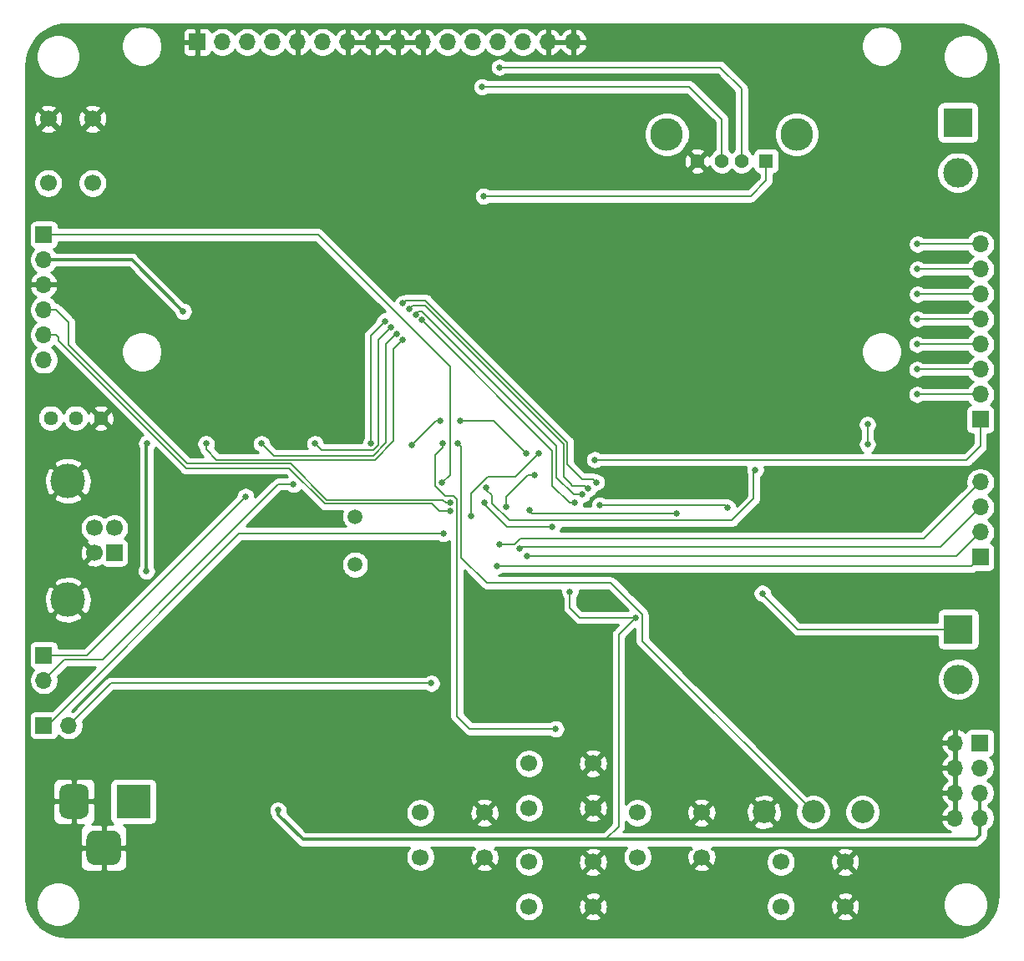
<source format=gbl>
G04 #@! TF.GenerationSoftware,KiCad,Pcbnew,(5.1.6)-1*
G04 #@! TF.CreationDate,2020-07-08T23:31:11-03:00*
G04 #@! TF.ProjectId,Projeto GTA,50726f6a-6574-46f2-9047-54412e6b6963,1.0*
G04 #@! TF.SameCoordinates,Original*
G04 #@! TF.FileFunction,Copper,L2,Bot*
G04 #@! TF.FilePolarity,Positive*
%FSLAX46Y46*%
G04 Gerber Fmt 4.6, Leading zero omitted, Abs format (unit mm)*
G04 Created by KiCad (PCBNEW (5.1.6)-1) date 2020-07-08 23:31:11*
%MOMM*%
%LPD*%
G01*
G04 APERTURE LIST*
G04 #@! TA.AperFunction,ComponentPad*
%ADD10C,1.700000*%
G04 #@! TD*
G04 #@! TA.AperFunction,ComponentPad*
%ADD11C,3.316000*%
G04 #@! TD*
G04 #@! TA.AperFunction,ComponentPad*
%ADD12C,1.428000*%
G04 #@! TD*
G04 #@! TA.AperFunction,ComponentPad*
%ADD13R,1.428000X1.428000*%
G04 #@! TD*
G04 #@! TA.AperFunction,ComponentPad*
%ADD14O,1.700000X1.700000*%
G04 #@! TD*
G04 #@! TA.AperFunction,ComponentPad*
%ADD15R,1.700000X1.700000*%
G04 #@! TD*
G04 #@! TA.AperFunction,ComponentPad*
%ADD16C,3.500000*%
G04 #@! TD*
G04 #@! TA.AperFunction,ComponentPad*
%ADD17R,3.000000X3.000000*%
G04 #@! TD*
G04 #@! TA.AperFunction,ComponentPad*
%ADD18C,3.000000*%
G04 #@! TD*
G04 #@! TA.AperFunction,ComponentPad*
%ADD19C,1.440000*%
G04 #@! TD*
G04 #@! TA.AperFunction,ComponentPad*
%ADD20C,2.340000*%
G04 #@! TD*
G04 #@! TA.AperFunction,ComponentPad*
%ADD21R,3.500000X3.500000*%
G04 #@! TD*
G04 #@! TA.AperFunction,ComponentPad*
%ADD22C,1.500000*%
G04 #@! TD*
G04 #@! TA.AperFunction,ViaPad*
%ADD23C,0.635000*%
G04 #@! TD*
G04 #@! TA.AperFunction,Conductor*
%ADD24C,0.203200*%
G04 #@! TD*
G04 #@! TA.AperFunction,Conductor*
%ADD25C,0.304800*%
G04 #@! TD*
G04 #@! TA.AperFunction,Conductor*
%ADD26C,0.254000*%
G04 #@! TD*
G04 APERTURE END LIST*
D10*
X102493200Y-56845200D03*
X97993200Y-56845200D03*
X102493200Y-50345200D03*
X97993200Y-50345200D03*
X172268200Y-130204600D03*
X172268200Y-125704600D03*
X178768200Y-130204600D03*
X178768200Y-125704600D03*
X157725000Y-125204600D03*
X157725000Y-120704600D03*
X164225000Y-125204600D03*
X164225000Y-120704600D03*
X146725000Y-130204600D03*
X146725000Y-125704600D03*
X153225000Y-130204600D03*
X153225000Y-125704600D03*
X146725000Y-120204600D03*
X146725000Y-115704600D03*
X153225000Y-120204600D03*
X153225000Y-115704600D03*
X135725000Y-125204600D03*
X135725000Y-120704600D03*
X142225000Y-125204600D03*
X142225000Y-120704600D03*
D11*
X160714520Y-51889840D03*
X173854520Y-51889840D03*
D12*
X163784520Y-54599840D03*
X166284520Y-54599840D03*
X168284520Y-54599840D03*
D13*
X170784520Y-54599840D03*
D14*
X192481200Y-63045000D03*
X192481200Y-65585000D03*
X192481200Y-68125000D03*
X192481200Y-70665000D03*
X192481200Y-73205000D03*
X192481200Y-75745000D03*
X192481200Y-78285000D03*
D15*
X192481200Y-80825000D03*
D14*
X100090000Y-111836200D03*
D15*
X97550000Y-111836200D03*
X97550000Y-104724200D03*
D14*
X97550000Y-107264200D03*
D15*
X192481200Y-94800000D03*
D14*
X192481200Y-92260000D03*
X192481200Y-89720000D03*
X192481200Y-87180000D03*
D15*
X192450000Y-113600000D03*
D14*
X189910000Y-113600000D03*
X192450000Y-116140000D03*
X189910000Y-116140000D03*
X192450000Y-118680000D03*
X189910000Y-118680000D03*
X192450000Y-121220000D03*
X189910000Y-121220000D03*
D15*
X104698800Y-94335600D03*
D10*
X104698800Y-91835600D03*
X102698800Y-91835600D03*
X102698800Y-94335600D03*
D16*
X99988800Y-99105600D03*
X99988800Y-87065600D03*
D17*
X190250000Y-102085000D03*
D18*
X190250000Y-107165000D03*
D19*
X98250000Y-80670300D03*
X100790000Y-80670300D03*
X103330000Y-80670300D03*
D15*
X97550000Y-62075000D03*
D14*
X97550000Y-64615000D03*
X97550000Y-67155000D03*
X97550000Y-69695000D03*
X97550000Y-72235000D03*
X97550000Y-74775000D03*
D18*
X190200000Y-55790000D03*
D17*
X190200000Y-50710000D03*
D20*
X170543200Y-120625000D03*
X175543200Y-120625000D03*
X180543200Y-120625000D03*
D21*
X106621580Y-119554600D03*
G04 #@! TA.AperFunction,ComponentPad*
G36*
G01*
X99121580Y-120554600D02*
X99121580Y-118554600D01*
G75*
G02*
X99871580Y-117804600I750000J0D01*
G01*
X101371580Y-117804600D01*
G75*
G02*
X102121580Y-118554600I0J-750000D01*
G01*
X102121580Y-120554600D01*
G75*
G02*
X101371580Y-121304600I-750000J0D01*
G01*
X99871580Y-121304600D01*
G75*
G02*
X99121580Y-120554600I0J750000D01*
G01*
G37*
G04 #@! TD.AperFunction*
G04 #@! TA.AperFunction,ComponentPad*
G36*
G01*
X101871580Y-125129600D02*
X101871580Y-123379600D01*
G75*
G02*
X102746580Y-122504600I875000J0D01*
G01*
X104496580Y-122504600D01*
G75*
G02*
X105371580Y-123379600I0J-875000D01*
G01*
X105371580Y-125129600D01*
G75*
G02*
X104496580Y-126004600I-875000J0D01*
G01*
X102746580Y-126004600D01*
G75*
G02*
X101871580Y-125129600I0J875000D01*
G01*
G37*
G04 #@! TD.AperFunction*
D15*
X113100000Y-42550000D03*
D14*
X115640000Y-42550000D03*
X118180000Y-42550000D03*
X120720000Y-42550000D03*
X123260000Y-42550000D03*
X125800000Y-42550000D03*
X128340000Y-42550000D03*
X130880000Y-42550000D03*
X133420000Y-42550000D03*
X135960000Y-42550000D03*
X138500000Y-42550000D03*
X141040000Y-42550000D03*
X143580000Y-42550000D03*
X146120000Y-42550000D03*
X148660000Y-42550000D03*
X151200000Y-42550000D03*
D22*
X129102271Y-95535600D03*
X129102271Y-90655600D03*
D23*
X138018520Y-83230720D03*
X149451060Y-112208560D03*
X181038500Y-81330800D03*
X181038500Y-83319620D03*
X147314920Y-86499700D03*
X111683800Y-69850000D03*
X107975400Y-83261200D03*
X107950000Y-96189800D03*
X121285000Y-120446800D03*
X150891300Y-98298000D03*
X157535880Y-100909120D03*
X144459960Y-89656920D03*
X152278080Y-99141280D03*
X110845600Y-90517980D03*
X119616220Y-79187040D03*
X113997740Y-79248000D03*
X125295660Y-79187040D03*
X155630880Y-99692460D03*
X121663460Y-93723460D03*
X121650760Y-90492580D03*
X161452560Y-97363280D03*
X171010580Y-91579700D03*
X129400300Y-100840540D03*
X166832280Y-89722960D03*
X153898600Y-89509600D03*
X139471400Y-83223100D03*
X169672000Y-85933280D03*
X142425420Y-87741760D03*
X142257780Y-89227660D03*
X149103080Y-91688920D03*
X122859800Y-87376000D03*
X118013480Y-88630760D03*
X139786360Y-80959960D03*
X137749280Y-80959960D03*
X134813040Y-83418680D03*
X146474180Y-84264500D03*
X186080400Y-73205000D03*
X186105800Y-70665000D03*
X186105800Y-68125000D03*
X186105800Y-63045000D03*
X143750000Y-45109160D03*
X141950440Y-47081440D03*
X138734800Y-89255600D03*
X138734800Y-90144600D03*
X146573240Y-94678500D03*
X138049000Y-92392500D03*
X147749260Y-84228940D03*
X140883640Y-90576400D03*
X153410920Y-84907120D03*
X186077860Y-78285000D03*
X143502380Y-95730060D03*
X143750000Y-93522800D03*
X186105800Y-65585000D03*
X186077860Y-75745000D03*
X145765520Y-93906340D03*
X146758660Y-90048080D03*
X161691319Y-90365579D03*
X136827260Y-107572840D03*
X133944360Y-69054980D03*
X132115560Y-70860920D03*
X130677920Y-83284060D03*
X153548080Y-87190580D03*
X134592060Y-69621400D03*
X132710766Y-71495920D03*
X125049280Y-83284060D03*
X152735280Y-87856060D03*
X135887460Y-70754240D03*
X133901178Y-72760840D03*
X114002820Y-83284060D03*
X151386540Y-89242900D03*
X135239760Y-70172580D03*
X133305972Y-72123300D03*
X119618760Y-83284060D03*
X152112980Y-88450420D03*
X137927080Y-87249000D03*
X142118080Y-58168540D03*
X170388280Y-98458020D03*
D24*
X139407901Y-88932511D02*
X139407901Y-110898939D01*
X138018520Y-83230720D02*
X138018520Y-83679732D01*
X137253979Y-84444273D02*
X137253979Y-87572089D01*
X137253979Y-87572089D02*
X138264389Y-88582499D01*
X138264389Y-88582499D02*
X139057889Y-88582499D01*
X138018520Y-83679732D02*
X137253979Y-84444273D01*
X139057889Y-88582499D02*
X139407901Y-88932511D01*
X140717522Y-112208560D02*
X149451060Y-112208560D01*
X139407901Y-110898939D02*
X140717522Y-112208560D01*
X181038500Y-83319620D02*
X181038500Y-81330800D01*
D25*
X106448800Y-64615000D02*
X111683800Y-69850000D01*
X97550000Y-64615000D02*
X106448800Y-64615000D01*
X121285000Y-120895812D02*
X123807788Y-123418600D01*
X121285000Y-120446800D02*
X121285000Y-120895812D01*
X192450000Y-122992600D02*
X192450000Y-121220000D01*
X192024000Y-123418600D02*
X192450000Y-122992600D01*
X192450000Y-121220000D02*
X192450000Y-118680000D01*
X107950000Y-83286600D02*
X107975400Y-83261200D01*
X107950000Y-96189800D02*
X107950000Y-83286600D01*
D24*
X151856440Y-100909120D02*
X157535880Y-100909120D01*
X150891300Y-98298000D02*
X150891300Y-99943980D01*
X150891300Y-99943980D02*
X151856440Y-100909120D01*
X157535880Y-100909120D02*
X155808680Y-102636320D01*
X155808680Y-122069860D02*
X154459940Y-123418600D01*
X155808680Y-102636320D02*
X155808680Y-122069860D01*
D25*
X123807788Y-123418600D02*
X154459940Y-123418600D01*
X154459940Y-123418600D02*
X192024000Y-123418600D01*
D24*
X146651980Y-86499700D02*
X147314920Y-86499700D01*
X144459960Y-88691720D02*
X146651980Y-86499700D01*
X144459960Y-89656920D02*
X144459960Y-88691720D01*
X166621461Y-89512141D02*
X166832280Y-89722960D01*
X166618920Y-89509600D02*
X166832280Y-89722960D01*
X153898600Y-89509600D02*
X166618920Y-89509600D01*
X158208981Y-100586031D02*
X155021790Y-97398840D01*
X175543200Y-120625000D02*
X158208981Y-103290781D01*
X158208981Y-103290781D02*
X158208981Y-100586031D01*
X155021790Y-97398840D02*
X142440660Y-97398840D01*
X139788899Y-83540599D02*
X139471400Y-83223100D01*
X139865111Y-83616811D02*
X139788899Y-83540599D01*
X139865111Y-94823291D02*
X139865111Y-83616811D01*
X142440660Y-97398840D02*
X139865111Y-94823291D01*
X142981680Y-89311480D02*
X144740019Y-91069819D01*
X142981680Y-88529160D02*
X142981680Y-89311480D01*
X142425420Y-87741760D02*
X142425420Y-87972900D01*
X142425420Y-87972900D02*
X142981680Y-88529160D01*
X167311681Y-91069819D02*
X169509440Y-88872060D01*
X144740019Y-91069819D02*
X167311681Y-91069819D01*
X169509440Y-88872060D02*
X169509440Y-86039960D01*
X148654068Y-91688920D02*
X149103080Y-91688920D01*
X144493548Y-91688920D02*
X148654068Y-91688920D01*
X142257780Y-89227660D02*
X142257780Y-89453152D01*
X142257780Y-89453152D02*
X144493548Y-91688920D01*
X103522173Y-105181409D02*
X121310400Y-87376000D01*
X97550000Y-107264200D02*
X99632790Y-105181410D01*
X99632790Y-105181410D02*
X103522173Y-105181409D01*
X122859800Y-87376000D02*
X121310400Y-87376000D01*
X137271760Y-80959960D02*
X134813040Y-83418680D01*
X137749280Y-80959960D02*
X137271760Y-80959960D01*
X98603200Y-104724200D02*
X97550000Y-104724200D01*
X101905368Y-104724200D02*
X98603200Y-104724200D01*
X117973408Y-88656160D02*
X101905368Y-104724200D01*
X143169640Y-80959960D02*
X146474180Y-84264500D01*
X139786360Y-80959960D02*
X143169640Y-80959960D01*
X186080400Y-73205000D02*
X192481200Y-73205000D01*
X186105800Y-70665000D02*
X192481200Y-70665000D01*
X186105800Y-68125000D02*
X192481200Y-68125000D01*
X186105800Y-63045000D02*
X192481200Y-63045000D01*
X168284520Y-54599840D02*
X168284520Y-47286540D01*
X166107140Y-45109160D02*
X158695420Y-45109160D01*
X168284520Y-47286540D02*
X166107140Y-45109160D01*
X143750000Y-45109160D02*
X158695420Y-45109160D01*
X158695420Y-45109160D02*
X158793840Y-45109160D01*
X166284520Y-54559630D02*
X166284520Y-54599840D01*
X141950440Y-47081440D02*
X158806330Y-47081440D01*
X166284520Y-54599840D02*
X166284520Y-50374160D01*
X162991800Y-47081440D02*
X158806330Y-47081440D01*
X166284520Y-50374160D02*
X162991800Y-47081440D01*
X138009578Y-88979390D02*
X126201814Y-88979390D01*
X138734800Y-89255600D02*
X138285788Y-89255600D01*
X138285788Y-89255600D02*
X138009578Y-88979390D01*
X126201814Y-88979390D02*
X122541024Y-85318600D01*
X122541024Y-85318600D02*
X112101624Y-85318600D01*
X112101624Y-85318600D02*
X100076000Y-73292976D01*
X100076000Y-73292976D02*
X100076000Y-70967600D01*
X98803400Y-69695000D02*
X97550000Y-69695000D01*
X100076000Y-70967600D02*
X98803400Y-69695000D01*
X137668000Y-90144600D02*
X138734800Y-90144600D01*
X136906000Y-89382600D02*
X137668000Y-90144600D01*
X126034800Y-89382600D02*
X136906000Y-89382600D01*
X98752081Y-72235000D02*
X99009200Y-72492119D01*
X97550000Y-72235000D02*
X98752081Y-72235000D01*
X99009200Y-72796400D02*
X111963200Y-85750400D01*
X99009200Y-72492119D02*
X99009200Y-72796400D01*
X111963200Y-85750400D02*
X122402600Y-85750400D01*
X122402600Y-85750400D02*
X126034800Y-89382600D01*
X146573240Y-94678500D02*
X189504320Y-94678500D01*
X190062700Y-94678500D02*
X189504320Y-94678500D01*
X192481200Y-92260000D02*
X190062700Y-94678500D01*
X138049000Y-92392500D02*
X138049000Y-92392500D01*
X117353080Y-92392500D02*
X138049000Y-92392500D01*
X97550000Y-111836200D02*
X97909380Y-111836200D01*
X97909380Y-111836200D02*
X117353080Y-92392500D01*
X140883640Y-88367270D02*
X142597700Y-86653210D01*
X140883640Y-90576400D02*
X140883640Y-88367270D01*
X145324990Y-86653210D02*
X147749260Y-84228940D01*
X142597700Y-86653210D02*
X145324990Y-86653210D01*
X192481200Y-83527000D02*
X192481200Y-82473800D01*
X191101080Y-84907120D02*
X192481200Y-83527000D01*
X153410920Y-84907120D02*
X191101080Y-84907120D01*
X192481200Y-82473800D02*
X192481200Y-80825000D01*
X186077860Y-78285000D02*
X192481200Y-78285000D01*
X191551140Y-95730060D02*
X143502380Y-95730060D01*
X192481200Y-94800000D02*
X191551140Y-95730060D01*
X145232790Y-93522800D02*
X143750000Y-93522800D01*
X192481200Y-87180000D02*
X191879640Y-87180000D01*
X145844930Y-92910660D02*
X145232790Y-93522800D01*
X186750540Y-92910660D02*
X185823860Y-92910660D01*
X192481200Y-87180000D02*
X186750540Y-92910660D01*
X186159140Y-92910660D02*
X185823860Y-92910660D01*
X185823860Y-92910660D02*
X145844930Y-92910660D01*
X186105800Y-65585000D02*
X192481200Y-65585000D01*
X186077860Y-75745000D02*
X192481200Y-75745000D01*
X145750280Y-93741240D02*
X187624720Y-93741240D01*
X188459960Y-93741240D02*
X187624720Y-93741240D01*
X192481200Y-89720000D02*
X188459960Y-93741240D01*
X147076159Y-90365579D02*
X161691319Y-90365579D01*
X146758660Y-90048080D02*
X147076159Y-90365579D01*
X161691319Y-90365579D02*
X161691319Y-90365579D01*
X100090000Y-111836200D02*
X104353360Y-107572840D01*
X104353360Y-107572840D02*
X136827260Y-107572840D01*
X136827260Y-107572840D02*
X136831100Y-107572840D01*
X152110441Y-86873081D02*
X150631510Y-85394150D01*
X153548080Y-87190580D02*
X153230581Y-86873081D01*
X153230581Y-86873081D02*
X152110441Y-86873081D01*
X134261859Y-68737481D02*
X133944360Y-69054980D01*
X136244326Y-68737481D02*
X134261859Y-68737481D01*
X150631510Y-83124665D02*
X136244326Y-68737481D01*
X150631510Y-85394150D02*
X150631510Y-83124665D01*
X130677920Y-72298560D02*
X132115560Y-70860920D01*
X130677920Y-83284060D02*
X130677920Y-72298560D01*
X134945119Y-69303901D02*
X136240521Y-69303901D01*
X134627620Y-69621400D02*
X134945119Y-69303901D01*
X136240521Y-69303901D02*
X150228300Y-83291680D01*
X150228300Y-83291680D02*
X150228300Y-86647020D01*
X151119841Y-87538561D02*
X150901400Y-87320120D01*
X152417781Y-87538561D02*
X151119841Y-87538561D01*
X152735280Y-87856060D02*
X152417781Y-87538561D01*
X150228300Y-86647020D02*
X150901400Y-87320120D01*
X130975089Y-83903161D02*
X131457700Y-83420550D01*
X125049280Y-83284060D02*
X125668381Y-83903161D01*
X125668381Y-83903161D02*
X130975089Y-83903161D01*
X131457700Y-72781160D02*
X132742940Y-71495920D01*
X131457700Y-83420550D02*
X131457700Y-72781160D01*
X151386540Y-89242900D02*
X150812500Y-89242900D01*
X150812500Y-89242900D02*
X149115780Y-87546180D01*
X149115780Y-83982560D02*
X135887460Y-70754240D01*
X149115780Y-87546180D02*
X149115780Y-83982560D01*
X114002820Y-83284060D02*
X114002820Y-83860640D01*
X114002820Y-83860640D02*
X115057570Y-84915390D01*
X131103309Y-84915390D02*
X133002020Y-83016679D01*
X115057570Y-84915390D02*
X131103309Y-84915390D01*
X133002020Y-73660000D02*
X133901180Y-72760840D01*
X133002020Y-83016679D02*
X133002020Y-73660000D01*
X135542019Y-69855081D02*
X135224520Y-70172580D01*
X135904571Y-69855081D02*
X135542019Y-69855081D01*
X149518990Y-86717490D02*
X149518990Y-83469500D01*
X152112980Y-88450420D02*
X151251920Y-88450420D01*
X151251920Y-88450420D02*
X149518990Y-86717490D01*
X120846880Y-84512180D02*
X130936294Y-84512180D01*
X119618760Y-83284060D02*
X120846880Y-84512180D01*
X133273800Y-72123300D02*
X132247640Y-73149460D01*
X132247640Y-83200834D02*
X130936294Y-84512180D01*
X132247640Y-73149460D02*
X132247640Y-83200834D01*
X149518990Y-83469500D02*
X135904571Y-69855081D01*
X125346400Y-62075000D02*
X97550000Y-62075000D01*
X138734800Y-75463400D02*
X125346400Y-62075000D01*
X138734800Y-86441280D02*
X137927080Y-87249000D01*
X138734800Y-75463400D02*
X138734800Y-83543140D01*
X138734800Y-83543140D02*
X138734800Y-84147660D01*
X138734800Y-84157820D02*
X138734800Y-86441280D01*
X138734800Y-84147660D02*
X138734800Y-84157820D01*
X170784520Y-54599840D02*
X170784520Y-56601360D01*
X169217340Y-58168540D02*
X167040560Y-58168540D01*
X170784520Y-56601360D02*
X169217340Y-58168540D01*
X142118080Y-58168540D02*
X167040560Y-58168540D01*
X167040560Y-58168540D02*
X167215820Y-58168540D01*
X188546800Y-102085000D02*
X190250000Y-102085000D01*
X173949788Y-102085000D02*
X188546800Y-102085000D01*
X170332400Y-98467612D02*
X173949788Y-102085000D01*
D26*
G36*
X190759192Y-40780578D02*
G01*
X191494389Y-40981705D01*
X192182351Y-41309846D01*
X192801331Y-41754628D01*
X193331761Y-42301988D01*
X193756884Y-42934639D01*
X194063251Y-43632561D01*
X194242499Y-44379183D01*
X194290000Y-45026030D01*
X194290001Y-128968370D01*
X194219422Y-129759193D01*
X194018295Y-130494389D01*
X193690152Y-131182355D01*
X193245374Y-131801328D01*
X192698012Y-132331761D01*
X192065362Y-132756883D01*
X191367439Y-133063251D01*
X190620819Y-133242499D01*
X189973970Y-133290000D01*
X100031618Y-133290000D01*
X99240807Y-133219422D01*
X98505611Y-133018295D01*
X97817645Y-132690152D01*
X97198672Y-132245374D01*
X96668239Y-131698012D01*
X96243117Y-131065362D01*
X95936749Y-130367439D01*
X95794882Y-129776521D01*
X96730979Y-129776521D01*
X96730979Y-130223479D01*
X96818176Y-130661849D01*
X96989220Y-131074785D01*
X97237536Y-131446417D01*
X97553583Y-131762464D01*
X97925215Y-132010780D01*
X98338151Y-132181824D01*
X98776521Y-132269021D01*
X99223479Y-132269021D01*
X99661849Y-132181824D01*
X100074785Y-132010780D01*
X100446417Y-131762464D01*
X100762464Y-131446417D01*
X101010780Y-131074785D01*
X101181824Y-130661849D01*
X101269021Y-130223479D01*
X101269021Y-130058340D01*
X145240000Y-130058340D01*
X145240000Y-130350860D01*
X145297068Y-130637758D01*
X145409010Y-130908011D01*
X145571525Y-131151232D01*
X145778368Y-131358075D01*
X146021589Y-131520590D01*
X146291842Y-131632532D01*
X146578740Y-131689600D01*
X146871260Y-131689600D01*
X147158158Y-131632532D01*
X147428411Y-131520590D01*
X147671632Y-131358075D01*
X147796710Y-131232997D01*
X152376208Y-131232997D01*
X152453843Y-131482072D01*
X152717883Y-131607971D01*
X153001411Y-131679939D01*
X153293531Y-131695211D01*
X153583019Y-131653199D01*
X153858747Y-131555519D01*
X153996157Y-131482072D01*
X154073792Y-131232997D01*
X153225000Y-130384205D01*
X152376208Y-131232997D01*
X147796710Y-131232997D01*
X147878475Y-131151232D01*
X148040990Y-130908011D01*
X148152932Y-130637758D01*
X148210000Y-130350860D01*
X148210000Y-130273131D01*
X151734389Y-130273131D01*
X151776401Y-130562619D01*
X151874081Y-130838347D01*
X151947528Y-130975757D01*
X152196603Y-131053392D01*
X153045395Y-130204600D01*
X153404605Y-130204600D01*
X154253397Y-131053392D01*
X154502472Y-130975757D01*
X154628371Y-130711717D01*
X154700339Y-130428189D01*
X154715611Y-130136069D01*
X154704331Y-130058340D01*
X170783200Y-130058340D01*
X170783200Y-130350860D01*
X170840268Y-130637758D01*
X170952210Y-130908011D01*
X171114725Y-131151232D01*
X171321568Y-131358075D01*
X171564789Y-131520590D01*
X171835042Y-131632532D01*
X172121940Y-131689600D01*
X172414460Y-131689600D01*
X172701358Y-131632532D01*
X172971611Y-131520590D01*
X173214832Y-131358075D01*
X173339910Y-131232997D01*
X177919408Y-131232997D01*
X177997043Y-131482072D01*
X178261083Y-131607971D01*
X178544611Y-131679939D01*
X178836731Y-131695211D01*
X179126219Y-131653199D01*
X179401947Y-131555519D01*
X179539357Y-131482072D01*
X179616992Y-131232997D01*
X178768200Y-130384205D01*
X177919408Y-131232997D01*
X173339910Y-131232997D01*
X173421675Y-131151232D01*
X173584190Y-130908011D01*
X173696132Y-130637758D01*
X173753200Y-130350860D01*
X173753200Y-130273131D01*
X177277589Y-130273131D01*
X177319601Y-130562619D01*
X177417281Y-130838347D01*
X177490728Y-130975757D01*
X177739803Y-131053392D01*
X178588595Y-130204600D01*
X178947805Y-130204600D01*
X179796597Y-131053392D01*
X180045672Y-130975757D01*
X180171571Y-130711717D01*
X180243539Y-130428189D01*
X180258811Y-130136069D01*
X180216799Y-129846581D01*
X180191980Y-129776521D01*
X188730979Y-129776521D01*
X188730979Y-130223479D01*
X188818176Y-130661849D01*
X188989220Y-131074785D01*
X189237536Y-131446417D01*
X189553583Y-131762464D01*
X189925215Y-132010780D01*
X190338151Y-132181824D01*
X190776521Y-132269021D01*
X191223479Y-132269021D01*
X191661849Y-132181824D01*
X192074785Y-132010780D01*
X192446417Y-131762464D01*
X192762464Y-131446417D01*
X193010780Y-131074785D01*
X193181824Y-130661849D01*
X193269021Y-130223479D01*
X193269021Y-129776521D01*
X193181824Y-129338151D01*
X193010780Y-128925215D01*
X192762464Y-128553583D01*
X192446417Y-128237536D01*
X192074785Y-127989220D01*
X191661849Y-127818176D01*
X191223479Y-127730979D01*
X190776521Y-127730979D01*
X190338151Y-127818176D01*
X189925215Y-127989220D01*
X189553583Y-128237536D01*
X189237536Y-128553583D01*
X188989220Y-128925215D01*
X188818176Y-129338151D01*
X188730979Y-129776521D01*
X180191980Y-129776521D01*
X180119119Y-129570853D01*
X180045672Y-129433443D01*
X179796597Y-129355808D01*
X178947805Y-130204600D01*
X178588595Y-130204600D01*
X177739803Y-129355808D01*
X177490728Y-129433443D01*
X177364829Y-129697483D01*
X177292861Y-129981011D01*
X177277589Y-130273131D01*
X173753200Y-130273131D01*
X173753200Y-130058340D01*
X173696132Y-129771442D01*
X173584190Y-129501189D01*
X173421675Y-129257968D01*
X173339910Y-129176203D01*
X177919408Y-129176203D01*
X178768200Y-130024995D01*
X179616992Y-129176203D01*
X179539357Y-128927128D01*
X179275317Y-128801229D01*
X178991789Y-128729261D01*
X178699669Y-128713989D01*
X178410181Y-128756001D01*
X178134453Y-128853681D01*
X177997043Y-128927128D01*
X177919408Y-129176203D01*
X173339910Y-129176203D01*
X173214832Y-129051125D01*
X172971611Y-128888610D01*
X172701358Y-128776668D01*
X172414460Y-128719600D01*
X172121940Y-128719600D01*
X171835042Y-128776668D01*
X171564789Y-128888610D01*
X171321568Y-129051125D01*
X171114725Y-129257968D01*
X170952210Y-129501189D01*
X170840268Y-129771442D01*
X170783200Y-130058340D01*
X154704331Y-130058340D01*
X154673599Y-129846581D01*
X154575919Y-129570853D01*
X154502472Y-129433443D01*
X154253397Y-129355808D01*
X153404605Y-130204600D01*
X153045395Y-130204600D01*
X152196603Y-129355808D01*
X151947528Y-129433443D01*
X151821629Y-129697483D01*
X151749661Y-129981011D01*
X151734389Y-130273131D01*
X148210000Y-130273131D01*
X148210000Y-130058340D01*
X148152932Y-129771442D01*
X148040990Y-129501189D01*
X147878475Y-129257968D01*
X147796710Y-129176203D01*
X152376208Y-129176203D01*
X153225000Y-130024995D01*
X154073792Y-129176203D01*
X153996157Y-128927128D01*
X153732117Y-128801229D01*
X153448589Y-128729261D01*
X153156469Y-128713989D01*
X152866981Y-128756001D01*
X152591253Y-128853681D01*
X152453843Y-128927128D01*
X152376208Y-129176203D01*
X147796710Y-129176203D01*
X147671632Y-129051125D01*
X147428411Y-128888610D01*
X147158158Y-128776668D01*
X146871260Y-128719600D01*
X146578740Y-128719600D01*
X146291842Y-128776668D01*
X146021589Y-128888610D01*
X145778368Y-129051125D01*
X145571525Y-129257968D01*
X145409010Y-129501189D01*
X145297068Y-129771442D01*
X145240000Y-130058340D01*
X101269021Y-130058340D01*
X101269021Y-129776521D01*
X101181824Y-129338151D01*
X101010780Y-128925215D01*
X100762464Y-128553583D01*
X100446417Y-128237536D01*
X100074785Y-127989220D01*
X99661849Y-127818176D01*
X99223479Y-127730979D01*
X98776521Y-127730979D01*
X98338151Y-127818176D01*
X97925215Y-127989220D01*
X97553583Y-128237536D01*
X97237536Y-128553583D01*
X96989220Y-128925215D01*
X96818176Y-129338151D01*
X96730979Y-129776521D01*
X95794882Y-129776521D01*
X95757501Y-129620819D01*
X95710000Y-128973970D01*
X95710000Y-126004600D01*
X101233508Y-126004600D01*
X101245768Y-126129082D01*
X101282078Y-126248780D01*
X101341043Y-126359094D01*
X101420395Y-126455785D01*
X101517086Y-126535137D01*
X101627400Y-126594102D01*
X101747098Y-126630412D01*
X101871580Y-126642672D01*
X103335830Y-126639600D01*
X103494580Y-126480850D01*
X103494580Y-124381600D01*
X103748580Y-124381600D01*
X103748580Y-126480850D01*
X103907330Y-126639600D01*
X105371580Y-126642672D01*
X105496062Y-126630412D01*
X105615760Y-126594102D01*
X105726074Y-126535137D01*
X105822765Y-126455785D01*
X105902117Y-126359094D01*
X105961082Y-126248780D01*
X105997392Y-126129082D01*
X106009652Y-126004600D01*
X106006580Y-124540350D01*
X105847830Y-124381600D01*
X103748580Y-124381600D01*
X103494580Y-124381600D01*
X101395330Y-124381600D01*
X101236580Y-124540350D01*
X101233508Y-126004600D01*
X95710000Y-126004600D01*
X95710000Y-121304600D01*
X98483508Y-121304600D01*
X98495768Y-121429082D01*
X98532078Y-121548780D01*
X98591043Y-121659094D01*
X98670395Y-121755785D01*
X98767086Y-121835137D01*
X98877400Y-121894102D01*
X98997098Y-121930412D01*
X99121580Y-121942672D01*
X100335830Y-121939600D01*
X100494580Y-121780850D01*
X100494580Y-119681600D01*
X100748580Y-119681600D01*
X100748580Y-121780850D01*
X100907330Y-121939600D01*
X101578385Y-121941298D01*
X101517086Y-121974063D01*
X101420395Y-122053415D01*
X101341043Y-122150106D01*
X101282078Y-122260420D01*
X101245768Y-122380118D01*
X101233508Y-122504600D01*
X101236580Y-123968850D01*
X101395330Y-124127600D01*
X103494580Y-124127600D01*
X103494580Y-122028350D01*
X103748580Y-122028350D01*
X103748580Y-124127600D01*
X105847830Y-124127600D01*
X106006580Y-123968850D01*
X106009652Y-122504600D01*
X105997392Y-122380118D01*
X105961082Y-122260420D01*
X105902117Y-122150106D01*
X105822765Y-122053415D01*
X105726074Y-121974063D01*
X105667347Y-121942672D01*
X108371580Y-121942672D01*
X108496062Y-121930412D01*
X108615760Y-121894102D01*
X108726074Y-121835137D01*
X108822765Y-121755785D01*
X108902117Y-121659094D01*
X108961082Y-121548780D01*
X108997392Y-121429082D01*
X109009652Y-121304600D01*
X109009652Y-117804600D01*
X108997392Y-117680118D01*
X108961082Y-117560420D01*
X108902117Y-117450106D01*
X108822765Y-117353415D01*
X108726074Y-117274063D01*
X108615760Y-117215098D01*
X108496062Y-117178788D01*
X108371580Y-117166528D01*
X104871580Y-117166528D01*
X104747098Y-117178788D01*
X104627400Y-117215098D01*
X104517086Y-117274063D01*
X104420395Y-117353415D01*
X104341043Y-117450106D01*
X104282078Y-117560420D01*
X104245768Y-117680118D01*
X104233508Y-117804600D01*
X104233508Y-121304600D01*
X104245768Y-121429082D01*
X104282078Y-121548780D01*
X104341043Y-121659094D01*
X104420395Y-121755785D01*
X104517086Y-121835137D01*
X104578925Y-121868191D01*
X103907330Y-121869600D01*
X103748580Y-122028350D01*
X103494580Y-122028350D01*
X103335830Y-121869600D01*
X102415213Y-121867669D01*
X102476074Y-121835137D01*
X102572765Y-121755785D01*
X102652117Y-121659094D01*
X102711082Y-121548780D01*
X102747392Y-121429082D01*
X102759652Y-121304600D01*
X102756580Y-119840350D01*
X102597830Y-119681600D01*
X100748580Y-119681600D01*
X100494580Y-119681600D01*
X98645330Y-119681600D01*
X98486580Y-119840350D01*
X98483508Y-121304600D01*
X95710000Y-121304600D01*
X95710000Y-117804600D01*
X98483508Y-117804600D01*
X98486580Y-119268850D01*
X98645330Y-119427600D01*
X100494580Y-119427600D01*
X100494580Y-117328350D01*
X100748580Y-117328350D01*
X100748580Y-119427600D01*
X102597830Y-119427600D01*
X102756580Y-119268850D01*
X102759652Y-117804600D01*
X102747392Y-117680118D01*
X102711082Y-117560420D01*
X102652117Y-117450106D01*
X102572765Y-117353415D01*
X102476074Y-117274063D01*
X102365760Y-117215098D01*
X102246062Y-117178788D01*
X102121580Y-117166528D01*
X100907330Y-117169600D01*
X100748580Y-117328350D01*
X100494580Y-117328350D01*
X100335830Y-117169600D01*
X99121580Y-117166528D01*
X98997098Y-117178788D01*
X98877400Y-117215098D01*
X98767086Y-117274063D01*
X98670395Y-117353415D01*
X98591043Y-117450106D01*
X98532078Y-117560420D01*
X98495768Y-117680118D01*
X98483508Y-117804600D01*
X95710000Y-117804600D01*
X95710000Y-115558340D01*
X145240000Y-115558340D01*
X145240000Y-115850860D01*
X145297068Y-116137758D01*
X145409010Y-116408011D01*
X145571525Y-116651232D01*
X145778368Y-116858075D01*
X146021589Y-117020590D01*
X146291842Y-117132532D01*
X146578740Y-117189600D01*
X146871260Y-117189600D01*
X147158158Y-117132532D01*
X147428411Y-117020590D01*
X147671632Y-116858075D01*
X147796710Y-116732997D01*
X152376208Y-116732997D01*
X152453843Y-116982072D01*
X152717883Y-117107971D01*
X153001411Y-117179939D01*
X153293531Y-117195211D01*
X153583019Y-117153199D01*
X153858747Y-117055519D01*
X153996157Y-116982072D01*
X154073792Y-116732997D01*
X153225000Y-115884205D01*
X152376208Y-116732997D01*
X147796710Y-116732997D01*
X147878475Y-116651232D01*
X148040990Y-116408011D01*
X148152932Y-116137758D01*
X148210000Y-115850860D01*
X148210000Y-115773131D01*
X151734389Y-115773131D01*
X151776401Y-116062619D01*
X151874081Y-116338347D01*
X151947528Y-116475757D01*
X152196603Y-116553392D01*
X153045395Y-115704600D01*
X153404605Y-115704600D01*
X154253397Y-116553392D01*
X154502472Y-116475757D01*
X154628371Y-116211717D01*
X154700339Y-115928189D01*
X154715611Y-115636069D01*
X154673599Y-115346581D01*
X154575919Y-115070853D01*
X154502472Y-114933443D01*
X154253397Y-114855808D01*
X153404605Y-115704600D01*
X153045395Y-115704600D01*
X152196603Y-114855808D01*
X151947528Y-114933443D01*
X151821629Y-115197483D01*
X151749661Y-115481011D01*
X151734389Y-115773131D01*
X148210000Y-115773131D01*
X148210000Y-115558340D01*
X148152932Y-115271442D01*
X148040990Y-115001189D01*
X147878475Y-114757968D01*
X147796710Y-114676203D01*
X152376208Y-114676203D01*
X153225000Y-115524995D01*
X154073792Y-114676203D01*
X153996157Y-114427128D01*
X153732117Y-114301229D01*
X153448589Y-114229261D01*
X153156469Y-114213989D01*
X152866981Y-114256001D01*
X152591253Y-114353681D01*
X152453843Y-114427128D01*
X152376208Y-114676203D01*
X147796710Y-114676203D01*
X147671632Y-114551125D01*
X147428411Y-114388610D01*
X147158158Y-114276668D01*
X146871260Y-114219600D01*
X146578740Y-114219600D01*
X146291842Y-114276668D01*
X146021589Y-114388610D01*
X145778368Y-114551125D01*
X145571525Y-114757968D01*
X145409010Y-115001189D01*
X145297068Y-115271442D01*
X145240000Y-115558340D01*
X95710000Y-115558340D01*
X95710000Y-100775209D01*
X98498797Y-100775209D01*
X98684873Y-101116366D01*
X99102209Y-101332113D01*
X99553615Y-101462296D01*
X100021746Y-101501913D01*
X100488611Y-101449442D01*
X100936268Y-101306897D01*
X101292727Y-101116366D01*
X101478803Y-100775209D01*
X99988800Y-99285205D01*
X98498797Y-100775209D01*
X95710000Y-100775209D01*
X95710000Y-99138546D01*
X97592487Y-99138546D01*
X97644958Y-99605411D01*
X97787503Y-100053068D01*
X97978034Y-100409527D01*
X98319191Y-100595603D01*
X99809195Y-99105600D01*
X100168405Y-99105600D01*
X101658409Y-100595603D01*
X101999566Y-100409527D01*
X102215313Y-99992191D01*
X102345496Y-99540785D01*
X102385113Y-99072654D01*
X102332642Y-98605789D01*
X102190097Y-98158132D01*
X101999566Y-97801673D01*
X101658409Y-97615597D01*
X100168405Y-99105600D01*
X99809195Y-99105600D01*
X98319191Y-97615597D01*
X97978034Y-97801673D01*
X97762287Y-98219009D01*
X97632104Y-98670415D01*
X97592487Y-99138546D01*
X95710000Y-99138546D01*
X95710000Y-97435991D01*
X98498797Y-97435991D01*
X99988800Y-98925995D01*
X101478803Y-97435991D01*
X101292727Y-97094834D01*
X100875391Y-96879087D01*
X100423985Y-96748904D01*
X99955854Y-96709287D01*
X99488989Y-96761758D01*
X99041332Y-96904303D01*
X98684873Y-97094834D01*
X98498797Y-97435991D01*
X95710000Y-97435991D01*
X95710000Y-94404131D01*
X101208189Y-94404131D01*
X101250201Y-94693619D01*
X101347881Y-94969347D01*
X101421328Y-95106757D01*
X101670403Y-95184392D01*
X102519195Y-94335600D01*
X101670403Y-93486808D01*
X101421328Y-93564443D01*
X101295429Y-93828483D01*
X101223461Y-94112011D01*
X101208189Y-94404131D01*
X95710000Y-94404131D01*
X95710000Y-91689340D01*
X101213800Y-91689340D01*
X101213800Y-91981860D01*
X101270868Y-92268758D01*
X101382810Y-92539011D01*
X101545325Y-92782232D01*
X101752168Y-92989075D01*
X101915210Y-93098016D01*
X101850008Y-93307203D01*
X102698800Y-94155995D01*
X102712943Y-94141853D01*
X102892548Y-94321458D01*
X102878405Y-94335600D01*
X102892548Y-94349743D01*
X102712943Y-94529348D01*
X102698800Y-94515205D01*
X101850008Y-95363997D01*
X101927643Y-95613072D01*
X102191683Y-95738971D01*
X102475211Y-95810939D01*
X102767331Y-95826211D01*
X103056819Y-95784199D01*
X103332547Y-95686519D01*
X103408650Y-95645841D01*
X103494306Y-95716137D01*
X103604620Y-95775102D01*
X103724318Y-95811412D01*
X103848800Y-95823672D01*
X105548800Y-95823672D01*
X105673282Y-95811412D01*
X105792980Y-95775102D01*
X105903294Y-95716137D01*
X105999985Y-95636785D01*
X106079337Y-95540094D01*
X106138302Y-95429780D01*
X106174612Y-95310082D01*
X106186872Y-95185600D01*
X106186872Y-93485600D01*
X106174612Y-93361118D01*
X106138302Y-93241420D01*
X106079337Y-93131106D01*
X105999985Y-93034415D01*
X105903294Y-92955063D01*
X105792980Y-92896098D01*
X105751110Y-92883397D01*
X105852275Y-92782232D01*
X106014790Y-92539011D01*
X106126732Y-92268758D01*
X106183800Y-91981860D01*
X106183800Y-91689340D01*
X106126732Y-91402442D01*
X106014790Y-91132189D01*
X105852275Y-90888968D01*
X105645432Y-90682125D01*
X105402211Y-90519610D01*
X105131958Y-90407668D01*
X104845060Y-90350600D01*
X104552540Y-90350600D01*
X104265642Y-90407668D01*
X103995389Y-90519610D01*
X103752168Y-90682125D01*
X103698800Y-90735493D01*
X103645432Y-90682125D01*
X103402211Y-90519610D01*
X103131958Y-90407668D01*
X102845060Y-90350600D01*
X102552540Y-90350600D01*
X102265642Y-90407668D01*
X101995389Y-90519610D01*
X101752168Y-90682125D01*
X101545325Y-90888968D01*
X101382810Y-91132189D01*
X101270868Y-91402442D01*
X101213800Y-91689340D01*
X95710000Y-91689340D01*
X95710000Y-88735209D01*
X98498797Y-88735209D01*
X98684873Y-89076366D01*
X99102209Y-89292113D01*
X99553615Y-89422296D01*
X100021746Y-89461913D01*
X100488611Y-89409442D01*
X100936268Y-89266897D01*
X101292727Y-89076366D01*
X101478803Y-88735209D01*
X99988800Y-87245205D01*
X98498797Y-88735209D01*
X95710000Y-88735209D01*
X95710000Y-87098546D01*
X97592487Y-87098546D01*
X97644958Y-87565411D01*
X97787503Y-88013068D01*
X97978034Y-88369527D01*
X98319191Y-88555603D01*
X99809195Y-87065600D01*
X100168405Y-87065600D01*
X101658409Y-88555603D01*
X101999566Y-88369527D01*
X102215313Y-87952191D01*
X102345496Y-87500785D01*
X102385113Y-87032654D01*
X102332642Y-86565789D01*
X102190097Y-86118132D01*
X101999566Y-85761673D01*
X101658409Y-85575597D01*
X100168405Y-87065600D01*
X99809195Y-87065600D01*
X98319191Y-85575597D01*
X97978034Y-85761673D01*
X97762287Y-86179009D01*
X97632104Y-86630415D01*
X97592487Y-87098546D01*
X95710000Y-87098546D01*
X95710000Y-85395991D01*
X98498797Y-85395991D01*
X99988800Y-86885995D01*
X101478803Y-85395991D01*
X101292727Y-85054834D01*
X100875391Y-84839087D01*
X100423985Y-84708904D01*
X99955854Y-84669287D01*
X99488989Y-84721758D01*
X99041332Y-84864303D01*
X98684873Y-85054834D01*
X98498797Y-85395991D01*
X95710000Y-85395991D01*
X95710000Y-80536844D01*
X96895000Y-80536844D01*
X96895000Y-80803756D01*
X96947072Y-81065539D01*
X97049215Y-81312133D01*
X97197503Y-81534062D01*
X97386238Y-81722797D01*
X97608167Y-81871085D01*
X97854761Y-81973228D01*
X98116544Y-82025300D01*
X98383456Y-82025300D01*
X98645239Y-81973228D01*
X98891833Y-81871085D01*
X99113762Y-81722797D01*
X99302497Y-81534062D01*
X99450785Y-81312133D01*
X99520000Y-81145034D01*
X99589215Y-81312133D01*
X99737503Y-81534062D01*
X99926238Y-81722797D01*
X100148167Y-81871085D01*
X100394761Y-81973228D01*
X100656544Y-82025300D01*
X100923456Y-82025300D01*
X101185239Y-81973228D01*
X101431833Y-81871085D01*
X101653762Y-81722797D01*
X101770699Y-81605860D01*
X102574045Y-81605860D01*
X102635932Y-81841668D01*
X102877790Y-81954566D01*
X103137027Y-82018111D01*
X103403680Y-82029861D01*
X103667501Y-81989363D01*
X103918353Y-81898175D01*
X104024068Y-81841668D01*
X104085955Y-81605860D01*
X103330000Y-80849905D01*
X102574045Y-81605860D01*
X101770699Y-81605860D01*
X101842497Y-81534062D01*
X101990785Y-81312133D01*
X102060438Y-81143976D01*
X102102125Y-81258653D01*
X102158632Y-81364368D01*
X102394440Y-81426255D01*
X103150395Y-80670300D01*
X103509605Y-80670300D01*
X104265560Y-81426255D01*
X104501368Y-81364368D01*
X104614266Y-81122510D01*
X104677811Y-80863273D01*
X104689561Y-80596620D01*
X104649063Y-80332799D01*
X104557875Y-80081947D01*
X104501368Y-79976232D01*
X104265560Y-79914345D01*
X103509605Y-80670300D01*
X103150395Y-80670300D01*
X102394440Y-79914345D01*
X102158632Y-79976232D01*
X102058236Y-80191307D01*
X101990785Y-80028467D01*
X101842497Y-79806538D01*
X101770699Y-79734740D01*
X102574045Y-79734740D01*
X103330000Y-80490695D01*
X104085955Y-79734740D01*
X104024068Y-79498932D01*
X103782210Y-79386034D01*
X103522973Y-79322489D01*
X103256320Y-79310739D01*
X102992499Y-79351237D01*
X102741647Y-79442425D01*
X102635932Y-79498932D01*
X102574045Y-79734740D01*
X101770699Y-79734740D01*
X101653762Y-79617803D01*
X101431833Y-79469515D01*
X101185239Y-79367372D01*
X100923456Y-79315300D01*
X100656544Y-79315300D01*
X100394761Y-79367372D01*
X100148167Y-79469515D01*
X99926238Y-79617803D01*
X99737503Y-79806538D01*
X99589215Y-80028467D01*
X99520000Y-80195566D01*
X99450785Y-80028467D01*
X99302497Y-79806538D01*
X99113762Y-79617803D01*
X98891833Y-79469515D01*
X98645239Y-79367372D01*
X98383456Y-79315300D01*
X98116544Y-79315300D01*
X97854761Y-79367372D01*
X97608167Y-79469515D01*
X97386238Y-79617803D01*
X97197503Y-79806538D01*
X97049215Y-80028467D01*
X96947072Y-80275061D01*
X96895000Y-80536844D01*
X95710000Y-80536844D01*
X95710000Y-61225000D01*
X96061928Y-61225000D01*
X96061928Y-62925000D01*
X96074188Y-63049482D01*
X96110498Y-63169180D01*
X96169463Y-63279494D01*
X96248815Y-63376185D01*
X96345506Y-63455537D01*
X96455820Y-63514502D01*
X96528380Y-63536513D01*
X96396525Y-63668368D01*
X96234010Y-63911589D01*
X96122068Y-64181842D01*
X96065000Y-64468740D01*
X96065000Y-64761260D01*
X96122068Y-65048158D01*
X96234010Y-65318411D01*
X96396525Y-65561632D01*
X96603368Y-65768475D01*
X96785534Y-65890195D01*
X96668645Y-65959822D01*
X96452412Y-66154731D01*
X96278359Y-66388080D01*
X96153175Y-66650901D01*
X96108524Y-66798110D01*
X96229845Y-67028000D01*
X97423000Y-67028000D01*
X97423000Y-67008000D01*
X97677000Y-67008000D01*
X97677000Y-67028000D01*
X98870155Y-67028000D01*
X98991476Y-66798110D01*
X98946825Y-66650901D01*
X98821641Y-66388080D01*
X98647588Y-66154731D01*
X98431355Y-65959822D01*
X98314466Y-65890195D01*
X98496632Y-65768475D01*
X98703475Y-65561632D01*
X98809870Y-65402400D01*
X106122650Y-65402400D01*
X110747995Y-70027746D01*
X110767904Y-70127834D01*
X110839705Y-70301178D01*
X110943945Y-70457184D01*
X111076616Y-70589855D01*
X111232622Y-70694095D01*
X111405966Y-70765896D01*
X111589987Y-70802500D01*
X111777613Y-70802500D01*
X111961634Y-70765896D01*
X112134978Y-70694095D01*
X112290984Y-70589855D01*
X112423655Y-70457184D01*
X112527895Y-70301178D01*
X112599696Y-70127834D01*
X112636300Y-69943813D01*
X112636300Y-69756187D01*
X112599696Y-69572166D01*
X112527895Y-69398822D01*
X112423655Y-69242816D01*
X112290984Y-69110145D01*
X112134978Y-69005905D01*
X111961634Y-68934104D01*
X111861546Y-68914195D01*
X107032928Y-64085578D01*
X107008269Y-64055531D01*
X106888372Y-63957134D01*
X106751583Y-63884018D01*
X106603157Y-63838994D01*
X106487473Y-63827600D01*
X106487463Y-63827600D01*
X106448800Y-63823792D01*
X106410137Y-63827600D01*
X98809870Y-63827600D01*
X98703475Y-63668368D01*
X98571620Y-63536513D01*
X98644180Y-63514502D01*
X98754494Y-63455537D01*
X98851185Y-63376185D01*
X98930537Y-63279494D01*
X98989502Y-63169180D01*
X99025812Y-63049482D01*
X99038072Y-62925000D01*
X99038072Y-62811600D01*
X125041291Y-62811600D01*
X132138110Y-69908420D01*
X132021747Y-69908420D01*
X131837726Y-69945024D01*
X131664382Y-70016825D01*
X131508376Y-70121065D01*
X131375705Y-70253736D01*
X131271465Y-70409742D01*
X131199664Y-70583086D01*
X131163060Y-70767107D01*
X131163060Y-70771710D01*
X130182652Y-71752119D01*
X130154546Y-71775185D01*
X130131480Y-71803291D01*
X130131478Y-71803293D01*
X130062496Y-71887348D01*
X129994098Y-72015313D01*
X129971824Y-72088740D01*
X129953242Y-72150000D01*
X129951979Y-72154162D01*
X129937756Y-72298560D01*
X129941321Y-72334753D01*
X129941320Y-82673621D01*
X129938065Y-82676876D01*
X129833825Y-82832882D01*
X129762024Y-83006226D01*
X129730131Y-83166561D01*
X125997069Y-83166561D01*
X125965176Y-83006226D01*
X125893375Y-82832882D01*
X125789135Y-82676876D01*
X125656464Y-82544205D01*
X125500458Y-82439965D01*
X125327114Y-82368164D01*
X125143093Y-82331560D01*
X124955467Y-82331560D01*
X124771446Y-82368164D01*
X124598102Y-82439965D01*
X124442096Y-82544205D01*
X124309425Y-82676876D01*
X124205185Y-82832882D01*
X124133384Y-83006226D01*
X124096780Y-83190247D01*
X124096780Y-83377873D01*
X124133384Y-83561894D01*
X124205185Y-83735238D01*
X124232141Y-83775580D01*
X121151990Y-83775580D01*
X120571260Y-83194851D01*
X120571260Y-83190247D01*
X120534656Y-83006226D01*
X120462855Y-82832882D01*
X120358615Y-82676876D01*
X120225944Y-82544205D01*
X120069938Y-82439965D01*
X119896594Y-82368164D01*
X119712573Y-82331560D01*
X119524947Y-82331560D01*
X119340926Y-82368164D01*
X119167582Y-82439965D01*
X119011576Y-82544205D01*
X118878905Y-82676876D01*
X118774665Y-82832882D01*
X118702864Y-83006226D01*
X118666260Y-83190247D01*
X118666260Y-83377873D01*
X118702864Y-83561894D01*
X118774665Y-83735238D01*
X118878905Y-83891244D01*
X119011576Y-84023915D01*
X119167582Y-84128155D01*
X119289826Y-84178790D01*
X115362680Y-84178790D01*
X114868065Y-83684176D01*
X114918716Y-83561894D01*
X114955320Y-83377873D01*
X114955320Y-83190247D01*
X114918716Y-83006226D01*
X114846915Y-82832882D01*
X114742675Y-82676876D01*
X114610004Y-82544205D01*
X114453998Y-82439965D01*
X114280654Y-82368164D01*
X114096633Y-82331560D01*
X113909007Y-82331560D01*
X113724986Y-82368164D01*
X113551642Y-82439965D01*
X113395636Y-82544205D01*
X113262965Y-82676876D01*
X113158725Y-82832882D01*
X113086924Y-83006226D01*
X113050320Y-83190247D01*
X113050320Y-83377873D01*
X113086924Y-83561894D01*
X113158725Y-83735238D01*
X113262965Y-83891244D01*
X113265966Y-83894245D01*
X113266220Y-83896823D01*
X113266220Y-83896826D01*
X113276878Y-84005039D01*
X113318998Y-84143889D01*
X113348967Y-84199956D01*
X113387396Y-84271852D01*
X113429170Y-84322753D01*
X113479446Y-84384015D01*
X113507552Y-84407081D01*
X113682471Y-84582000D01*
X112406734Y-84582000D01*
X101570858Y-73746124D01*
X105430016Y-73746124D01*
X105430016Y-74153876D01*
X105509564Y-74553792D01*
X105665604Y-74930505D01*
X105892138Y-75269538D01*
X106180462Y-75557862D01*
X106519495Y-75784396D01*
X106896208Y-75940436D01*
X107296124Y-76019984D01*
X107703876Y-76019984D01*
X108103792Y-75940436D01*
X108480505Y-75784396D01*
X108819538Y-75557862D01*
X109107862Y-75269538D01*
X109334396Y-74930505D01*
X109490436Y-74553792D01*
X109569984Y-74153876D01*
X109569984Y-73746124D01*
X109490436Y-73346208D01*
X109334396Y-72969495D01*
X109107862Y-72630462D01*
X108819538Y-72342138D01*
X108480505Y-72115604D01*
X108103792Y-71959564D01*
X107703876Y-71880016D01*
X107296124Y-71880016D01*
X106896208Y-71959564D01*
X106519495Y-72115604D01*
X106180462Y-72342138D01*
X105892138Y-72630462D01*
X105665604Y-72969495D01*
X105509564Y-73346208D01*
X105430016Y-73746124D01*
X101570858Y-73746124D01*
X100812600Y-72987867D01*
X100812600Y-71003775D01*
X100816163Y-70967599D01*
X100812600Y-70931423D01*
X100812600Y-70931414D01*
X100801942Y-70823201D01*
X100759822Y-70684351D01*
X100691424Y-70556387D01*
X100599375Y-70444225D01*
X100571269Y-70421159D01*
X99349845Y-69199736D01*
X99326775Y-69171625D01*
X99214613Y-69079576D01*
X99086649Y-69011178D01*
X98947799Y-68969058D01*
X98844112Y-68958846D01*
X98703475Y-68748368D01*
X98496632Y-68541525D01*
X98314466Y-68419805D01*
X98431355Y-68350178D01*
X98647588Y-68155269D01*
X98821641Y-67921920D01*
X98946825Y-67659099D01*
X98991476Y-67511890D01*
X98870155Y-67282000D01*
X97677000Y-67282000D01*
X97677000Y-67302000D01*
X97423000Y-67302000D01*
X97423000Y-67282000D01*
X96229845Y-67282000D01*
X96108524Y-67511890D01*
X96153175Y-67659099D01*
X96278359Y-67921920D01*
X96452412Y-68155269D01*
X96668645Y-68350178D01*
X96785534Y-68419805D01*
X96603368Y-68541525D01*
X96396525Y-68748368D01*
X96234010Y-68991589D01*
X96122068Y-69261842D01*
X96065000Y-69548740D01*
X96065000Y-69841260D01*
X96122068Y-70128158D01*
X96234010Y-70398411D01*
X96396525Y-70641632D01*
X96603368Y-70848475D01*
X96777760Y-70965000D01*
X96603368Y-71081525D01*
X96396525Y-71288368D01*
X96234010Y-71531589D01*
X96122068Y-71801842D01*
X96065000Y-72088740D01*
X96065000Y-72381260D01*
X96122068Y-72668158D01*
X96234010Y-72938411D01*
X96396525Y-73181632D01*
X96603368Y-73388475D01*
X96777760Y-73505000D01*
X96603368Y-73621525D01*
X96396525Y-73828368D01*
X96234010Y-74071589D01*
X96122068Y-74341842D01*
X96065000Y-74628740D01*
X96065000Y-74921260D01*
X96122068Y-75208158D01*
X96234010Y-75478411D01*
X96396525Y-75721632D01*
X96603368Y-75928475D01*
X96846589Y-76090990D01*
X97116842Y-76202932D01*
X97403740Y-76260000D01*
X97696260Y-76260000D01*
X97983158Y-76202932D01*
X98253411Y-76090990D01*
X98496632Y-75928475D01*
X98703475Y-75721632D01*
X98865990Y-75478411D01*
X98977932Y-75208158D01*
X99035000Y-74921260D01*
X99035000Y-74628740D01*
X98977932Y-74341842D01*
X98865990Y-74071589D01*
X98703475Y-73828368D01*
X98496632Y-73621525D01*
X98322240Y-73505000D01*
X98496632Y-73388475D01*
X98528099Y-73357008D01*
X107569459Y-82398368D01*
X107524222Y-82417105D01*
X107368216Y-82521345D01*
X107235545Y-82654016D01*
X107131305Y-82810022D01*
X107059504Y-82983366D01*
X107022900Y-83167387D01*
X107022900Y-83355013D01*
X107059504Y-83539034D01*
X107131305Y-83712378D01*
X107162601Y-83759216D01*
X107162600Y-95653772D01*
X107105905Y-95738622D01*
X107034104Y-95911966D01*
X106997500Y-96095987D01*
X106997500Y-96283613D01*
X107034104Y-96467634D01*
X107105905Y-96640978D01*
X107210145Y-96796984D01*
X107342816Y-96929655D01*
X107498822Y-97033895D01*
X107672166Y-97105696D01*
X107856187Y-97142300D01*
X108043813Y-97142300D01*
X108227834Y-97105696D01*
X108401178Y-97033895D01*
X108557184Y-96929655D01*
X108689855Y-96796984D01*
X108794095Y-96640978D01*
X108865896Y-96467634D01*
X108902500Y-96283613D01*
X108902500Y-96095987D01*
X108865896Y-95911966D01*
X108794095Y-95738622D01*
X108737400Y-95653772D01*
X108737400Y-83835242D01*
X108819495Y-83712378D01*
X108838232Y-83667141D01*
X111416754Y-86245663D01*
X111439825Y-86273775D01*
X111551987Y-86365824D01*
X111679951Y-86434222D01*
X111818801Y-86476342D01*
X111927014Y-86487000D01*
X111927023Y-86487000D01*
X111963199Y-86490563D01*
X111999375Y-86487000D01*
X122097491Y-86487000D01*
X122249626Y-86639135D01*
X122249361Y-86639400D01*
X121346399Y-86639400D01*
X121310042Y-86635837D01*
X121240055Y-86642764D01*
X121166001Y-86650058D01*
X121165824Y-86650112D01*
X121165650Y-86650129D01*
X121097597Y-86670808D01*
X121027151Y-86692178D01*
X121026992Y-86692263D01*
X121026821Y-86692315D01*
X120963120Y-86726403D01*
X120899187Y-86760576D01*
X120899049Y-86760690D01*
X120898889Y-86760775D01*
X120843818Y-86806016D01*
X120787025Y-86852625D01*
X120763843Y-86880872D01*
X118965980Y-88680472D01*
X118965980Y-88536947D01*
X118929376Y-88352926D01*
X118857575Y-88179582D01*
X118753335Y-88023576D01*
X118620664Y-87890905D01*
X118464658Y-87786665D01*
X118291314Y-87714864D01*
X118107293Y-87678260D01*
X117919667Y-87678260D01*
X117735646Y-87714864D01*
X117562302Y-87786665D01*
X117406296Y-87890905D01*
X117273625Y-88023576D01*
X117169385Y-88179582D01*
X117097584Y-88352926D01*
X117063480Y-88524378D01*
X101600259Y-103987600D01*
X99038072Y-103987600D01*
X99038072Y-103874200D01*
X99025812Y-103749718D01*
X98989502Y-103630020D01*
X98930537Y-103519706D01*
X98851185Y-103423015D01*
X98754494Y-103343663D01*
X98644180Y-103284698D01*
X98524482Y-103248388D01*
X98400000Y-103236128D01*
X96700000Y-103236128D01*
X96575518Y-103248388D01*
X96455820Y-103284698D01*
X96345506Y-103343663D01*
X96248815Y-103423015D01*
X96169463Y-103519706D01*
X96110498Y-103630020D01*
X96074188Y-103749718D01*
X96061928Y-103874200D01*
X96061928Y-105574200D01*
X96074188Y-105698682D01*
X96110498Y-105818380D01*
X96169463Y-105928694D01*
X96248815Y-106025385D01*
X96345506Y-106104737D01*
X96455820Y-106163702D01*
X96528380Y-106185713D01*
X96396525Y-106317568D01*
X96234010Y-106560789D01*
X96122068Y-106831042D01*
X96065000Y-107117940D01*
X96065000Y-107410460D01*
X96122068Y-107697358D01*
X96234010Y-107967611D01*
X96396525Y-108210832D01*
X96603368Y-108417675D01*
X96846589Y-108580190D01*
X97116842Y-108692132D01*
X97403740Y-108749200D01*
X97696260Y-108749200D01*
X97983158Y-108692132D01*
X98253411Y-108580190D01*
X98496632Y-108417675D01*
X98703475Y-108210832D01*
X98865990Y-107967611D01*
X98977932Y-107697358D01*
X99035000Y-107410460D01*
X99035000Y-107117940D01*
X98985719Y-106870190D01*
X99937900Y-105918010D01*
X102785862Y-105918008D01*
X98355743Y-110348128D01*
X96700000Y-110348128D01*
X96575518Y-110360388D01*
X96455820Y-110396698D01*
X96345506Y-110455663D01*
X96248815Y-110535015D01*
X96169463Y-110631706D01*
X96110498Y-110742020D01*
X96074188Y-110861718D01*
X96061928Y-110986200D01*
X96061928Y-112686200D01*
X96074188Y-112810682D01*
X96110498Y-112930380D01*
X96169463Y-113040694D01*
X96248815Y-113137385D01*
X96345506Y-113216737D01*
X96455820Y-113275702D01*
X96575518Y-113312012D01*
X96700000Y-113324272D01*
X98400000Y-113324272D01*
X98524482Y-113312012D01*
X98644180Y-113275702D01*
X98754494Y-113216737D01*
X98851185Y-113137385D01*
X98930537Y-113040694D01*
X98989502Y-112930380D01*
X99011513Y-112857820D01*
X99143368Y-112989675D01*
X99386589Y-113152190D01*
X99656842Y-113264132D01*
X99943740Y-113321200D01*
X100236260Y-113321200D01*
X100523158Y-113264132D01*
X100793411Y-113152190D01*
X101036632Y-112989675D01*
X101243475Y-112782832D01*
X101405990Y-112539611D01*
X101517932Y-112269358D01*
X101575000Y-111982460D01*
X101575000Y-111689940D01*
X101525719Y-111442190D01*
X104658470Y-108309440D01*
X136216821Y-108309440D01*
X136220076Y-108312695D01*
X136376082Y-108416935D01*
X136549426Y-108488736D01*
X136733447Y-108525340D01*
X136921073Y-108525340D01*
X137105094Y-108488736D01*
X137278438Y-108416935D01*
X137434444Y-108312695D01*
X137567115Y-108180024D01*
X137671355Y-108024018D01*
X137743156Y-107850674D01*
X137779760Y-107666653D01*
X137779760Y-107479027D01*
X137743156Y-107295006D01*
X137671355Y-107121662D01*
X137567115Y-106965656D01*
X137434444Y-106832985D01*
X137278438Y-106728745D01*
X137105094Y-106656944D01*
X136921073Y-106620340D01*
X136733447Y-106620340D01*
X136549426Y-106656944D01*
X136376082Y-106728745D01*
X136220076Y-106832985D01*
X136216821Y-106836240D01*
X104389546Y-106836240D01*
X104353360Y-106832676D01*
X104317174Y-106836240D01*
X104208961Y-106846898D01*
X104070111Y-106889018D01*
X103942147Y-106957416D01*
X103829985Y-107049465D01*
X103806919Y-107077571D01*
X100484010Y-110400481D01*
X100402935Y-110384354D01*
X115388100Y-95399189D01*
X127717271Y-95399189D01*
X127717271Y-95672011D01*
X127770496Y-95939589D01*
X127874900Y-96191643D01*
X128026472Y-96418486D01*
X128219385Y-96611399D01*
X128446228Y-96762971D01*
X128698282Y-96867375D01*
X128965860Y-96920600D01*
X129238682Y-96920600D01*
X129506260Y-96867375D01*
X129758314Y-96762971D01*
X129985157Y-96611399D01*
X130178070Y-96418486D01*
X130329642Y-96191643D01*
X130434046Y-95939589D01*
X130487271Y-95672011D01*
X130487271Y-95399189D01*
X130434046Y-95131611D01*
X130329642Y-94879557D01*
X130178070Y-94652714D01*
X129985157Y-94459801D01*
X129758314Y-94308229D01*
X129506260Y-94203825D01*
X129238682Y-94150600D01*
X128965860Y-94150600D01*
X128698282Y-94203825D01*
X128446228Y-94308229D01*
X128219385Y-94459801D01*
X128026472Y-94652714D01*
X127874900Y-94879557D01*
X127770496Y-95131611D01*
X127717271Y-95399189D01*
X115388100Y-95399189D01*
X117658190Y-93129100D01*
X137438561Y-93129100D01*
X137441816Y-93132355D01*
X137597822Y-93236595D01*
X137771166Y-93308396D01*
X137955187Y-93345000D01*
X138142813Y-93345000D01*
X138326834Y-93308396D01*
X138500178Y-93236595D01*
X138656184Y-93132355D01*
X138671301Y-93117238D01*
X138671302Y-110862746D01*
X138667737Y-110898939D01*
X138681960Y-111043337D01*
X138724079Y-111182186D01*
X138792477Y-111310151D01*
X138837052Y-111364465D01*
X138884527Y-111422314D01*
X138912633Y-111445380D01*
X140171081Y-112703829D01*
X140194147Y-112731935D01*
X140306309Y-112823984D01*
X140434273Y-112892382D01*
X140559535Y-112930380D01*
X140573123Y-112934502D01*
X140717522Y-112948724D01*
X140753708Y-112945160D01*
X148840621Y-112945160D01*
X148843876Y-112948415D01*
X148999882Y-113052655D01*
X149173226Y-113124456D01*
X149357247Y-113161060D01*
X149544873Y-113161060D01*
X149728894Y-113124456D01*
X149902238Y-113052655D01*
X150058244Y-112948415D01*
X150190915Y-112815744D01*
X150295155Y-112659738D01*
X150366956Y-112486394D01*
X150403560Y-112302373D01*
X150403560Y-112114747D01*
X150366956Y-111930726D01*
X150295155Y-111757382D01*
X150190915Y-111601376D01*
X150058244Y-111468705D01*
X149902238Y-111364465D01*
X149728894Y-111292664D01*
X149544873Y-111256060D01*
X149357247Y-111256060D01*
X149173226Y-111292664D01*
X148999882Y-111364465D01*
X148843876Y-111468705D01*
X148840621Y-111471960D01*
X141022632Y-111471960D01*
X140144501Y-110593830D01*
X140144501Y-96144390D01*
X141894214Y-97894103D01*
X141917285Y-97922215D01*
X142029447Y-98014264D01*
X142157411Y-98082662D01*
X142296261Y-98124782D01*
X142404474Y-98135440D01*
X142404483Y-98135440D01*
X142440659Y-98139003D01*
X142476835Y-98135440D01*
X149952475Y-98135440D01*
X149938800Y-98204187D01*
X149938800Y-98391813D01*
X149975404Y-98575834D01*
X150047205Y-98749178D01*
X150151445Y-98905184D01*
X150154700Y-98908439D01*
X150154701Y-99907787D01*
X150151136Y-99943980D01*
X150165359Y-100088378D01*
X150207478Y-100227227D01*
X150275876Y-100355192D01*
X150320468Y-100409527D01*
X150367926Y-100467355D01*
X150396032Y-100490421D01*
X151309998Y-101404388D01*
X151333065Y-101432495D01*
X151361171Y-101455561D01*
X151361172Y-101455562D01*
X151378248Y-101469576D01*
X151445227Y-101524544D01*
X151573191Y-101592942D01*
X151712041Y-101635062D01*
X151820254Y-101645720D01*
X151820263Y-101645720D01*
X151856439Y-101649283D01*
X151892615Y-101645720D01*
X155757571Y-101645720D01*
X155313412Y-102089879D01*
X155285305Y-102112946D01*
X155193256Y-102225108D01*
X155124858Y-102353072D01*
X155082738Y-102491922D01*
X155072080Y-102600134D01*
X155068516Y-102636320D01*
X155072080Y-102672503D01*
X155072081Y-121764750D01*
X154205631Y-122631200D01*
X124133939Y-122631200D01*
X122205289Y-120702551D01*
X122233973Y-120558340D01*
X134240000Y-120558340D01*
X134240000Y-120850860D01*
X134297068Y-121137758D01*
X134409010Y-121408011D01*
X134571525Y-121651232D01*
X134778368Y-121858075D01*
X135021589Y-122020590D01*
X135291842Y-122132532D01*
X135578740Y-122189600D01*
X135871260Y-122189600D01*
X136158158Y-122132532D01*
X136428411Y-122020590D01*
X136671632Y-121858075D01*
X136796710Y-121732997D01*
X141376208Y-121732997D01*
X141453843Y-121982072D01*
X141717883Y-122107971D01*
X142001411Y-122179939D01*
X142293531Y-122195211D01*
X142583019Y-122153199D01*
X142858747Y-122055519D01*
X142996157Y-121982072D01*
X143073792Y-121732997D01*
X142225000Y-120884205D01*
X141376208Y-121732997D01*
X136796710Y-121732997D01*
X136878475Y-121651232D01*
X137040990Y-121408011D01*
X137152932Y-121137758D01*
X137210000Y-120850860D01*
X137210000Y-120773131D01*
X140734389Y-120773131D01*
X140776401Y-121062619D01*
X140874081Y-121338347D01*
X140947528Y-121475757D01*
X141196603Y-121553392D01*
X142045395Y-120704600D01*
X142404605Y-120704600D01*
X143253397Y-121553392D01*
X143502472Y-121475757D01*
X143628371Y-121211717D01*
X143700339Y-120928189D01*
X143715611Y-120636069D01*
X143673599Y-120346581D01*
X143575919Y-120070853D01*
X143569231Y-120058340D01*
X145240000Y-120058340D01*
X145240000Y-120350860D01*
X145297068Y-120637758D01*
X145409010Y-120908011D01*
X145571525Y-121151232D01*
X145778368Y-121358075D01*
X146021589Y-121520590D01*
X146291842Y-121632532D01*
X146578740Y-121689600D01*
X146871260Y-121689600D01*
X147158158Y-121632532D01*
X147428411Y-121520590D01*
X147671632Y-121358075D01*
X147796710Y-121232997D01*
X152376208Y-121232997D01*
X152453843Y-121482072D01*
X152717883Y-121607971D01*
X153001411Y-121679939D01*
X153293531Y-121695211D01*
X153583019Y-121653199D01*
X153858747Y-121555519D01*
X153996157Y-121482072D01*
X154073792Y-121232997D01*
X153225000Y-120384205D01*
X152376208Y-121232997D01*
X147796710Y-121232997D01*
X147878475Y-121151232D01*
X148040990Y-120908011D01*
X148152932Y-120637758D01*
X148210000Y-120350860D01*
X148210000Y-120273131D01*
X151734389Y-120273131D01*
X151776401Y-120562619D01*
X151874081Y-120838347D01*
X151947528Y-120975757D01*
X152196603Y-121053392D01*
X153045395Y-120204600D01*
X153404605Y-120204600D01*
X154253397Y-121053392D01*
X154502472Y-120975757D01*
X154628371Y-120711717D01*
X154700339Y-120428189D01*
X154715611Y-120136069D01*
X154673599Y-119846581D01*
X154575919Y-119570853D01*
X154502472Y-119433443D01*
X154253397Y-119355808D01*
X153404605Y-120204600D01*
X153045395Y-120204600D01*
X152196603Y-119355808D01*
X151947528Y-119433443D01*
X151821629Y-119697483D01*
X151749661Y-119981011D01*
X151734389Y-120273131D01*
X148210000Y-120273131D01*
X148210000Y-120058340D01*
X148152932Y-119771442D01*
X148040990Y-119501189D01*
X147878475Y-119257968D01*
X147796710Y-119176203D01*
X152376208Y-119176203D01*
X153225000Y-120024995D01*
X154073792Y-119176203D01*
X153996157Y-118927128D01*
X153732117Y-118801229D01*
X153448589Y-118729261D01*
X153156469Y-118713989D01*
X152866981Y-118756001D01*
X152591253Y-118853681D01*
X152453843Y-118927128D01*
X152376208Y-119176203D01*
X147796710Y-119176203D01*
X147671632Y-119051125D01*
X147428411Y-118888610D01*
X147158158Y-118776668D01*
X146871260Y-118719600D01*
X146578740Y-118719600D01*
X146291842Y-118776668D01*
X146021589Y-118888610D01*
X145778368Y-119051125D01*
X145571525Y-119257968D01*
X145409010Y-119501189D01*
X145297068Y-119771442D01*
X145240000Y-120058340D01*
X143569231Y-120058340D01*
X143502472Y-119933443D01*
X143253397Y-119855808D01*
X142404605Y-120704600D01*
X142045395Y-120704600D01*
X141196603Y-119855808D01*
X140947528Y-119933443D01*
X140821629Y-120197483D01*
X140749661Y-120481011D01*
X140734389Y-120773131D01*
X137210000Y-120773131D01*
X137210000Y-120558340D01*
X137152932Y-120271442D01*
X137040990Y-120001189D01*
X136878475Y-119757968D01*
X136796710Y-119676203D01*
X141376208Y-119676203D01*
X142225000Y-120524995D01*
X143073792Y-119676203D01*
X142996157Y-119427128D01*
X142732117Y-119301229D01*
X142448589Y-119229261D01*
X142156469Y-119213989D01*
X141866981Y-119256001D01*
X141591253Y-119353681D01*
X141453843Y-119427128D01*
X141376208Y-119676203D01*
X136796710Y-119676203D01*
X136671632Y-119551125D01*
X136428411Y-119388610D01*
X136158158Y-119276668D01*
X135871260Y-119219600D01*
X135578740Y-119219600D01*
X135291842Y-119276668D01*
X135021589Y-119388610D01*
X134778368Y-119551125D01*
X134571525Y-119757968D01*
X134409010Y-120001189D01*
X134297068Y-120271442D01*
X134240000Y-120558340D01*
X122233973Y-120558340D01*
X122237500Y-120540613D01*
X122237500Y-120352987D01*
X122200896Y-120168966D01*
X122129095Y-119995622D01*
X122024855Y-119839616D01*
X121892184Y-119706945D01*
X121736178Y-119602705D01*
X121562834Y-119530904D01*
X121378813Y-119494300D01*
X121191187Y-119494300D01*
X121007166Y-119530904D01*
X120833822Y-119602705D01*
X120677816Y-119706945D01*
X120545145Y-119839616D01*
X120440905Y-119995622D01*
X120369104Y-120168966D01*
X120332500Y-120352987D01*
X120332500Y-120540613D01*
X120369104Y-120724634D01*
X120440905Y-120897978D01*
X120503185Y-120991186D01*
X120508994Y-121050169D01*
X120554018Y-121198595D01*
X120627134Y-121335384D01*
X120725532Y-121455281D01*
X120755573Y-121479935D01*
X123223665Y-123948028D01*
X123248319Y-123978069D01*
X123368216Y-124076466D01*
X123505005Y-124149582D01*
X123653431Y-124194606D01*
X123769115Y-124206000D01*
X123769124Y-124206000D01*
X123807787Y-124209808D01*
X123846450Y-124206000D01*
X134623493Y-124206000D01*
X134571525Y-124257968D01*
X134409010Y-124501189D01*
X134297068Y-124771442D01*
X134240000Y-125058340D01*
X134240000Y-125350860D01*
X134297068Y-125637758D01*
X134409010Y-125908011D01*
X134571525Y-126151232D01*
X134778368Y-126358075D01*
X135021589Y-126520590D01*
X135291842Y-126632532D01*
X135578740Y-126689600D01*
X135871260Y-126689600D01*
X136158158Y-126632532D01*
X136428411Y-126520590D01*
X136671632Y-126358075D01*
X136796710Y-126232997D01*
X141376208Y-126232997D01*
X141453843Y-126482072D01*
X141717883Y-126607971D01*
X142001411Y-126679939D01*
X142293531Y-126695211D01*
X142583019Y-126653199D01*
X142858747Y-126555519D01*
X142996157Y-126482072D01*
X143073792Y-126232997D01*
X142225000Y-125384205D01*
X141376208Y-126232997D01*
X136796710Y-126232997D01*
X136878475Y-126151232D01*
X137040990Y-125908011D01*
X137152932Y-125637758D01*
X137210000Y-125350860D01*
X137210000Y-125058340D01*
X137152932Y-124771442D01*
X137040990Y-124501189D01*
X136878475Y-124257968D01*
X136826507Y-124206000D01*
X141114200Y-124206000D01*
X141080496Y-124239704D01*
X141196601Y-124355809D01*
X140947528Y-124433443D01*
X140821629Y-124697483D01*
X140749661Y-124981011D01*
X140734389Y-125273131D01*
X140776401Y-125562619D01*
X140874081Y-125838347D01*
X140947528Y-125975757D01*
X141196603Y-126053392D01*
X142045395Y-125204600D01*
X142031253Y-125190458D01*
X142210858Y-125010853D01*
X142225000Y-125024995D01*
X142239143Y-125010853D01*
X142418748Y-125190458D01*
X142404605Y-125204600D01*
X143253397Y-126053392D01*
X143502472Y-125975757D01*
X143628371Y-125711717D01*
X143667302Y-125558340D01*
X145240000Y-125558340D01*
X145240000Y-125850860D01*
X145297068Y-126137758D01*
X145409010Y-126408011D01*
X145571525Y-126651232D01*
X145778368Y-126858075D01*
X146021589Y-127020590D01*
X146291842Y-127132532D01*
X146578740Y-127189600D01*
X146871260Y-127189600D01*
X147158158Y-127132532D01*
X147428411Y-127020590D01*
X147671632Y-126858075D01*
X147796710Y-126732997D01*
X152376208Y-126732997D01*
X152453843Y-126982072D01*
X152717883Y-127107971D01*
X153001411Y-127179939D01*
X153293531Y-127195211D01*
X153583019Y-127153199D01*
X153858747Y-127055519D01*
X153996157Y-126982072D01*
X154073792Y-126732997D01*
X153225000Y-125884205D01*
X152376208Y-126732997D01*
X147796710Y-126732997D01*
X147878475Y-126651232D01*
X148040990Y-126408011D01*
X148152932Y-126137758D01*
X148210000Y-125850860D01*
X148210000Y-125773131D01*
X151734389Y-125773131D01*
X151776401Y-126062619D01*
X151874081Y-126338347D01*
X151947528Y-126475757D01*
X152196603Y-126553392D01*
X153045395Y-125704600D01*
X153404605Y-125704600D01*
X154253397Y-126553392D01*
X154502472Y-126475757D01*
X154628371Y-126211717D01*
X154700339Y-125928189D01*
X154715611Y-125636069D01*
X154673599Y-125346581D01*
X154575919Y-125070853D01*
X154502472Y-124933443D01*
X154253397Y-124855808D01*
X153404605Y-125704600D01*
X153045395Y-125704600D01*
X152196603Y-124855808D01*
X151947528Y-124933443D01*
X151821629Y-125197483D01*
X151749661Y-125481011D01*
X151734389Y-125773131D01*
X148210000Y-125773131D01*
X148210000Y-125558340D01*
X148152932Y-125271442D01*
X148040990Y-125001189D01*
X147878475Y-124757968D01*
X147796710Y-124676203D01*
X152376208Y-124676203D01*
X153225000Y-125524995D01*
X154073792Y-124676203D01*
X153996157Y-124427128D01*
X153732117Y-124301229D01*
X153448589Y-124229261D01*
X153156469Y-124213989D01*
X152866981Y-124256001D01*
X152591253Y-124353681D01*
X152453843Y-124427128D01*
X152376208Y-124676203D01*
X147796710Y-124676203D01*
X147671632Y-124551125D01*
X147428411Y-124388610D01*
X147158158Y-124276668D01*
X146871260Y-124219600D01*
X146578740Y-124219600D01*
X146291842Y-124276668D01*
X146021589Y-124388610D01*
X145778368Y-124551125D01*
X145571525Y-124757968D01*
X145409010Y-125001189D01*
X145297068Y-125271442D01*
X145240000Y-125558340D01*
X143667302Y-125558340D01*
X143700339Y-125428189D01*
X143715611Y-125136069D01*
X143673599Y-124846581D01*
X143575919Y-124570853D01*
X143502472Y-124433443D01*
X143253399Y-124355809D01*
X143369504Y-124239704D01*
X143335800Y-124206000D01*
X156623493Y-124206000D01*
X156571525Y-124257968D01*
X156409010Y-124501189D01*
X156297068Y-124771442D01*
X156240000Y-125058340D01*
X156240000Y-125350860D01*
X156297068Y-125637758D01*
X156409010Y-125908011D01*
X156571525Y-126151232D01*
X156778368Y-126358075D01*
X157021589Y-126520590D01*
X157291842Y-126632532D01*
X157578740Y-126689600D01*
X157871260Y-126689600D01*
X158158158Y-126632532D01*
X158428411Y-126520590D01*
X158671632Y-126358075D01*
X158796710Y-126232997D01*
X163376208Y-126232997D01*
X163453843Y-126482072D01*
X163717883Y-126607971D01*
X164001411Y-126679939D01*
X164293531Y-126695211D01*
X164583019Y-126653199D01*
X164858747Y-126555519D01*
X164996157Y-126482072D01*
X165073792Y-126232997D01*
X164225000Y-125384205D01*
X163376208Y-126232997D01*
X158796710Y-126232997D01*
X158878475Y-126151232D01*
X159040990Y-125908011D01*
X159152932Y-125637758D01*
X159210000Y-125350860D01*
X159210000Y-125058340D01*
X159152932Y-124771442D01*
X159040990Y-124501189D01*
X158878475Y-124257968D01*
X158826507Y-124206000D01*
X163114200Y-124206000D01*
X163080496Y-124239704D01*
X163196601Y-124355809D01*
X162947528Y-124433443D01*
X162821629Y-124697483D01*
X162749661Y-124981011D01*
X162734389Y-125273131D01*
X162776401Y-125562619D01*
X162874081Y-125838347D01*
X162947528Y-125975757D01*
X163196603Y-126053392D01*
X164045395Y-125204600D01*
X164031253Y-125190458D01*
X164210858Y-125010853D01*
X164225000Y-125024995D01*
X164239143Y-125010853D01*
X164418748Y-125190458D01*
X164404605Y-125204600D01*
X165253397Y-126053392D01*
X165502472Y-125975757D01*
X165628371Y-125711717D01*
X165667302Y-125558340D01*
X170783200Y-125558340D01*
X170783200Y-125850860D01*
X170840268Y-126137758D01*
X170952210Y-126408011D01*
X171114725Y-126651232D01*
X171321568Y-126858075D01*
X171564789Y-127020590D01*
X171835042Y-127132532D01*
X172121940Y-127189600D01*
X172414460Y-127189600D01*
X172701358Y-127132532D01*
X172971611Y-127020590D01*
X173214832Y-126858075D01*
X173339910Y-126732997D01*
X177919408Y-126732997D01*
X177997043Y-126982072D01*
X178261083Y-127107971D01*
X178544611Y-127179939D01*
X178836731Y-127195211D01*
X179126219Y-127153199D01*
X179401947Y-127055519D01*
X179539357Y-126982072D01*
X179616992Y-126732997D01*
X178768200Y-125884205D01*
X177919408Y-126732997D01*
X173339910Y-126732997D01*
X173421675Y-126651232D01*
X173584190Y-126408011D01*
X173696132Y-126137758D01*
X173753200Y-125850860D01*
X173753200Y-125773131D01*
X177277589Y-125773131D01*
X177319601Y-126062619D01*
X177417281Y-126338347D01*
X177490728Y-126475757D01*
X177739803Y-126553392D01*
X178588595Y-125704600D01*
X178947805Y-125704600D01*
X179796597Y-126553392D01*
X180045672Y-126475757D01*
X180171571Y-126211717D01*
X180243539Y-125928189D01*
X180258811Y-125636069D01*
X180216799Y-125346581D01*
X180119119Y-125070853D01*
X180045672Y-124933443D01*
X179796597Y-124855808D01*
X178947805Y-125704600D01*
X178588595Y-125704600D01*
X177739803Y-124855808D01*
X177490728Y-124933443D01*
X177364829Y-125197483D01*
X177292861Y-125481011D01*
X177277589Y-125773131D01*
X173753200Y-125773131D01*
X173753200Y-125558340D01*
X173696132Y-125271442D01*
X173584190Y-125001189D01*
X173421675Y-124757968D01*
X173339910Y-124676203D01*
X177919408Y-124676203D01*
X178768200Y-125524995D01*
X179616992Y-124676203D01*
X179539357Y-124427128D01*
X179275317Y-124301229D01*
X178991789Y-124229261D01*
X178699669Y-124213989D01*
X178410181Y-124256001D01*
X178134453Y-124353681D01*
X177997043Y-124427128D01*
X177919408Y-124676203D01*
X173339910Y-124676203D01*
X173214832Y-124551125D01*
X172971611Y-124388610D01*
X172701358Y-124276668D01*
X172414460Y-124219600D01*
X172121940Y-124219600D01*
X171835042Y-124276668D01*
X171564789Y-124388610D01*
X171321568Y-124551125D01*
X171114725Y-124757968D01*
X170952210Y-125001189D01*
X170840268Y-125271442D01*
X170783200Y-125558340D01*
X165667302Y-125558340D01*
X165700339Y-125428189D01*
X165715611Y-125136069D01*
X165673599Y-124846581D01*
X165575919Y-124570853D01*
X165502472Y-124433443D01*
X165253399Y-124355809D01*
X165369504Y-124239704D01*
X165335800Y-124206000D01*
X191985337Y-124206000D01*
X192024000Y-124209808D01*
X192062663Y-124206000D01*
X192062673Y-124206000D01*
X192178357Y-124194606D01*
X192326783Y-124149582D01*
X192463572Y-124076466D01*
X192583469Y-123978069D01*
X192608128Y-123948022D01*
X192979423Y-123576727D01*
X193009469Y-123552069D01*
X193107866Y-123432172D01*
X193180982Y-123295383D01*
X193226006Y-123146957D01*
X193237400Y-123031273D01*
X193237400Y-123031263D01*
X193241208Y-122992600D01*
X193237400Y-122953937D01*
X193237400Y-122479870D01*
X193396632Y-122373475D01*
X193603475Y-122166632D01*
X193765990Y-121923411D01*
X193877932Y-121653158D01*
X193935000Y-121366260D01*
X193935000Y-121073740D01*
X193877932Y-120786842D01*
X193765990Y-120516589D01*
X193603475Y-120273368D01*
X193396632Y-120066525D01*
X193237400Y-119960130D01*
X193237400Y-119939870D01*
X193396632Y-119833475D01*
X193603475Y-119626632D01*
X193765990Y-119383411D01*
X193877932Y-119113158D01*
X193935000Y-118826260D01*
X193935000Y-118533740D01*
X193877932Y-118246842D01*
X193765990Y-117976589D01*
X193603475Y-117733368D01*
X193396632Y-117526525D01*
X193222240Y-117410000D01*
X193396632Y-117293475D01*
X193603475Y-117086632D01*
X193765990Y-116843411D01*
X193877932Y-116573158D01*
X193935000Y-116286260D01*
X193935000Y-115993740D01*
X193877932Y-115706842D01*
X193765990Y-115436589D01*
X193603475Y-115193368D01*
X193471620Y-115061513D01*
X193544180Y-115039502D01*
X193654494Y-114980537D01*
X193751185Y-114901185D01*
X193830537Y-114804494D01*
X193889502Y-114694180D01*
X193925812Y-114574482D01*
X193938072Y-114450000D01*
X193938072Y-112750000D01*
X193925812Y-112625518D01*
X193889502Y-112505820D01*
X193830537Y-112395506D01*
X193751185Y-112298815D01*
X193654494Y-112219463D01*
X193544180Y-112160498D01*
X193424482Y-112124188D01*
X193300000Y-112111928D01*
X191600000Y-112111928D01*
X191475518Y-112124188D01*
X191355820Y-112160498D01*
X191245506Y-112219463D01*
X191148815Y-112298815D01*
X191069463Y-112395506D01*
X191010498Y-112505820D01*
X190987502Y-112581626D01*
X190791355Y-112404822D01*
X190541252Y-112255843D01*
X190266891Y-112158519D01*
X190037000Y-112279186D01*
X190037000Y-113473000D01*
X190057000Y-113473000D01*
X190057000Y-113727000D01*
X190037000Y-113727000D01*
X190037000Y-116013000D01*
X190057000Y-116013000D01*
X190057000Y-116267000D01*
X190037000Y-116267000D01*
X190037000Y-118553000D01*
X190057000Y-118553000D01*
X190057000Y-118807000D01*
X190037000Y-118807000D01*
X190037000Y-121093000D01*
X190057000Y-121093000D01*
X190057000Y-121347000D01*
X190037000Y-121347000D01*
X190037000Y-121367000D01*
X189783000Y-121367000D01*
X189783000Y-121347000D01*
X188589845Y-121347000D01*
X188468524Y-121576890D01*
X188513175Y-121724099D01*
X188638359Y-121986920D01*
X188812412Y-122220269D01*
X189028645Y-122415178D01*
X189278748Y-122564157D01*
X189467745Y-122631200D01*
X156289049Y-122631200D01*
X156303943Y-122616306D01*
X156332055Y-122593235D01*
X156424104Y-122481073D01*
X156492502Y-122353109D01*
X156534622Y-122214259D01*
X156545280Y-122106046D01*
X156545280Y-122106037D01*
X156548843Y-122069861D01*
X156545280Y-122033685D01*
X156545280Y-121611954D01*
X156571525Y-121651232D01*
X156778368Y-121858075D01*
X157021589Y-122020590D01*
X157291842Y-122132532D01*
X157578740Y-122189600D01*
X157871260Y-122189600D01*
X158158158Y-122132532D01*
X158428411Y-122020590D01*
X158671632Y-121858075D01*
X158796710Y-121732997D01*
X163376208Y-121732997D01*
X163453843Y-121982072D01*
X163717883Y-122107971D01*
X164001411Y-122179939D01*
X164293531Y-122195211D01*
X164583019Y-122153199D01*
X164858747Y-122055519D01*
X164996157Y-121982072D01*
X165027472Y-121881602D01*
X169466203Y-121881602D01*
X169582475Y-122163389D01*
X169901060Y-122321257D01*
X170244322Y-122413938D01*
X170599069Y-122437873D01*
X170951670Y-122392139D01*
X171288573Y-122278495D01*
X171503925Y-122163389D01*
X171620197Y-121881602D01*
X170543200Y-120804605D01*
X169466203Y-121881602D01*
X165027472Y-121881602D01*
X165073792Y-121732997D01*
X164225000Y-120884205D01*
X163376208Y-121732997D01*
X158796710Y-121732997D01*
X158878475Y-121651232D01*
X159040990Y-121408011D01*
X159152932Y-121137758D01*
X159210000Y-120850860D01*
X159210000Y-120773131D01*
X162734389Y-120773131D01*
X162776401Y-121062619D01*
X162874081Y-121338347D01*
X162947528Y-121475757D01*
X163196603Y-121553392D01*
X164045395Y-120704600D01*
X164404605Y-120704600D01*
X165253397Y-121553392D01*
X165502472Y-121475757D01*
X165628371Y-121211717D01*
X165700339Y-120928189D01*
X165713268Y-120680869D01*
X168730327Y-120680869D01*
X168776061Y-121033470D01*
X168889705Y-121370373D01*
X169004811Y-121585725D01*
X169286598Y-121701997D01*
X170363595Y-120625000D01*
X170722805Y-120625000D01*
X171799802Y-121701997D01*
X172081589Y-121585725D01*
X172239457Y-121267140D01*
X172332138Y-120923878D01*
X172356073Y-120569131D01*
X172310339Y-120216530D01*
X172196695Y-119879627D01*
X172081589Y-119664275D01*
X171799802Y-119548003D01*
X170722805Y-120625000D01*
X170363595Y-120625000D01*
X169286598Y-119548003D01*
X169004811Y-119664275D01*
X168846943Y-119982860D01*
X168754262Y-120326122D01*
X168730327Y-120680869D01*
X165713268Y-120680869D01*
X165715611Y-120636069D01*
X165673599Y-120346581D01*
X165575919Y-120070853D01*
X165502472Y-119933443D01*
X165253397Y-119855808D01*
X164404605Y-120704600D01*
X164045395Y-120704600D01*
X163196603Y-119855808D01*
X162947528Y-119933443D01*
X162821629Y-120197483D01*
X162749661Y-120481011D01*
X162734389Y-120773131D01*
X159210000Y-120773131D01*
X159210000Y-120558340D01*
X159152932Y-120271442D01*
X159040990Y-120001189D01*
X158878475Y-119757968D01*
X158796710Y-119676203D01*
X163376208Y-119676203D01*
X164225000Y-120524995D01*
X165073792Y-119676203D01*
X164996157Y-119427128D01*
X164872987Y-119368398D01*
X169466203Y-119368398D01*
X170543200Y-120445395D01*
X171620197Y-119368398D01*
X171503925Y-119086611D01*
X171185340Y-118928743D01*
X170842078Y-118836062D01*
X170487331Y-118812127D01*
X170134730Y-118857861D01*
X169797827Y-118971505D01*
X169582475Y-119086611D01*
X169466203Y-119368398D01*
X164872987Y-119368398D01*
X164732117Y-119301229D01*
X164448589Y-119229261D01*
X164156469Y-119213989D01*
X163866981Y-119256001D01*
X163591253Y-119353681D01*
X163453843Y-119427128D01*
X163376208Y-119676203D01*
X158796710Y-119676203D01*
X158671632Y-119551125D01*
X158428411Y-119388610D01*
X158158158Y-119276668D01*
X157871260Y-119219600D01*
X157578740Y-119219600D01*
X157291842Y-119276668D01*
X157021589Y-119388610D01*
X156778368Y-119551125D01*
X156571525Y-119757968D01*
X156545280Y-119797246D01*
X156545280Y-102941429D01*
X157472381Y-102014328D01*
X157472381Y-103254597D01*
X157468817Y-103290781D01*
X157472381Y-103326964D01*
X157472381Y-103326966D01*
X157483039Y-103435179D01*
X157525159Y-103574029D01*
X157593557Y-103701993D01*
X157685606Y-103814155D01*
X157713713Y-103837222D01*
X173856603Y-119980113D01*
X173807565Y-120098501D01*
X173738200Y-120447223D01*
X173738200Y-120802777D01*
X173807565Y-121151499D01*
X173943629Y-121479988D01*
X174141165Y-121775621D01*
X174392579Y-122027035D01*
X174688212Y-122224571D01*
X175016701Y-122360635D01*
X175365423Y-122430000D01*
X175720977Y-122430000D01*
X176069699Y-122360635D01*
X176398188Y-122224571D01*
X176693821Y-122027035D01*
X176945235Y-121775621D01*
X177142771Y-121479988D01*
X177278835Y-121151499D01*
X177348200Y-120802777D01*
X177348200Y-120447223D01*
X178738200Y-120447223D01*
X178738200Y-120802777D01*
X178807565Y-121151499D01*
X178943629Y-121479988D01*
X179141165Y-121775621D01*
X179392579Y-122027035D01*
X179688212Y-122224571D01*
X180016701Y-122360635D01*
X180365423Y-122430000D01*
X180720977Y-122430000D01*
X181069699Y-122360635D01*
X181398188Y-122224571D01*
X181693821Y-122027035D01*
X181945235Y-121775621D01*
X182142771Y-121479988D01*
X182278835Y-121151499D01*
X182348200Y-120802777D01*
X182348200Y-120447223D01*
X182278835Y-120098501D01*
X182142771Y-119770012D01*
X181945235Y-119474379D01*
X181693821Y-119222965D01*
X181415341Y-119036890D01*
X188468524Y-119036890D01*
X188513175Y-119184099D01*
X188638359Y-119446920D01*
X188812412Y-119680269D01*
X189028645Y-119875178D01*
X189154255Y-119950000D01*
X189028645Y-120024822D01*
X188812412Y-120219731D01*
X188638359Y-120453080D01*
X188513175Y-120715901D01*
X188468524Y-120863110D01*
X188589845Y-121093000D01*
X189783000Y-121093000D01*
X189783000Y-118807000D01*
X188589845Y-118807000D01*
X188468524Y-119036890D01*
X181415341Y-119036890D01*
X181398188Y-119025429D01*
X181069699Y-118889365D01*
X180720977Y-118820000D01*
X180365423Y-118820000D01*
X180016701Y-118889365D01*
X179688212Y-119025429D01*
X179392579Y-119222965D01*
X179141165Y-119474379D01*
X178943629Y-119770012D01*
X178807565Y-120098501D01*
X178738200Y-120447223D01*
X177348200Y-120447223D01*
X177278835Y-120098501D01*
X177142771Y-119770012D01*
X176945235Y-119474379D01*
X176693821Y-119222965D01*
X176398188Y-119025429D01*
X176069699Y-118889365D01*
X175720977Y-118820000D01*
X175365423Y-118820000D01*
X175016701Y-118889365D01*
X174898313Y-118938403D01*
X172456800Y-116496890D01*
X188468524Y-116496890D01*
X188513175Y-116644099D01*
X188638359Y-116906920D01*
X188812412Y-117140269D01*
X189028645Y-117335178D01*
X189154255Y-117410000D01*
X189028645Y-117484822D01*
X188812412Y-117679731D01*
X188638359Y-117913080D01*
X188513175Y-118175901D01*
X188468524Y-118323110D01*
X188589845Y-118553000D01*
X189783000Y-118553000D01*
X189783000Y-116267000D01*
X188589845Y-116267000D01*
X188468524Y-116496890D01*
X172456800Y-116496890D01*
X169916800Y-113956890D01*
X188468524Y-113956890D01*
X188513175Y-114104099D01*
X188638359Y-114366920D01*
X188812412Y-114600269D01*
X189028645Y-114795178D01*
X189154255Y-114870000D01*
X189028645Y-114944822D01*
X188812412Y-115139731D01*
X188638359Y-115373080D01*
X188513175Y-115635901D01*
X188468524Y-115783110D01*
X188589845Y-116013000D01*
X189783000Y-116013000D01*
X189783000Y-113727000D01*
X188589845Y-113727000D01*
X188468524Y-113956890D01*
X169916800Y-113956890D01*
X169203020Y-113243110D01*
X188468524Y-113243110D01*
X188589845Y-113473000D01*
X189783000Y-113473000D01*
X189783000Y-112279186D01*
X189553109Y-112158519D01*
X189278748Y-112255843D01*
X189028645Y-112404822D01*
X188812412Y-112599731D01*
X188638359Y-112833080D01*
X188513175Y-113095901D01*
X188468524Y-113243110D01*
X169203020Y-113243110D01*
X162914631Y-106954721D01*
X188115000Y-106954721D01*
X188115000Y-107375279D01*
X188197047Y-107787756D01*
X188357988Y-108176302D01*
X188591637Y-108525983D01*
X188889017Y-108823363D01*
X189238698Y-109057012D01*
X189627244Y-109217953D01*
X190039721Y-109300000D01*
X190460279Y-109300000D01*
X190872756Y-109217953D01*
X191261302Y-109057012D01*
X191610983Y-108823363D01*
X191908363Y-108525983D01*
X192142012Y-108176302D01*
X192302953Y-107787756D01*
X192385000Y-107375279D01*
X192385000Y-106954721D01*
X192302953Y-106542244D01*
X192142012Y-106153698D01*
X191908363Y-105804017D01*
X191610983Y-105506637D01*
X191261302Y-105272988D01*
X190872756Y-105112047D01*
X190460279Y-105030000D01*
X190039721Y-105030000D01*
X189627244Y-105112047D01*
X189238698Y-105272988D01*
X188889017Y-105506637D01*
X188591637Y-105804017D01*
X188357988Y-106153698D01*
X188197047Y-106542244D01*
X188115000Y-106954721D01*
X162914631Y-106954721D01*
X158945581Y-102985672D01*
X158945581Y-100622217D01*
X158949145Y-100586031D01*
X158934923Y-100441632D01*
X158908702Y-100355193D01*
X158892803Y-100302782D01*
X158824405Y-100174818D01*
X158732356Y-100062656D01*
X158704250Y-100039590D01*
X157028867Y-98364207D01*
X169435780Y-98364207D01*
X169435780Y-98551833D01*
X169472384Y-98735854D01*
X169544185Y-98909198D01*
X169648425Y-99065204D01*
X169781096Y-99197875D01*
X169937102Y-99302115D01*
X170110446Y-99373916D01*
X170218485Y-99395406D01*
X173403347Y-102580269D01*
X173426413Y-102608375D01*
X173538575Y-102700424D01*
X173666539Y-102768822D01*
X173805389Y-102810942D01*
X173913602Y-102821600D01*
X173913611Y-102821600D01*
X173949787Y-102825163D01*
X173985963Y-102821600D01*
X188111928Y-102821600D01*
X188111928Y-103585000D01*
X188124188Y-103709482D01*
X188160498Y-103829180D01*
X188219463Y-103939494D01*
X188298815Y-104036185D01*
X188395506Y-104115537D01*
X188505820Y-104174502D01*
X188625518Y-104210812D01*
X188750000Y-104223072D01*
X191750000Y-104223072D01*
X191874482Y-104210812D01*
X191994180Y-104174502D01*
X192104494Y-104115537D01*
X192201185Y-104036185D01*
X192280537Y-103939494D01*
X192339502Y-103829180D01*
X192375812Y-103709482D01*
X192388072Y-103585000D01*
X192388072Y-100585000D01*
X192375812Y-100460518D01*
X192339502Y-100340820D01*
X192280537Y-100230506D01*
X192201185Y-100133815D01*
X192104494Y-100054463D01*
X191994180Y-99995498D01*
X191874482Y-99959188D01*
X191750000Y-99946928D01*
X188750000Y-99946928D01*
X188625518Y-99959188D01*
X188505820Y-99995498D01*
X188395506Y-100054463D01*
X188298815Y-100133815D01*
X188219463Y-100230506D01*
X188160498Y-100340820D01*
X188124188Y-100460518D01*
X188111928Y-100585000D01*
X188111928Y-101348400D01*
X174254898Y-101348400D01*
X171340780Y-98434283D01*
X171340780Y-98364207D01*
X171304176Y-98180186D01*
X171232375Y-98006842D01*
X171128135Y-97850836D01*
X170995464Y-97718165D01*
X170839458Y-97613925D01*
X170666114Y-97542124D01*
X170482093Y-97505520D01*
X170294467Y-97505520D01*
X170110446Y-97542124D01*
X169937102Y-97613925D01*
X169781096Y-97718165D01*
X169648425Y-97850836D01*
X169544185Y-98006842D01*
X169472384Y-98180186D01*
X169435780Y-98364207D01*
X157028867Y-98364207D01*
X155568236Y-96903577D01*
X155545165Y-96875465D01*
X155433003Y-96783416D01*
X155305039Y-96715018D01*
X155166189Y-96672898D01*
X155057976Y-96662240D01*
X155057973Y-96662240D01*
X155021790Y-96658676D01*
X154985607Y-96662240D01*
X143698349Y-96662240D01*
X143780214Y-96645956D01*
X143953558Y-96574155D01*
X144109564Y-96469915D01*
X144112819Y-96466660D01*
X191514957Y-96466660D01*
X191551140Y-96470224D01*
X191587323Y-96466660D01*
X191587326Y-96466660D01*
X191695539Y-96456002D01*
X191834389Y-96413882D01*
X191962353Y-96345484D01*
X192032310Y-96288072D01*
X193331200Y-96288072D01*
X193455682Y-96275812D01*
X193575380Y-96239502D01*
X193685694Y-96180537D01*
X193782385Y-96101185D01*
X193861737Y-96004494D01*
X193920702Y-95894180D01*
X193957012Y-95774482D01*
X193969272Y-95650000D01*
X193969272Y-93950000D01*
X193957012Y-93825518D01*
X193920702Y-93705820D01*
X193861737Y-93595506D01*
X193782385Y-93498815D01*
X193685694Y-93419463D01*
X193575380Y-93360498D01*
X193502820Y-93338487D01*
X193634675Y-93206632D01*
X193797190Y-92963411D01*
X193909132Y-92693158D01*
X193966200Y-92406260D01*
X193966200Y-92113740D01*
X193909132Y-91826842D01*
X193797190Y-91556589D01*
X193634675Y-91313368D01*
X193427832Y-91106525D01*
X193253440Y-90990000D01*
X193427832Y-90873475D01*
X193634675Y-90666632D01*
X193797190Y-90423411D01*
X193909132Y-90153158D01*
X193966200Y-89866260D01*
X193966200Y-89573740D01*
X193909132Y-89286842D01*
X193797190Y-89016589D01*
X193634675Y-88773368D01*
X193427832Y-88566525D01*
X193253440Y-88450000D01*
X193427832Y-88333475D01*
X193634675Y-88126632D01*
X193797190Y-87883411D01*
X193909132Y-87613158D01*
X193966200Y-87326260D01*
X193966200Y-87033740D01*
X193909132Y-86746842D01*
X193797190Y-86476589D01*
X193634675Y-86233368D01*
X193427832Y-86026525D01*
X193184611Y-85864010D01*
X192914358Y-85752068D01*
X192627460Y-85695000D01*
X192334940Y-85695000D01*
X192048042Y-85752068D01*
X191777789Y-85864010D01*
X191534568Y-86026525D01*
X191327725Y-86233368D01*
X191165210Y-86476589D01*
X191053268Y-86746842D01*
X190996200Y-87033740D01*
X190996200Y-87326260D01*
X191045481Y-87574009D01*
X186445431Y-92174060D01*
X149924482Y-92174060D01*
X149947175Y-92140098D01*
X150018976Y-91966754D01*
X150050869Y-91806419D01*
X167275498Y-91806419D01*
X167311681Y-91809983D01*
X167347864Y-91806419D01*
X167347867Y-91806419D01*
X167456080Y-91795761D01*
X167594930Y-91753641D01*
X167722894Y-91685243D01*
X167835056Y-91593194D01*
X167858126Y-91565083D01*
X170004713Y-89418497D01*
X170032814Y-89395435D01*
X170055877Y-89367333D01*
X170055882Y-89367328D01*
X170124864Y-89283273D01*
X170153930Y-89228894D01*
X170193262Y-89155309D01*
X170235382Y-89016459D01*
X170246040Y-88908246D01*
X170246040Y-88908245D01*
X170249604Y-88872060D01*
X170246040Y-88835874D01*
X170246040Y-86695281D01*
X170279184Y-86673135D01*
X170411855Y-86540464D01*
X170516095Y-86384458D01*
X170587896Y-86211114D01*
X170624500Y-86027093D01*
X170624500Y-85839467D01*
X170587896Y-85655446D01*
X170583039Y-85643720D01*
X191064897Y-85643720D01*
X191101080Y-85647284D01*
X191137263Y-85643720D01*
X191137266Y-85643720D01*
X191245479Y-85633062D01*
X191384329Y-85590942D01*
X191512293Y-85522544D01*
X191624455Y-85430495D01*
X191647526Y-85402383D01*
X192976468Y-84073441D01*
X193004574Y-84050375D01*
X193096624Y-83938213D01*
X193165022Y-83810249D01*
X193207142Y-83671399D01*
X193217800Y-83563186D01*
X193217800Y-83563177D01*
X193221363Y-83527001D01*
X193217800Y-83490825D01*
X193217800Y-82313072D01*
X193331200Y-82313072D01*
X193455682Y-82300812D01*
X193575380Y-82264502D01*
X193685694Y-82205537D01*
X193782385Y-82126185D01*
X193861737Y-82029494D01*
X193920702Y-81919180D01*
X193957012Y-81799482D01*
X193969272Y-81675000D01*
X193969272Y-79975000D01*
X193957012Y-79850518D01*
X193920702Y-79730820D01*
X193861737Y-79620506D01*
X193782385Y-79523815D01*
X193685694Y-79444463D01*
X193575380Y-79385498D01*
X193502820Y-79363487D01*
X193634675Y-79231632D01*
X193797190Y-78988411D01*
X193909132Y-78718158D01*
X193966200Y-78431260D01*
X193966200Y-78138740D01*
X193909132Y-77851842D01*
X193797190Y-77581589D01*
X193634675Y-77338368D01*
X193427832Y-77131525D01*
X193253440Y-77015000D01*
X193427832Y-76898475D01*
X193634675Y-76691632D01*
X193797190Y-76448411D01*
X193909132Y-76178158D01*
X193966200Y-75891260D01*
X193966200Y-75598740D01*
X193909132Y-75311842D01*
X193797190Y-75041589D01*
X193634675Y-74798368D01*
X193427832Y-74591525D01*
X193253440Y-74475000D01*
X193427832Y-74358475D01*
X193634675Y-74151632D01*
X193797190Y-73908411D01*
X193909132Y-73638158D01*
X193966200Y-73351260D01*
X193966200Y-73058740D01*
X193909132Y-72771842D01*
X193797190Y-72501589D01*
X193634675Y-72258368D01*
X193427832Y-72051525D01*
X193253440Y-71935000D01*
X193427832Y-71818475D01*
X193634675Y-71611632D01*
X193797190Y-71368411D01*
X193909132Y-71098158D01*
X193966200Y-70811260D01*
X193966200Y-70518740D01*
X193909132Y-70231842D01*
X193797190Y-69961589D01*
X193634675Y-69718368D01*
X193427832Y-69511525D01*
X193253440Y-69395000D01*
X193427832Y-69278475D01*
X193634675Y-69071632D01*
X193797190Y-68828411D01*
X193909132Y-68558158D01*
X193966200Y-68271260D01*
X193966200Y-67978740D01*
X193909132Y-67691842D01*
X193797190Y-67421589D01*
X193634675Y-67178368D01*
X193427832Y-66971525D01*
X193253440Y-66855000D01*
X193427832Y-66738475D01*
X193634675Y-66531632D01*
X193797190Y-66288411D01*
X193909132Y-66018158D01*
X193966200Y-65731260D01*
X193966200Y-65438740D01*
X193909132Y-65151842D01*
X193797190Y-64881589D01*
X193634675Y-64638368D01*
X193427832Y-64431525D01*
X193253440Y-64315000D01*
X193427832Y-64198475D01*
X193634675Y-63991632D01*
X193797190Y-63748411D01*
X193909132Y-63478158D01*
X193966200Y-63191260D01*
X193966200Y-62898740D01*
X193909132Y-62611842D01*
X193797190Y-62341589D01*
X193634675Y-62098368D01*
X193427832Y-61891525D01*
X193184611Y-61729010D01*
X192914358Y-61617068D01*
X192627460Y-61560000D01*
X192334940Y-61560000D01*
X192048042Y-61617068D01*
X191777789Y-61729010D01*
X191534568Y-61891525D01*
X191327725Y-62098368D01*
X191187386Y-62308400D01*
X186716239Y-62308400D01*
X186712984Y-62305145D01*
X186556978Y-62200905D01*
X186383634Y-62129104D01*
X186199613Y-62092500D01*
X186011987Y-62092500D01*
X185827966Y-62129104D01*
X185654622Y-62200905D01*
X185498616Y-62305145D01*
X185365945Y-62437816D01*
X185261705Y-62593822D01*
X185189904Y-62767166D01*
X185153300Y-62951187D01*
X185153300Y-63138813D01*
X185189904Y-63322834D01*
X185261705Y-63496178D01*
X185365945Y-63652184D01*
X185498616Y-63784855D01*
X185654622Y-63889095D01*
X185827966Y-63960896D01*
X186011987Y-63997500D01*
X186199613Y-63997500D01*
X186383634Y-63960896D01*
X186556978Y-63889095D01*
X186712984Y-63784855D01*
X186716239Y-63781600D01*
X191187386Y-63781600D01*
X191327725Y-63991632D01*
X191534568Y-64198475D01*
X191708960Y-64315000D01*
X191534568Y-64431525D01*
X191327725Y-64638368D01*
X191187386Y-64848400D01*
X186716239Y-64848400D01*
X186712984Y-64845145D01*
X186556978Y-64740905D01*
X186383634Y-64669104D01*
X186199613Y-64632500D01*
X186011987Y-64632500D01*
X185827966Y-64669104D01*
X185654622Y-64740905D01*
X185498616Y-64845145D01*
X185365945Y-64977816D01*
X185261705Y-65133822D01*
X185189904Y-65307166D01*
X185153300Y-65491187D01*
X185153300Y-65678813D01*
X185189904Y-65862834D01*
X185261705Y-66036178D01*
X185365945Y-66192184D01*
X185498616Y-66324855D01*
X185654622Y-66429095D01*
X185827966Y-66500896D01*
X186011987Y-66537500D01*
X186199613Y-66537500D01*
X186383634Y-66500896D01*
X186556978Y-66429095D01*
X186712984Y-66324855D01*
X186716239Y-66321600D01*
X191187386Y-66321600D01*
X191327725Y-66531632D01*
X191534568Y-66738475D01*
X191708960Y-66855000D01*
X191534568Y-66971525D01*
X191327725Y-67178368D01*
X191187386Y-67388400D01*
X186716239Y-67388400D01*
X186712984Y-67385145D01*
X186556978Y-67280905D01*
X186383634Y-67209104D01*
X186199613Y-67172500D01*
X186011987Y-67172500D01*
X185827966Y-67209104D01*
X185654622Y-67280905D01*
X185498616Y-67385145D01*
X185365945Y-67517816D01*
X185261705Y-67673822D01*
X185189904Y-67847166D01*
X185153300Y-68031187D01*
X185153300Y-68218813D01*
X185189904Y-68402834D01*
X185261705Y-68576178D01*
X185365945Y-68732184D01*
X185498616Y-68864855D01*
X185654622Y-68969095D01*
X185827966Y-69040896D01*
X186011987Y-69077500D01*
X186199613Y-69077500D01*
X186383634Y-69040896D01*
X186556978Y-68969095D01*
X186712984Y-68864855D01*
X186716239Y-68861600D01*
X191187386Y-68861600D01*
X191327725Y-69071632D01*
X191534568Y-69278475D01*
X191708960Y-69395000D01*
X191534568Y-69511525D01*
X191327725Y-69718368D01*
X191187386Y-69928400D01*
X186716239Y-69928400D01*
X186712984Y-69925145D01*
X186556978Y-69820905D01*
X186383634Y-69749104D01*
X186199613Y-69712500D01*
X186011987Y-69712500D01*
X185827966Y-69749104D01*
X185654622Y-69820905D01*
X185498616Y-69925145D01*
X185365945Y-70057816D01*
X185261705Y-70213822D01*
X185189904Y-70387166D01*
X185153300Y-70571187D01*
X185153300Y-70758813D01*
X185189904Y-70942834D01*
X185261705Y-71116178D01*
X185365945Y-71272184D01*
X185498616Y-71404855D01*
X185654622Y-71509095D01*
X185827966Y-71580896D01*
X186011987Y-71617500D01*
X186199613Y-71617500D01*
X186383634Y-71580896D01*
X186556978Y-71509095D01*
X186712984Y-71404855D01*
X186716239Y-71401600D01*
X191187386Y-71401600D01*
X191327725Y-71611632D01*
X191534568Y-71818475D01*
X191708960Y-71935000D01*
X191534568Y-72051525D01*
X191327725Y-72258368D01*
X191187386Y-72468400D01*
X186690839Y-72468400D01*
X186687584Y-72465145D01*
X186531578Y-72360905D01*
X186358234Y-72289104D01*
X186174213Y-72252500D01*
X185986587Y-72252500D01*
X185802566Y-72289104D01*
X185629222Y-72360905D01*
X185473216Y-72465145D01*
X185340545Y-72597816D01*
X185236305Y-72753822D01*
X185164504Y-72927166D01*
X185127900Y-73111187D01*
X185127900Y-73298813D01*
X185164504Y-73482834D01*
X185236305Y-73656178D01*
X185340545Y-73812184D01*
X185473216Y-73944855D01*
X185629222Y-74049095D01*
X185802566Y-74120896D01*
X185986587Y-74157500D01*
X186174213Y-74157500D01*
X186358234Y-74120896D01*
X186531578Y-74049095D01*
X186687584Y-73944855D01*
X186690839Y-73941600D01*
X191187386Y-73941600D01*
X191327725Y-74151632D01*
X191534568Y-74358475D01*
X191708960Y-74475000D01*
X191534568Y-74591525D01*
X191327725Y-74798368D01*
X191187386Y-75008400D01*
X186688299Y-75008400D01*
X186685044Y-75005145D01*
X186529038Y-74900905D01*
X186355694Y-74829104D01*
X186171673Y-74792500D01*
X185984047Y-74792500D01*
X185800026Y-74829104D01*
X185626682Y-74900905D01*
X185470676Y-75005145D01*
X185338005Y-75137816D01*
X185233765Y-75293822D01*
X185161964Y-75467166D01*
X185125360Y-75651187D01*
X185125360Y-75838813D01*
X185161964Y-76022834D01*
X185233765Y-76196178D01*
X185338005Y-76352184D01*
X185470676Y-76484855D01*
X185626682Y-76589095D01*
X185800026Y-76660896D01*
X185984047Y-76697500D01*
X186171673Y-76697500D01*
X186355694Y-76660896D01*
X186529038Y-76589095D01*
X186685044Y-76484855D01*
X186688299Y-76481600D01*
X191187386Y-76481600D01*
X191327725Y-76691632D01*
X191534568Y-76898475D01*
X191708960Y-77015000D01*
X191534568Y-77131525D01*
X191327725Y-77338368D01*
X191187386Y-77548400D01*
X186688299Y-77548400D01*
X186685044Y-77545145D01*
X186529038Y-77440905D01*
X186355694Y-77369104D01*
X186171673Y-77332500D01*
X185984047Y-77332500D01*
X185800026Y-77369104D01*
X185626682Y-77440905D01*
X185470676Y-77545145D01*
X185338005Y-77677816D01*
X185233765Y-77833822D01*
X185161964Y-78007166D01*
X185125360Y-78191187D01*
X185125360Y-78378813D01*
X185161964Y-78562834D01*
X185233765Y-78736178D01*
X185338005Y-78892184D01*
X185470676Y-79024855D01*
X185626682Y-79129095D01*
X185800026Y-79200896D01*
X185984047Y-79237500D01*
X186171673Y-79237500D01*
X186355694Y-79200896D01*
X186529038Y-79129095D01*
X186685044Y-79024855D01*
X186688299Y-79021600D01*
X191187386Y-79021600D01*
X191327725Y-79231632D01*
X191459580Y-79363487D01*
X191387020Y-79385498D01*
X191276706Y-79444463D01*
X191180015Y-79523815D01*
X191100663Y-79620506D01*
X191041698Y-79730820D01*
X191005388Y-79850518D01*
X190993128Y-79975000D01*
X190993128Y-81675000D01*
X191005388Y-81799482D01*
X191041698Y-81919180D01*
X191100663Y-82029494D01*
X191180015Y-82126185D01*
X191276706Y-82205537D01*
X191387020Y-82264502D01*
X191506718Y-82300812D01*
X191631200Y-82313072D01*
X191744600Y-82313072D01*
X191744600Y-82509985D01*
X191744601Y-82509995D01*
X191744600Y-83221891D01*
X190795971Y-84170520D01*
X181473249Y-84170520D01*
X181489678Y-84163715D01*
X181645684Y-84059475D01*
X181778355Y-83926804D01*
X181882595Y-83770798D01*
X181954396Y-83597454D01*
X181991000Y-83413433D01*
X181991000Y-83225807D01*
X181954396Y-83041786D01*
X181882595Y-82868442D01*
X181778355Y-82712436D01*
X181775100Y-82709181D01*
X181775100Y-81941239D01*
X181778355Y-81937984D01*
X181882595Y-81781978D01*
X181954396Y-81608634D01*
X181991000Y-81424613D01*
X181991000Y-81236987D01*
X181954396Y-81052966D01*
X181882595Y-80879622D01*
X181778355Y-80723616D01*
X181645684Y-80590945D01*
X181489678Y-80486705D01*
X181316334Y-80414904D01*
X181132313Y-80378300D01*
X180944687Y-80378300D01*
X180760666Y-80414904D01*
X180587322Y-80486705D01*
X180431316Y-80590945D01*
X180298645Y-80723616D01*
X180194405Y-80879622D01*
X180122604Y-81052966D01*
X180086000Y-81236987D01*
X180086000Y-81424613D01*
X180122604Y-81608634D01*
X180194405Y-81781978D01*
X180298645Y-81937984D01*
X180301901Y-81941240D01*
X180301900Y-82709181D01*
X180298645Y-82712436D01*
X180194405Y-82868442D01*
X180122604Y-83041786D01*
X180086000Y-83225807D01*
X180086000Y-83413433D01*
X180122604Y-83597454D01*
X180194405Y-83770798D01*
X180298645Y-83926804D01*
X180431316Y-84059475D01*
X180587322Y-84163715D01*
X180603751Y-84170520D01*
X154021359Y-84170520D01*
X154018104Y-84167265D01*
X153862098Y-84063025D01*
X153688754Y-83991224D01*
X153504733Y-83954620D01*
X153317107Y-83954620D01*
X153133086Y-83991224D01*
X152959742Y-84063025D01*
X152803736Y-84167265D01*
X152671065Y-84299936D01*
X152566825Y-84455942D01*
X152495024Y-84629286D01*
X152458420Y-84813307D01*
X152458420Y-85000933D01*
X152495024Y-85184954D01*
X152566825Y-85358298D01*
X152671065Y-85514304D01*
X152803736Y-85646975D01*
X152959742Y-85751215D01*
X153133086Y-85823016D01*
X153317107Y-85859620D01*
X153504733Y-85859620D01*
X153688754Y-85823016D01*
X153862098Y-85751215D01*
X154018104Y-85646975D01*
X154021359Y-85643720D01*
X168760961Y-85643720D01*
X168756104Y-85655446D01*
X168719500Y-85839467D01*
X168719500Y-86027093D01*
X168756104Y-86211114D01*
X168772841Y-86251521D01*
X168772840Y-88566950D01*
X167772480Y-89567311D01*
X167748176Y-89445126D01*
X167676375Y-89271782D01*
X167572135Y-89115776D01*
X167439464Y-88983105D01*
X167283458Y-88878865D01*
X167110114Y-88807064D01*
X166926093Y-88770460D01*
X166738467Y-88770460D01*
X166702320Y-88777650D01*
X166655106Y-88773000D01*
X166655103Y-88773000D01*
X166618920Y-88769436D01*
X166582737Y-88773000D01*
X154509039Y-88773000D01*
X154505784Y-88769745D01*
X154349778Y-88665505D01*
X154176434Y-88593704D01*
X153992413Y-88557100D01*
X153804787Y-88557100D01*
X153620766Y-88593704D01*
X153447422Y-88665505D01*
X153291416Y-88769745D01*
X153158745Y-88902416D01*
X153054505Y-89058422D01*
X152982704Y-89231766D01*
X152946100Y-89415787D01*
X152946100Y-89603413D01*
X152951185Y-89628979D01*
X152257600Y-89628979D01*
X152302436Y-89520734D01*
X152330776Y-89378258D01*
X152390814Y-89366316D01*
X152564158Y-89294515D01*
X152720164Y-89190275D01*
X152852835Y-89057604D01*
X152957075Y-88901598D01*
X153010564Y-88772463D01*
X153013114Y-88771956D01*
X153186458Y-88700155D01*
X153342464Y-88595915D01*
X153475135Y-88463244D01*
X153579375Y-88307238D01*
X153647863Y-88141893D01*
X153825914Y-88106476D01*
X153999258Y-88034675D01*
X154155264Y-87930435D01*
X154287935Y-87797764D01*
X154392175Y-87641758D01*
X154463976Y-87468414D01*
X154500580Y-87284393D01*
X154500580Y-87096767D01*
X154463976Y-86912746D01*
X154392175Y-86739402D01*
X154287935Y-86583396D01*
X154155264Y-86450725D01*
X153999258Y-86346485D01*
X153825914Y-86274684D01*
X153641893Y-86238080D01*
X153605168Y-86238080D01*
X153513830Y-86189259D01*
X153374980Y-86147139D01*
X153266767Y-86136481D01*
X153266764Y-86136481D01*
X153230581Y-86132917D01*
X153194398Y-86136481D01*
X152415551Y-86136481D01*
X151368110Y-85089041D01*
X151368110Y-83160851D01*
X151371674Y-83124665D01*
X151357452Y-82980266D01*
X151345107Y-82939569D01*
X151315332Y-82841416D01*
X151246934Y-82713452D01*
X151217396Y-82677460D01*
X151177952Y-82629397D01*
X151177951Y-82629396D01*
X151154885Y-82601290D01*
X151126779Y-82578224D01*
X142294679Y-73746124D01*
X180430016Y-73746124D01*
X180430016Y-74153876D01*
X180509564Y-74553792D01*
X180665604Y-74930505D01*
X180892138Y-75269538D01*
X181180462Y-75557862D01*
X181519495Y-75784396D01*
X181896208Y-75940436D01*
X182296124Y-76019984D01*
X182703876Y-76019984D01*
X183103792Y-75940436D01*
X183480505Y-75784396D01*
X183819538Y-75557862D01*
X184107862Y-75269538D01*
X184334396Y-74930505D01*
X184490436Y-74553792D01*
X184569984Y-74153876D01*
X184569984Y-73746124D01*
X184490436Y-73346208D01*
X184334396Y-72969495D01*
X184107862Y-72630462D01*
X183819538Y-72342138D01*
X183480505Y-72115604D01*
X183103792Y-71959564D01*
X182703876Y-71880016D01*
X182296124Y-71880016D01*
X181896208Y-71959564D01*
X181519495Y-72115604D01*
X181180462Y-72342138D01*
X180892138Y-72630462D01*
X180665604Y-72969495D01*
X180509564Y-73346208D01*
X180430016Y-73746124D01*
X142294679Y-73746124D01*
X136790772Y-68242218D01*
X136767701Y-68214106D01*
X136655539Y-68122057D01*
X136527575Y-68053659D01*
X136388725Y-68011539D01*
X136280512Y-68000881D01*
X136280509Y-68000881D01*
X136244326Y-67997317D01*
X136208143Y-68000881D01*
X134298034Y-68000881D01*
X134261858Y-67997318D01*
X134225682Y-68000881D01*
X134225673Y-68000881D01*
X134117460Y-68011539D01*
X133978610Y-68053659D01*
X133887272Y-68102480D01*
X133850547Y-68102480D01*
X133666526Y-68139084D01*
X133493182Y-68210885D01*
X133337176Y-68315125D01*
X133204505Y-68447796D01*
X133100265Y-68603802D01*
X133046562Y-68733453D01*
X125892846Y-61579737D01*
X125869775Y-61551625D01*
X125757613Y-61459576D01*
X125629649Y-61391178D01*
X125490799Y-61349058D01*
X125382586Y-61338400D01*
X125382583Y-61338400D01*
X125346400Y-61334836D01*
X125310217Y-61338400D01*
X99038072Y-61338400D01*
X99038072Y-61225000D01*
X99025812Y-61100518D01*
X98989502Y-60980820D01*
X98930537Y-60870506D01*
X98851185Y-60773815D01*
X98754494Y-60694463D01*
X98644180Y-60635498D01*
X98524482Y-60599188D01*
X98400000Y-60586928D01*
X96700000Y-60586928D01*
X96575518Y-60599188D01*
X96455820Y-60635498D01*
X96345506Y-60694463D01*
X96248815Y-60773815D01*
X96169463Y-60870506D01*
X96110498Y-60980820D01*
X96074188Y-61100518D01*
X96061928Y-61225000D01*
X95710000Y-61225000D01*
X95710000Y-56698940D01*
X96508200Y-56698940D01*
X96508200Y-56991460D01*
X96565268Y-57278358D01*
X96677210Y-57548611D01*
X96839725Y-57791832D01*
X97046568Y-57998675D01*
X97289789Y-58161190D01*
X97560042Y-58273132D01*
X97846940Y-58330200D01*
X98139460Y-58330200D01*
X98426358Y-58273132D01*
X98696611Y-58161190D01*
X98939832Y-57998675D01*
X99146675Y-57791832D01*
X99309190Y-57548611D01*
X99421132Y-57278358D01*
X99478200Y-56991460D01*
X99478200Y-56698940D01*
X101008200Y-56698940D01*
X101008200Y-56991460D01*
X101065268Y-57278358D01*
X101177210Y-57548611D01*
X101339725Y-57791832D01*
X101546568Y-57998675D01*
X101789789Y-58161190D01*
X102060042Y-58273132D01*
X102346940Y-58330200D01*
X102639460Y-58330200D01*
X102926358Y-58273132D01*
X103196611Y-58161190D01*
X103439832Y-57998675D01*
X103646675Y-57791832D01*
X103809190Y-57548611D01*
X103921132Y-57278358D01*
X103978200Y-56991460D01*
X103978200Y-56698940D01*
X103921132Y-56412042D01*
X103809190Y-56141789D01*
X103646675Y-55898568D01*
X103439832Y-55691725D01*
X103199460Y-55531113D01*
X163032852Y-55531113D01*
X163094011Y-55766310D01*
X163334846Y-55878608D01*
X163592961Y-55941764D01*
X163858439Y-55953351D01*
X164121075Y-55912922D01*
X164370778Y-55822033D01*
X164475029Y-55766310D01*
X164536188Y-55531113D01*
X163784520Y-54779445D01*
X163032852Y-55531113D01*
X103199460Y-55531113D01*
X103196611Y-55529210D01*
X102926358Y-55417268D01*
X102639460Y-55360200D01*
X102346940Y-55360200D01*
X102060042Y-55417268D01*
X101789789Y-55529210D01*
X101546568Y-55691725D01*
X101339725Y-55898568D01*
X101177210Y-56141789D01*
X101065268Y-56412042D01*
X101008200Y-56698940D01*
X99478200Y-56698940D01*
X99421132Y-56412042D01*
X99309190Y-56141789D01*
X99146675Y-55898568D01*
X98939832Y-55691725D01*
X98696611Y-55529210D01*
X98426358Y-55417268D01*
X98139460Y-55360200D01*
X97846940Y-55360200D01*
X97560042Y-55417268D01*
X97289789Y-55529210D01*
X97046568Y-55691725D01*
X96839725Y-55898568D01*
X96677210Y-56141789D01*
X96565268Y-56412042D01*
X96508200Y-56698940D01*
X95710000Y-56698940D01*
X95710000Y-54673759D01*
X162431009Y-54673759D01*
X162471438Y-54936395D01*
X162562327Y-55186098D01*
X162618050Y-55290349D01*
X162853247Y-55351508D01*
X163604915Y-54599840D01*
X162853247Y-53848172D01*
X162618050Y-53909331D01*
X162505752Y-54150166D01*
X162442596Y-54408281D01*
X162431009Y-54673759D01*
X95710000Y-54673759D01*
X95710000Y-51373597D01*
X97144408Y-51373597D01*
X97222043Y-51622672D01*
X97486083Y-51748571D01*
X97769611Y-51820539D01*
X98061731Y-51835811D01*
X98351219Y-51793799D01*
X98626947Y-51696119D01*
X98764357Y-51622672D01*
X98841992Y-51373597D01*
X101644408Y-51373597D01*
X101722043Y-51622672D01*
X101986083Y-51748571D01*
X102269611Y-51820539D01*
X102561731Y-51835811D01*
X102851219Y-51793799D01*
X103126947Y-51696119D01*
X103187039Y-51663999D01*
X158421520Y-51663999D01*
X158421520Y-52115681D01*
X158509639Y-52558683D01*
X158682490Y-52975983D01*
X158933430Y-53351542D01*
X159252818Y-53670930D01*
X159628377Y-53921870D01*
X160045677Y-54094721D01*
X160488679Y-54182840D01*
X160940361Y-54182840D01*
X161383363Y-54094721D01*
X161800663Y-53921870D01*
X162176222Y-53670930D01*
X162178585Y-53668567D01*
X163032852Y-53668567D01*
X163784520Y-54420235D01*
X164536188Y-53668567D01*
X164475029Y-53433370D01*
X164234194Y-53321072D01*
X163976079Y-53257916D01*
X163710601Y-53246329D01*
X163447965Y-53286758D01*
X163198262Y-53377647D01*
X163094011Y-53433370D01*
X163032852Y-53668567D01*
X162178585Y-53668567D01*
X162495610Y-53351542D01*
X162746550Y-52975983D01*
X162919401Y-52558683D01*
X163007520Y-52115681D01*
X163007520Y-51663999D01*
X162919401Y-51220997D01*
X162746550Y-50803697D01*
X162495610Y-50428138D01*
X162176222Y-50108750D01*
X161800663Y-49857810D01*
X161383363Y-49684959D01*
X160940361Y-49596840D01*
X160488679Y-49596840D01*
X160045677Y-49684959D01*
X159628377Y-49857810D01*
X159252818Y-50108750D01*
X158933430Y-50428138D01*
X158682490Y-50803697D01*
X158509639Y-51220997D01*
X158421520Y-51663999D01*
X103187039Y-51663999D01*
X103264357Y-51622672D01*
X103341992Y-51373597D01*
X102493200Y-50524805D01*
X101644408Y-51373597D01*
X98841992Y-51373597D01*
X97993200Y-50524805D01*
X97144408Y-51373597D01*
X95710000Y-51373597D01*
X95710000Y-50413731D01*
X96502589Y-50413731D01*
X96544601Y-50703219D01*
X96642281Y-50978947D01*
X96715728Y-51116357D01*
X96964803Y-51193992D01*
X97813595Y-50345200D01*
X98172805Y-50345200D01*
X99021597Y-51193992D01*
X99270672Y-51116357D01*
X99396571Y-50852317D01*
X99468539Y-50568789D01*
X99476645Y-50413731D01*
X101002589Y-50413731D01*
X101044601Y-50703219D01*
X101142281Y-50978947D01*
X101215728Y-51116357D01*
X101464803Y-51193992D01*
X102313595Y-50345200D01*
X102672805Y-50345200D01*
X103521597Y-51193992D01*
X103770672Y-51116357D01*
X103896571Y-50852317D01*
X103968539Y-50568789D01*
X103983811Y-50276669D01*
X103941799Y-49987181D01*
X103844119Y-49711453D01*
X103770672Y-49574043D01*
X103521597Y-49496408D01*
X102672805Y-50345200D01*
X102313595Y-50345200D01*
X101464803Y-49496408D01*
X101215728Y-49574043D01*
X101089829Y-49838083D01*
X101017861Y-50121611D01*
X101002589Y-50413731D01*
X99476645Y-50413731D01*
X99483811Y-50276669D01*
X99441799Y-49987181D01*
X99344119Y-49711453D01*
X99270672Y-49574043D01*
X99021597Y-49496408D01*
X98172805Y-50345200D01*
X97813595Y-50345200D01*
X96964803Y-49496408D01*
X96715728Y-49574043D01*
X96589829Y-49838083D01*
X96517861Y-50121611D01*
X96502589Y-50413731D01*
X95710000Y-50413731D01*
X95710000Y-49316803D01*
X97144408Y-49316803D01*
X97993200Y-50165595D01*
X98841992Y-49316803D01*
X101644408Y-49316803D01*
X102493200Y-50165595D01*
X103341992Y-49316803D01*
X103264357Y-49067728D01*
X103000317Y-48941829D01*
X102716789Y-48869861D01*
X102424669Y-48854589D01*
X102135181Y-48896601D01*
X101859453Y-48994281D01*
X101722043Y-49067728D01*
X101644408Y-49316803D01*
X98841992Y-49316803D01*
X98764357Y-49067728D01*
X98500317Y-48941829D01*
X98216789Y-48869861D01*
X97924669Y-48854589D01*
X97635181Y-48896601D01*
X97359453Y-48994281D01*
X97222043Y-49067728D01*
X97144408Y-49316803D01*
X95710000Y-49316803D01*
X95710000Y-46987627D01*
X140997940Y-46987627D01*
X140997940Y-47175253D01*
X141034544Y-47359274D01*
X141106345Y-47532618D01*
X141210585Y-47688624D01*
X141343256Y-47821295D01*
X141499262Y-47925535D01*
X141672606Y-47997336D01*
X141856627Y-48033940D01*
X142044253Y-48033940D01*
X142228274Y-47997336D01*
X142401618Y-47925535D01*
X142557624Y-47821295D01*
X142560879Y-47818040D01*
X162686691Y-47818040D01*
X165547921Y-50679271D01*
X165547920Y-53469592D01*
X165424583Y-53552003D01*
X165236683Y-53739903D01*
X165089052Y-53960849D01*
X165035009Y-54091321D01*
X165006713Y-54013582D01*
X164950990Y-53909331D01*
X164715793Y-53848172D01*
X163964125Y-54599840D01*
X164715793Y-55351508D01*
X164950990Y-55290349D01*
X165035404Y-55109314D01*
X165089052Y-55238831D01*
X165236683Y-55459777D01*
X165424583Y-55647677D01*
X165645529Y-55795308D01*
X165891031Y-55896998D01*
X166151655Y-55948840D01*
X166417385Y-55948840D01*
X166678009Y-55896998D01*
X166923511Y-55795308D01*
X167144457Y-55647677D01*
X167284520Y-55507614D01*
X167424583Y-55647677D01*
X167645529Y-55795308D01*
X167891031Y-55896998D01*
X168151655Y-55948840D01*
X168417385Y-55948840D01*
X168678009Y-55896998D01*
X168923511Y-55795308D01*
X169144457Y-55647677D01*
X169332357Y-55459777D01*
X169432448Y-55309980D01*
X169432448Y-55313840D01*
X169444708Y-55438322D01*
X169481018Y-55558020D01*
X169539983Y-55668334D01*
X169619335Y-55765025D01*
X169716026Y-55844377D01*
X169826340Y-55903342D01*
X169946038Y-55939652D01*
X170047921Y-55949686D01*
X170047921Y-56296249D01*
X168912231Y-57431940D01*
X142728519Y-57431940D01*
X142725264Y-57428685D01*
X142569258Y-57324445D01*
X142395914Y-57252644D01*
X142211893Y-57216040D01*
X142024267Y-57216040D01*
X141840246Y-57252644D01*
X141666902Y-57324445D01*
X141510896Y-57428685D01*
X141378225Y-57561356D01*
X141273985Y-57717362D01*
X141202184Y-57890706D01*
X141165580Y-58074727D01*
X141165580Y-58262353D01*
X141202184Y-58446374D01*
X141273985Y-58619718D01*
X141378225Y-58775724D01*
X141510896Y-58908395D01*
X141666902Y-59012635D01*
X141840246Y-59084436D01*
X142024267Y-59121040D01*
X142211893Y-59121040D01*
X142395914Y-59084436D01*
X142569258Y-59012635D01*
X142725264Y-58908395D01*
X142728519Y-58905140D01*
X169181157Y-58905140D01*
X169217340Y-58908704D01*
X169253523Y-58905140D01*
X169253526Y-58905140D01*
X169361739Y-58894482D01*
X169500589Y-58852362D01*
X169628553Y-58783964D01*
X169740715Y-58691915D01*
X169763785Y-58663804D01*
X171279789Y-57147801D01*
X171307895Y-57124735D01*
X171399944Y-57012573D01*
X171468342Y-56884609D01*
X171510462Y-56745759D01*
X171521120Y-56637546D01*
X171521120Y-56637537D01*
X171524683Y-56601361D01*
X171521120Y-56565185D01*
X171521120Y-55949686D01*
X171623002Y-55939652D01*
X171742700Y-55903342D01*
X171853014Y-55844377D01*
X171949705Y-55765025D01*
X172029057Y-55668334D01*
X172076422Y-55579721D01*
X188065000Y-55579721D01*
X188065000Y-56000279D01*
X188147047Y-56412756D01*
X188307988Y-56801302D01*
X188541637Y-57150983D01*
X188839017Y-57448363D01*
X189188698Y-57682012D01*
X189577244Y-57842953D01*
X189989721Y-57925000D01*
X190410279Y-57925000D01*
X190822756Y-57842953D01*
X191211302Y-57682012D01*
X191560983Y-57448363D01*
X191858363Y-57150983D01*
X192092012Y-56801302D01*
X192252953Y-56412756D01*
X192335000Y-56000279D01*
X192335000Y-55579721D01*
X192252953Y-55167244D01*
X192092012Y-54778698D01*
X191858363Y-54429017D01*
X191560983Y-54131637D01*
X191211302Y-53897988D01*
X190822756Y-53737047D01*
X190410279Y-53655000D01*
X189989721Y-53655000D01*
X189577244Y-53737047D01*
X189188698Y-53897988D01*
X188839017Y-54131637D01*
X188541637Y-54429017D01*
X188307988Y-54778698D01*
X188147047Y-55167244D01*
X188065000Y-55579721D01*
X172076422Y-55579721D01*
X172088022Y-55558020D01*
X172124332Y-55438322D01*
X172136592Y-55313840D01*
X172136592Y-53885840D01*
X172124332Y-53761358D01*
X172088022Y-53641660D01*
X172029057Y-53531346D01*
X171949705Y-53434655D01*
X171853014Y-53355303D01*
X171742700Y-53296338D01*
X171623002Y-53260028D01*
X171498520Y-53247768D01*
X170070520Y-53247768D01*
X169946038Y-53260028D01*
X169826340Y-53296338D01*
X169716026Y-53355303D01*
X169619335Y-53434655D01*
X169539983Y-53531346D01*
X169481018Y-53641660D01*
X169444708Y-53761358D01*
X169432448Y-53885840D01*
X169432448Y-53889700D01*
X169332357Y-53739903D01*
X169144457Y-53552003D01*
X169021120Y-53469592D01*
X169021120Y-51663999D01*
X171561520Y-51663999D01*
X171561520Y-52115681D01*
X171649639Y-52558683D01*
X171822490Y-52975983D01*
X172073430Y-53351542D01*
X172392818Y-53670930D01*
X172768377Y-53921870D01*
X173185677Y-54094721D01*
X173628679Y-54182840D01*
X174080361Y-54182840D01*
X174523363Y-54094721D01*
X174940663Y-53921870D01*
X175316222Y-53670930D01*
X175635610Y-53351542D01*
X175886550Y-52975983D01*
X176059401Y-52558683D01*
X176147520Y-52115681D01*
X176147520Y-51663999D01*
X176059401Y-51220997D01*
X175886550Y-50803697D01*
X175635610Y-50428138D01*
X175316222Y-50108750D01*
X174940663Y-49857810D01*
X174523363Y-49684959D01*
X174080361Y-49596840D01*
X173628679Y-49596840D01*
X173185677Y-49684959D01*
X172768377Y-49857810D01*
X172392818Y-50108750D01*
X172073430Y-50428138D01*
X171822490Y-50803697D01*
X171649639Y-51220997D01*
X171561520Y-51663999D01*
X169021120Y-51663999D01*
X169021120Y-49210000D01*
X188061928Y-49210000D01*
X188061928Y-52210000D01*
X188074188Y-52334482D01*
X188110498Y-52454180D01*
X188169463Y-52564494D01*
X188248815Y-52661185D01*
X188345506Y-52740537D01*
X188455820Y-52799502D01*
X188575518Y-52835812D01*
X188700000Y-52848072D01*
X191700000Y-52848072D01*
X191824482Y-52835812D01*
X191944180Y-52799502D01*
X192054494Y-52740537D01*
X192151185Y-52661185D01*
X192230537Y-52564494D01*
X192289502Y-52454180D01*
X192325812Y-52334482D01*
X192338072Y-52210000D01*
X192338072Y-49210000D01*
X192325812Y-49085518D01*
X192289502Y-48965820D01*
X192230537Y-48855506D01*
X192151185Y-48758815D01*
X192054494Y-48679463D01*
X191944180Y-48620498D01*
X191824482Y-48584188D01*
X191700000Y-48571928D01*
X188700000Y-48571928D01*
X188575518Y-48584188D01*
X188455820Y-48620498D01*
X188345506Y-48679463D01*
X188248815Y-48758815D01*
X188169463Y-48855506D01*
X188110498Y-48965820D01*
X188074188Y-49085518D01*
X188061928Y-49210000D01*
X169021120Y-49210000D01*
X169021120Y-47322715D01*
X169024683Y-47286539D01*
X169021120Y-47250363D01*
X169021120Y-47250354D01*
X169010462Y-47142141D01*
X168968342Y-47003291D01*
X168899944Y-46875327D01*
X168807895Y-46763165D01*
X168779783Y-46740094D01*
X166653586Y-44613897D01*
X166630515Y-44585785D01*
X166518353Y-44493736D01*
X166390389Y-44425338D01*
X166251539Y-44383218D01*
X166143326Y-44372560D01*
X166143323Y-44372560D01*
X166107140Y-44368996D01*
X166070957Y-44372560D01*
X144360439Y-44372560D01*
X144357184Y-44369305D01*
X144201178Y-44265065D01*
X144027834Y-44193264D01*
X143843813Y-44156660D01*
X143656187Y-44156660D01*
X143472166Y-44193264D01*
X143298822Y-44265065D01*
X143142816Y-44369305D01*
X143010145Y-44501976D01*
X142905905Y-44657982D01*
X142834104Y-44831326D01*
X142797500Y-45015347D01*
X142797500Y-45202973D01*
X142834104Y-45386994D01*
X142905905Y-45560338D01*
X143010145Y-45716344D01*
X143142816Y-45849015D01*
X143298822Y-45953255D01*
X143472166Y-46025056D01*
X143656187Y-46061660D01*
X143843813Y-46061660D01*
X144027834Y-46025056D01*
X144201178Y-45953255D01*
X144357184Y-45849015D01*
X144360439Y-45845760D01*
X165802031Y-45845760D01*
X167547921Y-47591650D01*
X167547920Y-53469592D01*
X167424583Y-53552003D01*
X167284520Y-53692066D01*
X167144457Y-53552003D01*
X167021120Y-53469592D01*
X167021120Y-50410335D01*
X167024683Y-50374159D01*
X167021120Y-50337983D01*
X167021120Y-50337974D01*
X167010462Y-50229761D01*
X166968342Y-50090911D01*
X166899944Y-49962947D01*
X166807895Y-49850785D01*
X166779789Y-49827719D01*
X163538246Y-46586177D01*
X163515175Y-46558065D01*
X163403013Y-46466016D01*
X163275049Y-46397618D01*
X163136199Y-46355498D01*
X163027986Y-46344840D01*
X163027983Y-46344840D01*
X162991800Y-46341276D01*
X162955617Y-46344840D01*
X142560879Y-46344840D01*
X142557624Y-46341585D01*
X142401618Y-46237345D01*
X142228274Y-46165544D01*
X142044253Y-46128940D01*
X141856627Y-46128940D01*
X141672606Y-46165544D01*
X141499262Y-46237345D01*
X141343256Y-46341585D01*
X141210585Y-46474256D01*
X141106345Y-46630262D01*
X141034544Y-46803606D01*
X140997940Y-46987627D01*
X95710000Y-46987627D01*
X95710000Y-45031618D01*
X95780578Y-44240808D01*
X95907592Y-43776521D01*
X96730979Y-43776521D01*
X96730979Y-44223479D01*
X96818176Y-44661849D01*
X96989220Y-45074785D01*
X97237536Y-45446417D01*
X97553583Y-45762464D01*
X97925215Y-46010780D01*
X98338151Y-46181824D01*
X98776521Y-46269021D01*
X99223479Y-46269021D01*
X99661849Y-46181824D01*
X100074785Y-46010780D01*
X100446417Y-45762464D01*
X100762464Y-45446417D01*
X101010780Y-45074785D01*
X101181824Y-44661849D01*
X101269021Y-44223479D01*
X101269021Y-43776521D01*
X101181824Y-43338151D01*
X101010780Y-42925215D01*
X100891116Y-42746124D01*
X105430016Y-42746124D01*
X105430016Y-43153876D01*
X105509564Y-43553792D01*
X105665604Y-43930505D01*
X105892138Y-44269538D01*
X106180462Y-44557862D01*
X106519495Y-44784396D01*
X106896208Y-44940436D01*
X107296124Y-45019984D01*
X107703876Y-45019984D01*
X108103792Y-44940436D01*
X108480505Y-44784396D01*
X108819538Y-44557862D01*
X109107862Y-44269538D01*
X109334396Y-43930505D01*
X109490436Y-43553792D01*
X109521027Y-43400000D01*
X111611928Y-43400000D01*
X111624188Y-43524482D01*
X111660498Y-43644180D01*
X111719463Y-43754494D01*
X111798815Y-43851185D01*
X111895506Y-43930537D01*
X112005820Y-43989502D01*
X112125518Y-44025812D01*
X112250000Y-44038072D01*
X112814250Y-44035000D01*
X112973000Y-43876250D01*
X112973000Y-42677000D01*
X111773750Y-42677000D01*
X111615000Y-42835750D01*
X111611928Y-43400000D01*
X109521027Y-43400000D01*
X109569984Y-43153876D01*
X109569984Y-42746124D01*
X109490436Y-42346208D01*
X109334396Y-41969495D01*
X109154326Y-41700000D01*
X111611928Y-41700000D01*
X111615000Y-42264250D01*
X111773750Y-42423000D01*
X112973000Y-42423000D01*
X112973000Y-41223750D01*
X113227000Y-41223750D01*
X113227000Y-42423000D01*
X113247000Y-42423000D01*
X113247000Y-42677000D01*
X113227000Y-42677000D01*
X113227000Y-43876250D01*
X113385750Y-44035000D01*
X113950000Y-44038072D01*
X114074482Y-44025812D01*
X114194180Y-43989502D01*
X114304494Y-43930537D01*
X114401185Y-43851185D01*
X114480537Y-43754494D01*
X114539502Y-43644180D01*
X114561513Y-43571620D01*
X114693368Y-43703475D01*
X114936589Y-43865990D01*
X115206842Y-43977932D01*
X115493740Y-44035000D01*
X115786260Y-44035000D01*
X116073158Y-43977932D01*
X116343411Y-43865990D01*
X116586632Y-43703475D01*
X116793475Y-43496632D01*
X116910000Y-43322240D01*
X117026525Y-43496632D01*
X117233368Y-43703475D01*
X117476589Y-43865990D01*
X117746842Y-43977932D01*
X118033740Y-44035000D01*
X118326260Y-44035000D01*
X118613158Y-43977932D01*
X118883411Y-43865990D01*
X119126632Y-43703475D01*
X119333475Y-43496632D01*
X119450000Y-43322240D01*
X119566525Y-43496632D01*
X119773368Y-43703475D01*
X120016589Y-43865990D01*
X120286842Y-43977932D01*
X120573740Y-44035000D01*
X120866260Y-44035000D01*
X121153158Y-43977932D01*
X121423411Y-43865990D01*
X121666632Y-43703475D01*
X121873475Y-43496632D01*
X121995195Y-43314466D01*
X122064822Y-43431355D01*
X122259731Y-43647588D01*
X122493080Y-43821641D01*
X122755901Y-43946825D01*
X122903110Y-43991476D01*
X123133000Y-43870155D01*
X123133000Y-42677000D01*
X123113000Y-42677000D01*
X123113000Y-42423000D01*
X123133000Y-42423000D01*
X123133000Y-41229845D01*
X123387000Y-41229845D01*
X123387000Y-42423000D01*
X123407000Y-42423000D01*
X123407000Y-42677000D01*
X123387000Y-42677000D01*
X123387000Y-43870155D01*
X123616890Y-43991476D01*
X123764099Y-43946825D01*
X124026920Y-43821641D01*
X124260269Y-43647588D01*
X124455178Y-43431355D01*
X124524805Y-43314466D01*
X124646525Y-43496632D01*
X124853368Y-43703475D01*
X125096589Y-43865990D01*
X125366842Y-43977932D01*
X125653740Y-44035000D01*
X125946260Y-44035000D01*
X126233158Y-43977932D01*
X126503411Y-43865990D01*
X126746632Y-43703475D01*
X126953475Y-43496632D01*
X127075195Y-43314466D01*
X127144822Y-43431355D01*
X127339731Y-43647588D01*
X127573080Y-43821641D01*
X127835901Y-43946825D01*
X127983110Y-43991476D01*
X128213000Y-43870155D01*
X128213000Y-42677000D01*
X128467000Y-42677000D01*
X128467000Y-43870155D01*
X128696890Y-43991476D01*
X128844099Y-43946825D01*
X129106920Y-43821641D01*
X129340269Y-43647588D01*
X129535178Y-43431355D01*
X129610000Y-43305745D01*
X129684822Y-43431355D01*
X129879731Y-43647588D01*
X130113080Y-43821641D01*
X130375901Y-43946825D01*
X130523110Y-43991476D01*
X130753000Y-43870155D01*
X130753000Y-42677000D01*
X131007000Y-42677000D01*
X131007000Y-43870155D01*
X131236890Y-43991476D01*
X131384099Y-43946825D01*
X131646920Y-43821641D01*
X131880269Y-43647588D01*
X132075178Y-43431355D01*
X132150000Y-43305745D01*
X132224822Y-43431355D01*
X132419731Y-43647588D01*
X132653080Y-43821641D01*
X132915901Y-43946825D01*
X133063110Y-43991476D01*
X133293000Y-43870155D01*
X133293000Y-42677000D01*
X133547000Y-42677000D01*
X133547000Y-43870155D01*
X133776890Y-43991476D01*
X133924099Y-43946825D01*
X134186920Y-43821641D01*
X134420269Y-43647588D01*
X134615178Y-43431355D01*
X134690000Y-43305745D01*
X134764822Y-43431355D01*
X134959731Y-43647588D01*
X135193080Y-43821641D01*
X135455901Y-43946825D01*
X135603110Y-43991476D01*
X135833000Y-43870155D01*
X135833000Y-42677000D01*
X133547000Y-42677000D01*
X133293000Y-42677000D01*
X131007000Y-42677000D01*
X130753000Y-42677000D01*
X128467000Y-42677000D01*
X128213000Y-42677000D01*
X128193000Y-42677000D01*
X128193000Y-42423000D01*
X128213000Y-42423000D01*
X128213000Y-41229845D01*
X128467000Y-41229845D01*
X128467000Y-42423000D01*
X130753000Y-42423000D01*
X130753000Y-41229845D01*
X131007000Y-41229845D01*
X131007000Y-42423000D01*
X133293000Y-42423000D01*
X133293000Y-41229845D01*
X133547000Y-41229845D01*
X133547000Y-42423000D01*
X135833000Y-42423000D01*
X135833000Y-41229845D01*
X136087000Y-41229845D01*
X136087000Y-42423000D01*
X136107000Y-42423000D01*
X136107000Y-42677000D01*
X136087000Y-42677000D01*
X136087000Y-43870155D01*
X136316890Y-43991476D01*
X136464099Y-43946825D01*
X136726920Y-43821641D01*
X136960269Y-43647588D01*
X137155178Y-43431355D01*
X137224805Y-43314466D01*
X137346525Y-43496632D01*
X137553368Y-43703475D01*
X137796589Y-43865990D01*
X138066842Y-43977932D01*
X138353740Y-44035000D01*
X138646260Y-44035000D01*
X138933158Y-43977932D01*
X139203411Y-43865990D01*
X139446632Y-43703475D01*
X139653475Y-43496632D01*
X139770000Y-43322240D01*
X139886525Y-43496632D01*
X140093368Y-43703475D01*
X140336589Y-43865990D01*
X140606842Y-43977932D01*
X140893740Y-44035000D01*
X141186260Y-44035000D01*
X141473158Y-43977932D01*
X141743411Y-43865990D01*
X141986632Y-43703475D01*
X142193475Y-43496632D01*
X142310000Y-43322240D01*
X142426525Y-43496632D01*
X142633368Y-43703475D01*
X142876589Y-43865990D01*
X143146842Y-43977932D01*
X143433740Y-44035000D01*
X143726260Y-44035000D01*
X144013158Y-43977932D01*
X144283411Y-43865990D01*
X144526632Y-43703475D01*
X144733475Y-43496632D01*
X144850000Y-43322240D01*
X144966525Y-43496632D01*
X145173368Y-43703475D01*
X145416589Y-43865990D01*
X145686842Y-43977932D01*
X145973740Y-44035000D01*
X146266260Y-44035000D01*
X146553158Y-43977932D01*
X146823411Y-43865990D01*
X147066632Y-43703475D01*
X147273475Y-43496632D01*
X147395195Y-43314466D01*
X147464822Y-43431355D01*
X147659731Y-43647588D01*
X147893080Y-43821641D01*
X148155901Y-43946825D01*
X148303110Y-43991476D01*
X148533000Y-43870155D01*
X148533000Y-42677000D01*
X148787000Y-42677000D01*
X148787000Y-43870155D01*
X149016890Y-43991476D01*
X149164099Y-43946825D01*
X149426920Y-43821641D01*
X149660269Y-43647588D01*
X149855178Y-43431355D01*
X149930000Y-43305745D01*
X150004822Y-43431355D01*
X150199731Y-43647588D01*
X150433080Y-43821641D01*
X150695901Y-43946825D01*
X150843110Y-43991476D01*
X151073000Y-43870155D01*
X151073000Y-42677000D01*
X151327000Y-42677000D01*
X151327000Y-43870155D01*
X151556890Y-43991476D01*
X151704099Y-43946825D01*
X151966920Y-43821641D01*
X152200269Y-43647588D01*
X152395178Y-43431355D01*
X152544157Y-43181252D01*
X152641481Y-42906891D01*
X152557097Y-42746124D01*
X180430016Y-42746124D01*
X180430016Y-43153876D01*
X180509564Y-43553792D01*
X180665604Y-43930505D01*
X180892138Y-44269538D01*
X181180462Y-44557862D01*
X181519495Y-44784396D01*
X181896208Y-44940436D01*
X182296124Y-45019984D01*
X182703876Y-45019984D01*
X183103792Y-44940436D01*
X183480505Y-44784396D01*
X183819538Y-44557862D01*
X184107862Y-44269538D01*
X184334396Y-43930505D01*
X184398178Y-43776521D01*
X188730979Y-43776521D01*
X188730979Y-44223479D01*
X188818176Y-44661849D01*
X188989220Y-45074785D01*
X189237536Y-45446417D01*
X189553583Y-45762464D01*
X189925215Y-46010780D01*
X190338151Y-46181824D01*
X190776521Y-46269021D01*
X191223479Y-46269021D01*
X191661849Y-46181824D01*
X192074785Y-46010780D01*
X192446417Y-45762464D01*
X192762464Y-45446417D01*
X193010780Y-45074785D01*
X193181824Y-44661849D01*
X193269021Y-44223479D01*
X193269021Y-43776521D01*
X193181824Y-43338151D01*
X193010780Y-42925215D01*
X192762464Y-42553583D01*
X192446417Y-42237536D01*
X192074785Y-41989220D01*
X191661849Y-41818176D01*
X191223479Y-41730979D01*
X190776521Y-41730979D01*
X190338151Y-41818176D01*
X189925215Y-41989220D01*
X189553583Y-42237536D01*
X189237536Y-42553583D01*
X188989220Y-42925215D01*
X188818176Y-43338151D01*
X188730979Y-43776521D01*
X184398178Y-43776521D01*
X184490436Y-43553792D01*
X184569984Y-43153876D01*
X184569984Y-42746124D01*
X184490436Y-42346208D01*
X184334396Y-41969495D01*
X184107862Y-41630462D01*
X183819538Y-41342138D01*
X183480505Y-41115604D01*
X183103792Y-40959564D01*
X182703876Y-40880016D01*
X182296124Y-40880016D01*
X181896208Y-40959564D01*
X181519495Y-41115604D01*
X181180462Y-41342138D01*
X180892138Y-41630462D01*
X180665604Y-41969495D01*
X180509564Y-42346208D01*
X180430016Y-42746124D01*
X152557097Y-42746124D01*
X152520814Y-42677000D01*
X151327000Y-42677000D01*
X151073000Y-42677000D01*
X148787000Y-42677000D01*
X148533000Y-42677000D01*
X148513000Y-42677000D01*
X148513000Y-42423000D01*
X148533000Y-42423000D01*
X148533000Y-41229845D01*
X148787000Y-41229845D01*
X148787000Y-42423000D01*
X151073000Y-42423000D01*
X151073000Y-41229845D01*
X151327000Y-41229845D01*
X151327000Y-42423000D01*
X152520814Y-42423000D01*
X152641481Y-42193109D01*
X152544157Y-41918748D01*
X152395178Y-41668645D01*
X152200269Y-41452412D01*
X151966920Y-41278359D01*
X151704099Y-41153175D01*
X151556890Y-41108524D01*
X151327000Y-41229845D01*
X151073000Y-41229845D01*
X150843110Y-41108524D01*
X150695901Y-41153175D01*
X150433080Y-41278359D01*
X150199731Y-41452412D01*
X150004822Y-41668645D01*
X149930000Y-41794255D01*
X149855178Y-41668645D01*
X149660269Y-41452412D01*
X149426920Y-41278359D01*
X149164099Y-41153175D01*
X149016890Y-41108524D01*
X148787000Y-41229845D01*
X148533000Y-41229845D01*
X148303110Y-41108524D01*
X148155901Y-41153175D01*
X147893080Y-41278359D01*
X147659731Y-41452412D01*
X147464822Y-41668645D01*
X147395195Y-41785534D01*
X147273475Y-41603368D01*
X147066632Y-41396525D01*
X146823411Y-41234010D01*
X146553158Y-41122068D01*
X146266260Y-41065000D01*
X145973740Y-41065000D01*
X145686842Y-41122068D01*
X145416589Y-41234010D01*
X145173368Y-41396525D01*
X144966525Y-41603368D01*
X144850000Y-41777760D01*
X144733475Y-41603368D01*
X144526632Y-41396525D01*
X144283411Y-41234010D01*
X144013158Y-41122068D01*
X143726260Y-41065000D01*
X143433740Y-41065000D01*
X143146842Y-41122068D01*
X142876589Y-41234010D01*
X142633368Y-41396525D01*
X142426525Y-41603368D01*
X142310000Y-41777760D01*
X142193475Y-41603368D01*
X141986632Y-41396525D01*
X141743411Y-41234010D01*
X141473158Y-41122068D01*
X141186260Y-41065000D01*
X140893740Y-41065000D01*
X140606842Y-41122068D01*
X140336589Y-41234010D01*
X140093368Y-41396525D01*
X139886525Y-41603368D01*
X139770000Y-41777760D01*
X139653475Y-41603368D01*
X139446632Y-41396525D01*
X139203411Y-41234010D01*
X138933158Y-41122068D01*
X138646260Y-41065000D01*
X138353740Y-41065000D01*
X138066842Y-41122068D01*
X137796589Y-41234010D01*
X137553368Y-41396525D01*
X137346525Y-41603368D01*
X137224805Y-41785534D01*
X137155178Y-41668645D01*
X136960269Y-41452412D01*
X136726920Y-41278359D01*
X136464099Y-41153175D01*
X136316890Y-41108524D01*
X136087000Y-41229845D01*
X135833000Y-41229845D01*
X135603110Y-41108524D01*
X135455901Y-41153175D01*
X135193080Y-41278359D01*
X134959731Y-41452412D01*
X134764822Y-41668645D01*
X134690000Y-41794255D01*
X134615178Y-41668645D01*
X134420269Y-41452412D01*
X134186920Y-41278359D01*
X133924099Y-41153175D01*
X133776890Y-41108524D01*
X133547000Y-41229845D01*
X133293000Y-41229845D01*
X133063110Y-41108524D01*
X132915901Y-41153175D01*
X132653080Y-41278359D01*
X132419731Y-41452412D01*
X132224822Y-41668645D01*
X132150000Y-41794255D01*
X132075178Y-41668645D01*
X131880269Y-41452412D01*
X131646920Y-41278359D01*
X131384099Y-41153175D01*
X131236890Y-41108524D01*
X131007000Y-41229845D01*
X130753000Y-41229845D01*
X130523110Y-41108524D01*
X130375901Y-41153175D01*
X130113080Y-41278359D01*
X129879731Y-41452412D01*
X129684822Y-41668645D01*
X129610000Y-41794255D01*
X129535178Y-41668645D01*
X129340269Y-41452412D01*
X129106920Y-41278359D01*
X128844099Y-41153175D01*
X128696890Y-41108524D01*
X128467000Y-41229845D01*
X128213000Y-41229845D01*
X127983110Y-41108524D01*
X127835901Y-41153175D01*
X127573080Y-41278359D01*
X127339731Y-41452412D01*
X127144822Y-41668645D01*
X127075195Y-41785534D01*
X126953475Y-41603368D01*
X126746632Y-41396525D01*
X126503411Y-41234010D01*
X126233158Y-41122068D01*
X125946260Y-41065000D01*
X125653740Y-41065000D01*
X125366842Y-41122068D01*
X125096589Y-41234010D01*
X124853368Y-41396525D01*
X124646525Y-41603368D01*
X124524805Y-41785534D01*
X124455178Y-41668645D01*
X124260269Y-41452412D01*
X124026920Y-41278359D01*
X123764099Y-41153175D01*
X123616890Y-41108524D01*
X123387000Y-41229845D01*
X123133000Y-41229845D01*
X122903110Y-41108524D01*
X122755901Y-41153175D01*
X122493080Y-41278359D01*
X122259731Y-41452412D01*
X122064822Y-41668645D01*
X121995195Y-41785534D01*
X121873475Y-41603368D01*
X121666632Y-41396525D01*
X121423411Y-41234010D01*
X121153158Y-41122068D01*
X120866260Y-41065000D01*
X120573740Y-41065000D01*
X120286842Y-41122068D01*
X120016589Y-41234010D01*
X119773368Y-41396525D01*
X119566525Y-41603368D01*
X119450000Y-41777760D01*
X119333475Y-41603368D01*
X119126632Y-41396525D01*
X118883411Y-41234010D01*
X118613158Y-41122068D01*
X118326260Y-41065000D01*
X118033740Y-41065000D01*
X117746842Y-41122068D01*
X117476589Y-41234010D01*
X117233368Y-41396525D01*
X117026525Y-41603368D01*
X116910000Y-41777760D01*
X116793475Y-41603368D01*
X116586632Y-41396525D01*
X116343411Y-41234010D01*
X116073158Y-41122068D01*
X115786260Y-41065000D01*
X115493740Y-41065000D01*
X115206842Y-41122068D01*
X114936589Y-41234010D01*
X114693368Y-41396525D01*
X114561513Y-41528380D01*
X114539502Y-41455820D01*
X114480537Y-41345506D01*
X114401185Y-41248815D01*
X114304494Y-41169463D01*
X114194180Y-41110498D01*
X114074482Y-41074188D01*
X113950000Y-41061928D01*
X113385750Y-41065000D01*
X113227000Y-41223750D01*
X112973000Y-41223750D01*
X112814250Y-41065000D01*
X112250000Y-41061928D01*
X112125518Y-41074188D01*
X112005820Y-41110498D01*
X111895506Y-41169463D01*
X111798815Y-41248815D01*
X111719463Y-41345506D01*
X111660498Y-41455820D01*
X111624188Y-41575518D01*
X111611928Y-41700000D01*
X109154326Y-41700000D01*
X109107862Y-41630462D01*
X108819538Y-41342138D01*
X108480505Y-41115604D01*
X108103792Y-40959564D01*
X107703876Y-40880016D01*
X107296124Y-40880016D01*
X106896208Y-40959564D01*
X106519495Y-41115604D01*
X106180462Y-41342138D01*
X105892138Y-41630462D01*
X105665604Y-41969495D01*
X105509564Y-42346208D01*
X105430016Y-42746124D01*
X100891116Y-42746124D01*
X100762464Y-42553583D01*
X100446417Y-42237536D01*
X100074785Y-41989220D01*
X99661849Y-41818176D01*
X99223479Y-41730979D01*
X98776521Y-41730979D01*
X98338151Y-41818176D01*
X97925215Y-41989220D01*
X97553583Y-42237536D01*
X97237536Y-42553583D01*
X96989220Y-42925215D01*
X96818176Y-43338151D01*
X96730979Y-43776521D01*
X95907592Y-43776521D01*
X95981705Y-43505611D01*
X96309846Y-42817649D01*
X96754628Y-42198669D01*
X97301988Y-41668239D01*
X97934639Y-41243116D01*
X98632561Y-40936749D01*
X99379183Y-40757501D01*
X100026030Y-40710000D01*
X189968382Y-40710000D01*
X190759192Y-40780578D01*
G37*
X190759192Y-40780578D02*
X191494389Y-40981705D01*
X192182351Y-41309846D01*
X192801331Y-41754628D01*
X193331761Y-42301988D01*
X193756884Y-42934639D01*
X194063251Y-43632561D01*
X194242499Y-44379183D01*
X194290000Y-45026030D01*
X194290001Y-128968370D01*
X194219422Y-129759193D01*
X194018295Y-130494389D01*
X193690152Y-131182355D01*
X193245374Y-131801328D01*
X192698012Y-132331761D01*
X192065362Y-132756883D01*
X191367439Y-133063251D01*
X190620819Y-133242499D01*
X189973970Y-133290000D01*
X100031618Y-133290000D01*
X99240807Y-133219422D01*
X98505611Y-133018295D01*
X97817645Y-132690152D01*
X97198672Y-132245374D01*
X96668239Y-131698012D01*
X96243117Y-131065362D01*
X95936749Y-130367439D01*
X95794882Y-129776521D01*
X96730979Y-129776521D01*
X96730979Y-130223479D01*
X96818176Y-130661849D01*
X96989220Y-131074785D01*
X97237536Y-131446417D01*
X97553583Y-131762464D01*
X97925215Y-132010780D01*
X98338151Y-132181824D01*
X98776521Y-132269021D01*
X99223479Y-132269021D01*
X99661849Y-132181824D01*
X100074785Y-132010780D01*
X100446417Y-131762464D01*
X100762464Y-131446417D01*
X101010780Y-131074785D01*
X101181824Y-130661849D01*
X101269021Y-130223479D01*
X101269021Y-130058340D01*
X145240000Y-130058340D01*
X145240000Y-130350860D01*
X145297068Y-130637758D01*
X145409010Y-130908011D01*
X145571525Y-131151232D01*
X145778368Y-131358075D01*
X146021589Y-131520590D01*
X146291842Y-131632532D01*
X146578740Y-131689600D01*
X146871260Y-131689600D01*
X147158158Y-131632532D01*
X147428411Y-131520590D01*
X147671632Y-131358075D01*
X147796710Y-131232997D01*
X152376208Y-131232997D01*
X152453843Y-131482072D01*
X152717883Y-131607971D01*
X153001411Y-131679939D01*
X153293531Y-131695211D01*
X153583019Y-131653199D01*
X153858747Y-131555519D01*
X153996157Y-131482072D01*
X154073792Y-131232997D01*
X153225000Y-130384205D01*
X152376208Y-131232997D01*
X147796710Y-131232997D01*
X147878475Y-131151232D01*
X148040990Y-130908011D01*
X148152932Y-130637758D01*
X148210000Y-130350860D01*
X148210000Y-130273131D01*
X151734389Y-130273131D01*
X151776401Y-130562619D01*
X151874081Y-130838347D01*
X151947528Y-130975757D01*
X152196603Y-131053392D01*
X153045395Y-130204600D01*
X153404605Y-130204600D01*
X154253397Y-131053392D01*
X154502472Y-130975757D01*
X154628371Y-130711717D01*
X154700339Y-130428189D01*
X154715611Y-130136069D01*
X154704331Y-130058340D01*
X170783200Y-130058340D01*
X170783200Y-130350860D01*
X170840268Y-130637758D01*
X170952210Y-130908011D01*
X171114725Y-131151232D01*
X171321568Y-131358075D01*
X171564789Y-131520590D01*
X171835042Y-131632532D01*
X172121940Y-131689600D01*
X172414460Y-131689600D01*
X172701358Y-131632532D01*
X172971611Y-131520590D01*
X173214832Y-131358075D01*
X173339910Y-131232997D01*
X177919408Y-131232997D01*
X177997043Y-131482072D01*
X178261083Y-131607971D01*
X178544611Y-131679939D01*
X178836731Y-131695211D01*
X179126219Y-131653199D01*
X179401947Y-131555519D01*
X179539357Y-131482072D01*
X179616992Y-131232997D01*
X178768200Y-130384205D01*
X177919408Y-131232997D01*
X173339910Y-131232997D01*
X173421675Y-131151232D01*
X173584190Y-130908011D01*
X173696132Y-130637758D01*
X173753200Y-130350860D01*
X173753200Y-130273131D01*
X177277589Y-130273131D01*
X177319601Y-130562619D01*
X177417281Y-130838347D01*
X177490728Y-130975757D01*
X177739803Y-131053392D01*
X178588595Y-130204600D01*
X178947805Y-130204600D01*
X179796597Y-131053392D01*
X180045672Y-130975757D01*
X180171571Y-130711717D01*
X180243539Y-130428189D01*
X180258811Y-130136069D01*
X180216799Y-129846581D01*
X180191980Y-129776521D01*
X188730979Y-129776521D01*
X188730979Y-130223479D01*
X188818176Y-130661849D01*
X188989220Y-131074785D01*
X189237536Y-131446417D01*
X189553583Y-131762464D01*
X189925215Y-132010780D01*
X190338151Y-132181824D01*
X190776521Y-132269021D01*
X191223479Y-132269021D01*
X191661849Y-132181824D01*
X192074785Y-132010780D01*
X192446417Y-131762464D01*
X192762464Y-131446417D01*
X193010780Y-131074785D01*
X193181824Y-130661849D01*
X193269021Y-130223479D01*
X193269021Y-129776521D01*
X193181824Y-129338151D01*
X193010780Y-128925215D01*
X192762464Y-128553583D01*
X192446417Y-128237536D01*
X192074785Y-127989220D01*
X191661849Y-127818176D01*
X191223479Y-127730979D01*
X190776521Y-127730979D01*
X190338151Y-127818176D01*
X189925215Y-127989220D01*
X189553583Y-128237536D01*
X189237536Y-128553583D01*
X188989220Y-128925215D01*
X188818176Y-129338151D01*
X188730979Y-129776521D01*
X180191980Y-129776521D01*
X180119119Y-129570853D01*
X180045672Y-129433443D01*
X179796597Y-129355808D01*
X178947805Y-130204600D01*
X178588595Y-130204600D01*
X177739803Y-129355808D01*
X177490728Y-129433443D01*
X177364829Y-129697483D01*
X177292861Y-129981011D01*
X177277589Y-130273131D01*
X173753200Y-130273131D01*
X173753200Y-130058340D01*
X173696132Y-129771442D01*
X173584190Y-129501189D01*
X173421675Y-129257968D01*
X173339910Y-129176203D01*
X177919408Y-129176203D01*
X178768200Y-130024995D01*
X179616992Y-129176203D01*
X179539357Y-128927128D01*
X179275317Y-128801229D01*
X178991789Y-128729261D01*
X178699669Y-128713989D01*
X178410181Y-128756001D01*
X178134453Y-128853681D01*
X177997043Y-128927128D01*
X177919408Y-129176203D01*
X173339910Y-129176203D01*
X173214832Y-129051125D01*
X172971611Y-128888610D01*
X172701358Y-128776668D01*
X172414460Y-128719600D01*
X172121940Y-128719600D01*
X171835042Y-128776668D01*
X171564789Y-128888610D01*
X171321568Y-129051125D01*
X171114725Y-129257968D01*
X170952210Y-129501189D01*
X170840268Y-129771442D01*
X170783200Y-130058340D01*
X154704331Y-130058340D01*
X154673599Y-129846581D01*
X154575919Y-129570853D01*
X154502472Y-129433443D01*
X154253397Y-129355808D01*
X153404605Y-130204600D01*
X153045395Y-130204600D01*
X152196603Y-129355808D01*
X151947528Y-129433443D01*
X151821629Y-129697483D01*
X151749661Y-129981011D01*
X151734389Y-130273131D01*
X148210000Y-130273131D01*
X148210000Y-130058340D01*
X148152932Y-129771442D01*
X148040990Y-129501189D01*
X147878475Y-129257968D01*
X147796710Y-129176203D01*
X152376208Y-129176203D01*
X153225000Y-130024995D01*
X154073792Y-129176203D01*
X153996157Y-128927128D01*
X153732117Y-128801229D01*
X153448589Y-128729261D01*
X153156469Y-128713989D01*
X152866981Y-128756001D01*
X152591253Y-128853681D01*
X152453843Y-128927128D01*
X152376208Y-129176203D01*
X147796710Y-129176203D01*
X147671632Y-129051125D01*
X147428411Y-128888610D01*
X147158158Y-128776668D01*
X146871260Y-128719600D01*
X146578740Y-128719600D01*
X146291842Y-128776668D01*
X146021589Y-128888610D01*
X145778368Y-129051125D01*
X145571525Y-129257968D01*
X145409010Y-129501189D01*
X145297068Y-129771442D01*
X145240000Y-130058340D01*
X101269021Y-130058340D01*
X101269021Y-129776521D01*
X101181824Y-129338151D01*
X101010780Y-128925215D01*
X100762464Y-128553583D01*
X100446417Y-128237536D01*
X100074785Y-127989220D01*
X99661849Y-127818176D01*
X99223479Y-127730979D01*
X98776521Y-127730979D01*
X98338151Y-127818176D01*
X97925215Y-127989220D01*
X97553583Y-128237536D01*
X97237536Y-128553583D01*
X96989220Y-128925215D01*
X96818176Y-129338151D01*
X96730979Y-129776521D01*
X95794882Y-129776521D01*
X95757501Y-129620819D01*
X95710000Y-128973970D01*
X95710000Y-126004600D01*
X101233508Y-126004600D01*
X101245768Y-126129082D01*
X101282078Y-126248780D01*
X101341043Y-126359094D01*
X101420395Y-126455785D01*
X101517086Y-126535137D01*
X101627400Y-126594102D01*
X101747098Y-126630412D01*
X101871580Y-126642672D01*
X103335830Y-126639600D01*
X103494580Y-126480850D01*
X103494580Y-124381600D01*
X103748580Y-124381600D01*
X103748580Y-126480850D01*
X103907330Y-126639600D01*
X105371580Y-126642672D01*
X105496062Y-126630412D01*
X105615760Y-126594102D01*
X105726074Y-126535137D01*
X105822765Y-126455785D01*
X105902117Y-126359094D01*
X105961082Y-126248780D01*
X105997392Y-126129082D01*
X106009652Y-126004600D01*
X106006580Y-124540350D01*
X105847830Y-124381600D01*
X103748580Y-124381600D01*
X103494580Y-124381600D01*
X101395330Y-124381600D01*
X101236580Y-124540350D01*
X101233508Y-126004600D01*
X95710000Y-126004600D01*
X95710000Y-121304600D01*
X98483508Y-121304600D01*
X98495768Y-121429082D01*
X98532078Y-121548780D01*
X98591043Y-121659094D01*
X98670395Y-121755785D01*
X98767086Y-121835137D01*
X98877400Y-121894102D01*
X98997098Y-121930412D01*
X99121580Y-121942672D01*
X100335830Y-121939600D01*
X100494580Y-121780850D01*
X100494580Y-119681600D01*
X100748580Y-119681600D01*
X100748580Y-121780850D01*
X100907330Y-121939600D01*
X101578385Y-121941298D01*
X101517086Y-121974063D01*
X101420395Y-122053415D01*
X101341043Y-122150106D01*
X101282078Y-122260420D01*
X101245768Y-122380118D01*
X101233508Y-122504600D01*
X101236580Y-123968850D01*
X101395330Y-124127600D01*
X103494580Y-124127600D01*
X103494580Y-122028350D01*
X103748580Y-122028350D01*
X103748580Y-124127600D01*
X105847830Y-124127600D01*
X106006580Y-123968850D01*
X106009652Y-122504600D01*
X105997392Y-122380118D01*
X105961082Y-122260420D01*
X105902117Y-122150106D01*
X105822765Y-122053415D01*
X105726074Y-121974063D01*
X105667347Y-121942672D01*
X108371580Y-121942672D01*
X108496062Y-121930412D01*
X108615760Y-121894102D01*
X108726074Y-121835137D01*
X108822765Y-121755785D01*
X108902117Y-121659094D01*
X108961082Y-121548780D01*
X108997392Y-121429082D01*
X109009652Y-121304600D01*
X109009652Y-117804600D01*
X108997392Y-117680118D01*
X108961082Y-117560420D01*
X108902117Y-117450106D01*
X108822765Y-117353415D01*
X108726074Y-117274063D01*
X108615760Y-117215098D01*
X108496062Y-117178788D01*
X108371580Y-117166528D01*
X104871580Y-117166528D01*
X104747098Y-117178788D01*
X104627400Y-117215098D01*
X104517086Y-117274063D01*
X104420395Y-117353415D01*
X104341043Y-117450106D01*
X104282078Y-117560420D01*
X104245768Y-117680118D01*
X104233508Y-117804600D01*
X104233508Y-121304600D01*
X104245768Y-121429082D01*
X104282078Y-121548780D01*
X104341043Y-121659094D01*
X104420395Y-121755785D01*
X104517086Y-121835137D01*
X104578925Y-121868191D01*
X103907330Y-121869600D01*
X103748580Y-122028350D01*
X103494580Y-122028350D01*
X103335830Y-121869600D01*
X102415213Y-121867669D01*
X102476074Y-121835137D01*
X102572765Y-121755785D01*
X102652117Y-121659094D01*
X102711082Y-121548780D01*
X102747392Y-121429082D01*
X102759652Y-121304600D01*
X102756580Y-119840350D01*
X102597830Y-119681600D01*
X100748580Y-119681600D01*
X100494580Y-119681600D01*
X98645330Y-119681600D01*
X98486580Y-119840350D01*
X98483508Y-121304600D01*
X95710000Y-121304600D01*
X95710000Y-117804600D01*
X98483508Y-117804600D01*
X98486580Y-119268850D01*
X98645330Y-119427600D01*
X100494580Y-119427600D01*
X100494580Y-117328350D01*
X100748580Y-117328350D01*
X100748580Y-119427600D01*
X102597830Y-119427600D01*
X102756580Y-119268850D01*
X102759652Y-117804600D01*
X102747392Y-117680118D01*
X102711082Y-117560420D01*
X102652117Y-117450106D01*
X102572765Y-117353415D01*
X102476074Y-117274063D01*
X102365760Y-117215098D01*
X102246062Y-117178788D01*
X102121580Y-117166528D01*
X100907330Y-117169600D01*
X100748580Y-117328350D01*
X100494580Y-117328350D01*
X100335830Y-117169600D01*
X99121580Y-117166528D01*
X98997098Y-117178788D01*
X98877400Y-117215098D01*
X98767086Y-117274063D01*
X98670395Y-117353415D01*
X98591043Y-117450106D01*
X98532078Y-117560420D01*
X98495768Y-117680118D01*
X98483508Y-117804600D01*
X95710000Y-117804600D01*
X95710000Y-115558340D01*
X145240000Y-115558340D01*
X145240000Y-115850860D01*
X145297068Y-116137758D01*
X145409010Y-116408011D01*
X145571525Y-116651232D01*
X145778368Y-116858075D01*
X146021589Y-117020590D01*
X146291842Y-117132532D01*
X146578740Y-117189600D01*
X146871260Y-117189600D01*
X147158158Y-117132532D01*
X147428411Y-117020590D01*
X147671632Y-116858075D01*
X147796710Y-116732997D01*
X152376208Y-116732997D01*
X152453843Y-116982072D01*
X152717883Y-117107971D01*
X153001411Y-117179939D01*
X153293531Y-117195211D01*
X153583019Y-117153199D01*
X153858747Y-117055519D01*
X153996157Y-116982072D01*
X154073792Y-116732997D01*
X153225000Y-115884205D01*
X152376208Y-116732997D01*
X147796710Y-116732997D01*
X147878475Y-116651232D01*
X148040990Y-116408011D01*
X148152932Y-116137758D01*
X148210000Y-115850860D01*
X148210000Y-115773131D01*
X151734389Y-115773131D01*
X151776401Y-116062619D01*
X151874081Y-116338347D01*
X151947528Y-116475757D01*
X152196603Y-116553392D01*
X153045395Y-115704600D01*
X153404605Y-115704600D01*
X154253397Y-116553392D01*
X154502472Y-116475757D01*
X154628371Y-116211717D01*
X154700339Y-115928189D01*
X154715611Y-115636069D01*
X154673599Y-115346581D01*
X154575919Y-115070853D01*
X154502472Y-114933443D01*
X154253397Y-114855808D01*
X153404605Y-115704600D01*
X153045395Y-115704600D01*
X152196603Y-114855808D01*
X151947528Y-114933443D01*
X151821629Y-115197483D01*
X151749661Y-115481011D01*
X151734389Y-115773131D01*
X148210000Y-115773131D01*
X148210000Y-115558340D01*
X148152932Y-115271442D01*
X148040990Y-115001189D01*
X147878475Y-114757968D01*
X147796710Y-114676203D01*
X152376208Y-114676203D01*
X153225000Y-115524995D01*
X154073792Y-114676203D01*
X153996157Y-114427128D01*
X153732117Y-114301229D01*
X153448589Y-114229261D01*
X153156469Y-114213989D01*
X152866981Y-114256001D01*
X152591253Y-114353681D01*
X152453843Y-114427128D01*
X152376208Y-114676203D01*
X147796710Y-114676203D01*
X147671632Y-114551125D01*
X147428411Y-114388610D01*
X147158158Y-114276668D01*
X146871260Y-114219600D01*
X146578740Y-114219600D01*
X146291842Y-114276668D01*
X146021589Y-114388610D01*
X145778368Y-114551125D01*
X145571525Y-114757968D01*
X145409010Y-115001189D01*
X145297068Y-115271442D01*
X145240000Y-115558340D01*
X95710000Y-115558340D01*
X95710000Y-100775209D01*
X98498797Y-100775209D01*
X98684873Y-101116366D01*
X99102209Y-101332113D01*
X99553615Y-101462296D01*
X100021746Y-101501913D01*
X100488611Y-101449442D01*
X100936268Y-101306897D01*
X101292727Y-101116366D01*
X101478803Y-100775209D01*
X99988800Y-99285205D01*
X98498797Y-100775209D01*
X95710000Y-100775209D01*
X95710000Y-99138546D01*
X97592487Y-99138546D01*
X97644958Y-99605411D01*
X97787503Y-100053068D01*
X97978034Y-100409527D01*
X98319191Y-100595603D01*
X99809195Y-99105600D01*
X100168405Y-99105600D01*
X101658409Y-100595603D01*
X101999566Y-100409527D01*
X102215313Y-99992191D01*
X102345496Y-99540785D01*
X102385113Y-99072654D01*
X102332642Y-98605789D01*
X102190097Y-98158132D01*
X101999566Y-97801673D01*
X101658409Y-97615597D01*
X100168405Y-99105600D01*
X99809195Y-99105600D01*
X98319191Y-97615597D01*
X97978034Y-97801673D01*
X97762287Y-98219009D01*
X97632104Y-98670415D01*
X97592487Y-99138546D01*
X95710000Y-99138546D01*
X95710000Y-97435991D01*
X98498797Y-97435991D01*
X99988800Y-98925995D01*
X101478803Y-97435991D01*
X101292727Y-97094834D01*
X100875391Y-96879087D01*
X100423985Y-96748904D01*
X99955854Y-96709287D01*
X99488989Y-96761758D01*
X99041332Y-96904303D01*
X98684873Y-97094834D01*
X98498797Y-97435991D01*
X95710000Y-97435991D01*
X95710000Y-94404131D01*
X101208189Y-94404131D01*
X101250201Y-94693619D01*
X101347881Y-94969347D01*
X101421328Y-95106757D01*
X101670403Y-95184392D01*
X102519195Y-94335600D01*
X101670403Y-93486808D01*
X101421328Y-93564443D01*
X101295429Y-93828483D01*
X101223461Y-94112011D01*
X101208189Y-94404131D01*
X95710000Y-94404131D01*
X95710000Y-91689340D01*
X101213800Y-91689340D01*
X101213800Y-91981860D01*
X101270868Y-92268758D01*
X101382810Y-92539011D01*
X101545325Y-92782232D01*
X101752168Y-92989075D01*
X101915210Y-93098016D01*
X101850008Y-93307203D01*
X102698800Y-94155995D01*
X102712943Y-94141853D01*
X102892548Y-94321458D01*
X102878405Y-94335600D01*
X102892548Y-94349743D01*
X102712943Y-94529348D01*
X102698800Y-94515205D01*
X101850008Y-95363997D01*
X101927643Y-95613072D01*
X102191683Y-95738971D01*
X102475211Y-95810939D01*
X102767331Y-95826211D01*
X103056819Y-95784199D01*
X103332547Y-95686519D01*
X103408650Y-95645841D01*
X103494306Y-95716137D01*
X103604620Y-95775102D01*
X103724318Y-95811412D01*
X103848800Y-95823672D01*
X105548800Y-95823672D01*
X105673282Y-95811412D01*
X105792980Y-95775102D01*
X105903294Y-95716137D01*
X105999985Y-95636785D01*
X106079337Y-95540094D01*
X106138302Y-95429780D01*
X106174612Y-95310082D01*
X106186872Y-95185600D01*
X106186872Y-93485600D01*
X106174612Y-93361118D01*
X106138302Y-93241420D01*
X106079337Y-93131106D01*
X105999985Y-93034415D01*
X105903294Y-92955063D01*
X105792980Y-92896098D01*
X105751110Y-92883397D01*
X105852275Y-92782232D01*
X106014790Y-92539011D01*
X106126732Y-92268758D01*
X106183800Y-91981860D01*
X106183800Y-91689340D01*
X106126732Y-91402442D01*
X106014790Y-91132189D01*
X105852275Y-90888968D01*
X105645432Y-90682125D01*
X105402211Y-90519610D01*
X105131958Y-90407668D01*
X104845060Y-90350600D01*
X104552540Y-90350600D01*
X104265642Y-90407668D01*
X103995389Y-90519610D01*
X103752168Y-90682125D01*
X103698800Y-90735493D01*
X103645432Y-90682125D01*
X103402211Y-90519610D01*
X103131958Y-90407668D01*
X102845060Y-90350600D01*
X102552540Y-90350600D01*
X102265642Y-90407668D01*
X101995389Y-90519610D01*
X101752168Y-90682125D01*
X101545325Y-90888968D01*
X101382810Y-91132189D01*
X101270868Y-91402442D01*
X101213800Y-91689340D01*
X95710000Y-91689340D01*
X95710000Y-88735209D01*
X98498797Y-88735209D01*
X98684873Y-89076366D01*
X99102209Y-89292113D01*
X99553615Y-89422296D01*
X100021746Y-89461913D01*
X100488611Y-89409442D01*
X100936268Y-89266897D01*
X101292727Y-89076366D01*
X101478803Y-88735209D01*
X99988800Y-87245205D01*
X98498797Y-88735209D01*
X95710000Y-88735209D01*
X95710000Y-87098546D01*
X97592487Y-87098546D01*
X97644958Y-87565411D01*
X97787503Y-88013068D01*
X97978034Y-88369527D01*
X98319191Y-88555603D01*
X99809195Y-87065600D01*
X100168405Y-87065600D01*
X101658409Y-88555603D01*
X101999566Y-88369527D01*
X102215313Y-87952191D01*
X102345496Y-87500785D01*
X102385113Y-87032654D01*
X102332642Y-86565789D01*
X102190097Y-86118132D01*
X101999566Y-85761673D01*
X101658409Y-85575597D01*
X100168405Y-87065600D01*
X99809195Y-87065600D01*
X98319191Y-85575597D01*
X97978034Y-85761673D01*
X97762287Y-86179009D01*
X97632104Y-86630415D01*
X97592487Y-87098546D01*
X95710000Y-87098546D01*
X95710000Y-85395991D01*
X98498797Y-85395991D01*
X99988800Y-86885995D01*
X101478803Y-85395991D01*
X101292727Y-85054834D01*
X100875391Y-84839087D01*
X100423985Y-84708904D01*
X99955854Y-84669287D01*
X99488989Y-84721758D01*
X99041332Y-84864303D01*
X98684873Y-85054834D01*
X98498797Y-85395991D01*
X95710000Y-85395991D01*
X95710000Y-80536844D01*
X96895000Y-80536844D01*
X96895000Y-80803756D01*
X96947072Y-81065539D01*
X97049215Y-81312133D01*
X97197503Y-81534062D01*
X97386238Y-81722797D01*
X97608167Y-81871085D01*
X97854761Y-81973228D01*
X98116544Y-82025300D01*
X98383456Y-82025300D01*
X98645239Y-81973228D01*
X98891833Y-81871085D01*
X99113762Y-81722797D01*
X99302497Y-81534062D01*
X99450785Y-81312133D01*
X99520000Y-81145034D01*
X99589215Y-81312133D01*
X99737503Y-81534062D01*
X99926238Y-81722797D01*
X100148167Y-81871085D01*
X100394761Y-81973228D01*
X100656544Y-82025300D01*
X100923456Y-82025300D01*
X101185239Y-81973228D01*
X101431833Y-81871085D01*
X101653762Y-81722797D01*
X101770699Y-81605860D01*
X102574045Y-81605860D01*
X102635932Y-81841668D01*
X102877790Y-81954566D01*
X103137027Y-82018111D01*
X103403680Y-82029861D01*
X103667501Y-81989363D01*
X103918353Y-81898175D01*
X104024068Y-81841668D01*
X104085955Y-81605860D01*
X103330000Y-80849905D01*
X102574045Y-81605860D01*
X101770699Y-81605860D01*
X101842497Y-81534062D01*
X101990785Y-81312133D01*
X102060438Y-81143976D01*
X102102125Y-81258653D01*
X102158632Y-81364368D01*
X102394440Y-81426255D01*
X103150395Y-80670300D01*
X103509605Y-80670300D01*
X104265560Y-81426255D01*
X104501368Y-81364368D01*
X104614266Y-81122510D01*
X104677811Y-80863273D01*
X104689561Y-80596620D01*
X104649063Y-80332799D01*
X104557875Y-80081947D01*
X104501368Y-79976232D01*
X104265560Y-79914345D01*
X103509605Y-80670300D01*
X103150395Y-80670300D01*
X102394440Y-79914345D01*
X102158632Y-79976232D01*
X102058236Y-80191307D01*
X101990785Y-80028467D01*
X101842497Y-79806538D01*
X101770699Y-79734740D01*
X102574045Y-79734740D01*
X103330000Y-80490695D01*
X104085955Y-79734740D01*
X104024068Y-79498932D01*
X103782210Y-79386034D01*
X103522973Y-79322489D01*
X103256320Y-79310739D01*
X102992499Y-79351237D01*
X102741647Y-79442425D01*
X102635932Y-79498932D01*
X102574045Y-79734740D01*
X101770699Y-79734740D01*
X101653762Y-79617803D01*
X101431833Y-79469515D01*
X101185239Y-79367372D01*
X100923456Y-79315300D01*
X100656544Y-79315300D01*
X100394761Y-79367372D01*
X100148167Y-79469515D01*
X99926238Y-79617803D01*
X99737503Y-79806538D01*
X99589215Y-80028467D01*
X99520000Y-80195566D01*
X99450785Y-80028467D01*
X99302497Y-79806538D01*
X99113762Y-79617803D01*
X98891833Y-79469515D01*
X98645239Y-79367372D01*
X98383456Y-79315300D01*
X98116544Y-79315300D01*
X97854761Y-79367372D01*
X97608167Y-79469515D01*
X97386238Y-79617803D01*
X97197503Y-79806538D01*
X97049215Y-80028467D01*
X96947072Y-80275061D01*
X96895000Y-80536844D01*
X95710000Y-80536844D01*
X95710000Y-61225000D01*
X96061928Y-61225000D01*
X96061928Y-62925000D01*
X96074188Y-63049482D01*
X96110498Y-63169180D01*
X96169463Y-63279494D01*
X96248815Y-63376185D01*
X96345506Y-63455537D01*
X96455820Y-63514502D01*
X96528380Y-63536513D01*
X96396525Y-63668368D01*
X96234010Y-63911589D01*
X96122068Y-64181842D01*
X96065000Y-64468740D01*
X96065000Y-64761260D01*
X96122068Y-65048158D01*
X96234010Y-65318411D01*
X96396525Y-65561632D01*
X96603368Y-65768475D01*
X96785534Y-65890195D01*
X96668645Y-65959822D01*
X96452412Y-66154731D01*
X96278359Y-66388080D01*
X96153175Y-66650901D01*
X96108524Y-66798110D01*
X96229845Y-67028000D01*
X97423000Y-67028000D01*
X97423000Y-67008000D01*
X97677000Y-67008000D01*
X97677000Y-67028000D01*
X98870155Y-67028000D01*
X98991476Y-66798110D01*
X98946825Y-66650901D01*
X98821641Y-66388080D01*
X98647588Y-66154731D01*
X98431355Y-65959822D01*
X98314466Y-65890195D01*
X98496632Y-65768475D01*
X98703475Y-65561632D01*
X98809870Y-65402400D01*
X106122650Y-65402400D01*
X110747995Y-70027746D01*
X110767904Y-70127834D01*
X110839705Y-70301178D01*
X110943945Y-70457184D01*
X111076616Y-70589855D01*
X111232622Y-70694095D01*
X111405966Y-70765896D01*
X111589987Y-70802500D01*
X111777613Y-70802500D01*
X111961634Y-70765896D01*
X112134978Y-70694095D01*
X112290984Y-70589855D01*
X112423655Y-70457184D01*
X112527895Y-70301178D01*
X112599696Y-70127834D01*
X112636300Y-69943813D01*
X112636300Y-69756187D01*
X112599696Y-69572166D01*
X112527895Y-69398822D01*
X112423655Y-69242816D01*
X112290984Y-69110145D01*
X112134978Y-69005905D01*
X111961634Y-68934104D01*
X111861546Y-68914195D01*
X107032928Y-64085578D01*
X107008269Y-64055531D01*
X106888372Y-63957134D01*
X106751583Y-63884018D01*
X106603157Y-63838994D01*
X106487473Y-63827600D01*
X106487463Y-63827600D01*
X106448800Y-63823792D01*
X106410137Y-63827600D01*
X98809870Y-63827600D01*
X98703475Y-63668368D01*
X98571620Y-63536513D01*
X98644180Y-63514502D01*
X98754494Y-63455537D01*
X98851185Y-63376185D01*
X98930537Y-63279494D01*
X98989502Y-63169180D01*
X99025812Y-63049482D01*
X99038072Y-62925000D01*
X99038072Y-62811600D01*
X125041291Y-62811600D01*
X132138110Y-69908420D01*
X132021747Y-69908420D01*
X131837726Y-69945024D01*
X131664382Y-70016825D01*
X131508376Y-70121065D01*
X131375705Y-70253736D01*
X131271465Y-70409742D01*
X131199664Y-70583086D01*
X131163060Y-70767107D01*
X131163060Y-70771710D01*
X130182652Y-71752119D01*
X130154546Y-71775185D01*
X130131480Y-71803291D01*
X130131478Y-71803293D01*
X130062496Y-71887348D01*
X129994098Y-72015313D01*
X129971824Y-72088740D01*
X129953242Y-72150000D01*
X129951979Y-72154162D01*
X129937756Y-72298560D01*
X129941321Y-72334753D01*
X129941320Y-82673621D01*
X129938065Y-82676876D01*
X129833825Y-82832882D01*
X129762024Y-83006226D01*
X129730131Y-83166561D01*
X125997069Y-83166561D01*
X125965176Y-83006226D01*
X125893375Y-82832882D01*
X125789135Y-82676876D01*
X125656464Y-82544205D01*
X125500458Y-82439965D01*
X125327114Y-82368164D01*
X125143093Y-82331560D01*
X124955467Y-82331560D01*
X124771446Y-82368164D01*
X124598102Y-82439965D01*
X124442096Y-82544205D01*
X124309425Y-82676876D01*
X124205185Y-82832882D01*
X124133384Y-83006226D01*
X124096780Y-83190247D01*
X124096780Y-83377873D01*
X124133384Y-83561894D01*
X124205185Y-83735238D01*
X124232141Y-83775580D01*
X121151990Y-83775580D01*
X120571260Y-83194851D01*
X120571260Y-83190247D01*
X120534656Y-83006226D01*
X120462855Y-82832882D01*
X120358615Y-82676876D01*
X120225944Y-82544205D01*
X120069938Y-82439965D01*
X119896594Y-82368164D01*
X119712573Y-82331560D01*
X119524947Y-82331560D01*
X119340926Y-82368164D01*
X119167582Y-82439965D01*
X119011576Y-82544205D01*
X118878905Y-82676876D01*
X118774665Y-82832882D01*
X118702864Y-83006226D01*
X118666260Y-83190247D01*
X118666260Y-83377873D01*
X118702864Y-83561894D01*
X118774665Y-83735238D01*
X118878905Y-83891244D01*
X119011576Y-84023915D01*
X119167582Y-84128155D01*
X119289826Y-84178790D01*
X115362680Y-84178790D01*
X114868065Y-83684176D01*
X114918716Y-83561894D01*
X114955320Y-83377873D01*
X114955320Y-83190247D01*
X114918716Y-83006226D01*
X114846915Y-82832882D01*
X114742675Y-82676876D01*
X114610004Y-82544205D01*
X114453998Y-82439965D01*
X114280654Y-82368164D01*
X114096633Y-82331560D01*
X113909007Y-82331560D01*
X113724986Y-82368164D01*
X113551642Y-82439965D01*
X113395636Y-82544205D01*
X113262965Y-82676876D01*
X113158725Y-82832882D01*
X113086924Y-83006226D01*
X113050320Y-83190247D01*
X113050320Y-83377873D01*
X113086924Y-83561894D01*
X113158725Y-83735238D01*
X113262965Y-83891244D01*
X113265966Y-83894245D01*
X113266220Y-83896823D01*
X113266220Y-83896826D01*
X113276878Y-84005039D01*
X113318998Y-84143889D01*
X113348967Y-84199956D01*
X113387396Y-84271852D01*
X113429170Y-84322753D01*
X113479446Y-84384015D01*
X113507552Y-84407081D01*
X113682471Y-84582000D01*
X112406734Y-84582000D01*
X101570858Y-73746124D01*
X105430016Y-73746124D01*
X105430016Y-74153876D01*
X105509564Y-74553792D01*
X105665604Y-74930505D01*
X105892138Y-75269538D01*
X106180462Y-75557862D01*
X106519495Y-75784396D01*
X106896208Y-75940436D01*
X107296124Y-76019984D01*
X107703876Y-76019984D01*
X108103792Y-75940436D01*
X108480505Y-75784396D01*
X108819538Y-75557862D01*
X109107862Y-75269538D01*
X109334396Y-74930505D01*
X109490436Y-74553792D01*
X109569984Y-74153876D01*
X109569984Y-73746124D01*
X109490436Y-73346208D01*
X109334396Y-72969495D01*
X109107862Y-72630462D01*
X108819538Y-72342138D01*
X108480505Y-72115604D01*
X108103792Y-71959564D01*
X107703876Y-71880016D01*
X107296124Y-71880016D01*
X106896208Y-71959564D01*
X106519495Y-72115604D01*
X106180462Y-72342138D01*
X105892138Y-72630462D01*
X105665604Y-72969495D01*
X105509564Y-73346208D01*
X105430016Y-73746124D01*
X101570858Y-73746124D01*
X100812600Y-72987867D01*
X100812600Y-71003775D01*
X100816163Y-70967599D01*
X100812600Y-70931423D01*
X100812600Y-70931414D01*
X100801942Y-70823201D01*
X100759822Y-70684351D01*
X100691424Y-70556387D01*
X100599375Y-70444225D01*
X100571269Y-70421159D01*
X99349845Y-69199736D01*
X99326775Y-69171625D01*
X99214613Y-69079576D01*
X99086649Y-69011178D01*
X98947799Y-68969058D01*
X98844112Y-68958846D01*
X98703475Y-68748368D01*
X98496632Y-68541525D01*
X98314466Y-68419805D01*
X98431355Y-68350178D01*
X98647588Y-68155269D01*
X98821641Y-67921920D01*
X98946825Y-67659099D01*
X98991476Y-67511890D01*
X98870155Y-67282000D01*
X97677000Y-67282000D01*
X97677000Y-67302000D01*
X97423000Y-67302000D01*
X97423000Y-67282000D01*
X96229845Y-67282000D01*
X96108524Y-67511890D01*
X96153175Y-67659099D01*
X96278359Y-67921920D01*
X96452412Y-68155269D01*
X96668645Y-68350178D01*
X96785534Y-68419805D01*
X96603368Y-68541525D01*
X96396525Y-68748368D01*
X96234010Y-68991589D01*
X96122068Y-69261842D01*
X96065000Y-69548740D01*
X96065000Y-69841260D01*
X96122068Y-70128158D01*
X96234010Y-70398411D01*
X96396525Y-70641632D01*
X96603368Y-70848475D01*
X96777760Y-70965000D01*
X96603368Y-71081525D01*
X96396525Y-71288368D01*
X96234010Y-71531589D01*
X96122068Y-71801842D01*
X96065000Y-72088740D01*
X96065000Y-72381260D01*
X96122068Y-72668158D01*
X96234010Y-72938411D01*
X96396525Y-73181632D01*
X96603368Y-73388475D01*
X96777760Y-73505000D01*
X96603368Y-73621525D01*
X96396525Y-73828368D01*
X96234010Y-74071589D01*
X96122068Y-74341842D01*
X96065000Y-74628740D01*
X96065000Y-74921260D01*
X96122068Y-75208158D01*
X96234010Y-75478411D01*
X96396525Y-75721632D01*
X96603368Y-75928475D01*
X96846589Y-76090990D01*
X97116842Y-76202932D01*
X97403740Y-76260000D01*
X97696260Y-76260000D01*
X97983158Y-76202932D01*
X98253411Y-76090990D01*
X98496632Y-75928475D01*
X98703475Y-75721632D01*
X98865990Y-75478411D01*
X98977932Y-75208158D01*
X99035000Y-74921260D01*
X99035000Y-74628740D01*
X98977932Y-74341842D01*
X98865990Y-74071589D01*
X98703475Y-73828368D01*
X98496632Y-73621525D01*
X98322240Y-73505000D01*
X98496632Y-73388475D01*
X98528099Y-73357008D01*
X107569459Y-82398368D01*
X107524222Y-82417105D01*
X107368216Y-82521345D01*
X107235545Y-82654016D01*
X107131305Y-82810022D01*
X107059504Y-82983366D01*
X107022900Y-83167387D01*
X107022900Y-83355013D01*
X107059504Y-83539034D01*
X107131305Y-83712378D01*
X107162601Y-83759216D01*
X107162600Y-95653772D01*
X107105905Y-95738622D01*
X107034104Y-95911966D01*
X106997500Y-96095987D01*
X106997500Y-96283613D01*
X107034104Y-96467634D01*
X107105905Y-96640978D01*
X107210145Y-96796984D01*
X107342816Y-96929655D01*
X107498822Y-97033895D01*
X107672166Y-97105696D01*
X107856187Y-97142300D01*
X108043813Y-97142300D01*
X108227834Y-97105696D01*
X108401178Y-97033895D01*
X108557184Y-96929655D01*
X108689855Y-96796984D01*
X108794095Y-96640978D01*
X108865896Y-96467634D01*
X108902500Y-96283613D01*
X108902500Y-96095987D01*
X108865896Y-95911966D01*
X108794095Y-95738622D01*
X108737400Y-95653772D01*
X108737400Y-83835242D01*
X108819495Y-83712378D01*
X108838232Y-83667141D01*
X111416754Y-86245663D01*
X111439825Y-86273775D01*
X111551987Y-86365824D01*
X111679951Y-86434222D01*
X111818801Y-86476342D01*
X111927014Y-86487000D01*
X111927023Y-86487000D01*
X111963199Y-86490563D01*
X111999375Y-86487000D01*
X122097491Y-86487000D01*
X122249626Y-86639135D01*
X122249361Y-86639400D01*
X121346399Y-86639400D01*
X121310042Y-86635837D01*
X121240055Y-86642764D01*
X121166001Y-86650058D01*
X121165824Y-86650112D01*
X121165650Y-86650129D01*
X121097597Y-86670808D01*
X121027151Y-86692178D01*
X121026992Y-86692263D01*
X121026821Y-86692315D01*
X120963120Y-86726403D01*
X120899187Y-86760576D01*
X120899049Y-86760690D01*
X120898889Y-86760775D01*
X120843818Y-86806016D01*
X120787025Y-86852625D01*
X120763843Y-86880872D01*
X118965980Y-88680472D01*
X118965980Y-88536947D01*
X118929376Y-88352926D01*
X118857575Y-88179582D01*
X118753335Y-88023576D01*
X118620664Y-87890905D01*
X118464658Y-87786665D01*
X118291314Y-87714864D01*
X118107293Y-87678260D01*
X117919667Y-87678260D01*
X117735646Y-87714864D01*
X117562302Y-87786665D01*
X117406296Y-87890905D01*
X117273625Y-88023576D01*
X117169385Y-88179582D01*
X117097584Y-88352926D01*
X117063480Y-88524378D01*
X101600259Y-103987600D01*
X99038072Y-103987600D01*
X99038072Y-103874200D01*
X99025812Y-103749718D01*
X98989502Y-103630020D01*
X98930537Y-103519706D01*
X98851185Y-103423015D01*
X98754494Y-103343663D01*
X98644180Y-103284698D01*
X98524482Y-103248388D01*
X98400000Y-103236128D01*
X96700000Y-103236128D01*
X96575518Y-103248388D01*
X96455820Y-103284698D01*
X96345506Y-103343663D01*
X96248815Y-103423015D01*
X96169463Y-103519706D01*
X96110498Y-103630020D01*
X96074188Y-103749718D01*
X96061928Y-103874200D01*
X96061928Y-105574200D01*
X96074188Y-105698682D01*
X96110498Y-105818380D01*
X96169463Y-105928694D01*
X96248815Y-106025385D01*
X96345506Y-106104737D01*
X96455820Y-106163702D01*
X96528380Y-106185713D01*
X96396525Y-106317568D01*
X96234010Y-106560789D01*
X96122068Y-106831042D01*
X96065000Y-107117940D01*
X96065000Y-107410460D01*
X96122068Y-107697358D01*
X96234010Y-107967611D01*
X96396525Y-108210832D01*
X96603368Y-108417675D01*
X96846589Y-108580190D01*
X97116842Y-108692132D01*
X97403740Y-108749200D01*
X97696260Y-108749200D01*
X97983158Y-108692132D01*
X98253411Y-108580190D01*
X98496632Y-108417675D01*
X98703475Y-108210832D01*
X98865990Y-107967611D01*
X98977932Y-107697358D01*
X99035000Y-107410460D01*
X99035000Y-107117940D01*
X98985719Y-106870190D01*
X99937900Y-105918010D01*
X102785862Y-105918008D01*
X98355743Y-110348128D01*
X96700000Y-110348128D01*
X96575518Y-110360388D01*
X96455820Y-110396698D01*
X96345506Y-110455663D01*
X96248815Y-110535015D01*
X96169463Y-110631706D01*
X96110498Y-110742020D01*
X96074188Y-110861718D01*
X96061928Y-110986200D01*
X96061928Y-112686200D01*
X96074188Y-112810682D01*
X96110498Y-112930380D01*
X96169463Y-113040694D01*
X96248815Y-113137385D01*
X96345506Y-113216737D01*
X96455820Y-113275702D01*
X96575518Y-113312012D01*
X96700000Y-113324272D01*
X98400000Y-113324272D01*
X98524482Y-113312012D01*
X98644180Y-113275702D01*
X98754494Y-113216737D01*
X98851185Y-113137385D01*
X98930537Y-113040694D01*
X98989502Y-112930380D01*
X99011513Y-112857820D01*
X99143368Y-112989675D01*
X99386589Y-113152190D01*
X99656842Y-113264132D01*
X99943740Y-113321200D01*
X100236260Y-113321200D01*
X100523158Y-113264132D01*
X100793411Y-113152190D01*
X101036632Y-112989675D01*
X101243475Y-112782832D01*
X101405990Y-112539611D01*
X101517932Y-112269358D01*
X101575000Y-111982460D01*
X101575000Y-111689940D01*
X101525719Y-111442190D01*
X104658470Y-108309440D01*
X136216821Y-108309440D01*
X136220076Y-108312695D01*
X136376082Y-108416935D01*
X136549426Y-108488736D01*
X136733447Y-108525340D01*
X136921073Y-108525340D01*
X137105094Y-108488736D01*
X137278438Y-108416935D01*
X137434444Y-108312695D01*
X137567115Y-108180024D01*
X137671355Y-108024018D01*
X137743156Y-107850674D01*
X137779760Y-107666653D01*
X137779760Y-107479027D01*
X137743156Y-107295006D01*
X137671355Y-107121662D01*
X137567115Y-106965656D01*
X137434444Y-106832985D01*
X137278438Y-106728745D01*
X137105094Y-106656944D01*
X136921073Y-106620340D01*
X136733447Y-106620340D01*
X136549426Y-106656944D01*
X136376082Y-106728745D01*
X136220076Y-106832985D01*
X136216821Y-106836240D01*
X104389546Y-106836240D01*
X104353360Y-106832676D01*
X104317174Y-106836240D01*
X104208961Y-106846898D01*
X104070111Y-106889018D01*
X103942147Y-106957416D01*
X103829985Y-107049465D01*
X103806919Y-107077571D01*
X100484010Y-110400481D01*
X100402935Y-110384354D01*
X115388100Y-95399189D01*
X127717271Y-95399189D01*
X127717271Y-95672011D01*
X127770496Y-95939589D01*
X127874900Y-96191643D01*
X128026472Y-96418486D01*
X128219385Y-96611399D01*
X128446228Y-96762971D01*
X128698282Y-96867375D01*
X128965860Y-96920600D01*
X129238682Y-96920600D01*
X129506260Y-96867375D01*
X129758314Y-96762971D01*
X129985157Y-96611399D01*
X130178070Y-96418486D01*
X130329642Y-96191643D01*
X130434046Y-95939589D01*
X130487271Y-95672011D01*
X130487271Y-95399189D01*
X130434046Y-95131611D01*
X130329642Y-94879557D01*
X130178070Y-94652714D01*
X129985157Y-94459801D01*
X129758314Y-94308229D01*
X129506260Y-94203825D01*
X129238682Y-94150600D01*
X128965860Y-94150600D01*
X128698282Y-94203825D01*
X128446228Y-94308229D01*
X128219385Y-94459801D01*
X128026472Y-94652714D01*
X127874900Y-94879557D01*
X127770496Y-95131611D01*
X127717271Y-95399189D01*
X115388100Y-95399189D01*
X117658190Y-93129100D01*
X137438561Y-93129100D01*
X137441816Y-93132355D01*
X137597822Y-93236595D01*
X137771166Y-93308396D01*
X137955187Y-93345000D01*
X138142813Y-93345000D01*
X138326834Y-93308396D01*
X138500178Y-93236595D01*
X138656184Y-93132355D01*
X138671301Y-93117238D01*
X138671302Y-110862746D01*
X138667737Y-110898939D01*
X138681960Y-111043337D01*
X138724079Y-111182186D01*
X138792477Y-111310151D01*
X138837052Y-111364465D01*
X138884527Y-111422314D01*
X138912633Y-111445380D01*
X140171081Y-112703829D01*
X140194147Y-112731935D01*
X140306309Y-112823984D01*
X140434273Y-112892382D01*
X140559535Y-112930380D01*
X140573123Y-112934502D01*
X140717522Y-112948724D01*
X140753708Y-112945160D01*
X148840621Y-112945160D01*
X148843876Y-112948415D01*
X148999882Y-113052655D01*
X149173226Y-113124456D01*
X149357247Y-113161060D01*
X149544873Y-113161060D01*
X149728894Y-113124456D01*
X149902238Y-113052655D01*
X150058244Y-112948415D01*
X150190915Y-112815744D01*
X150295155Y-112659738D01*
X150366956Y-112486394D01*
X150403560Y-112302373D01*
X150403560Y-112114747D01*
X150366956Y-111930726D01*
X150295155Y-111757382D01*
X150190915Y-111601376D01*
X150058244Y-111468705D01*
X149902238Y-111364465D01*
X149728894Y-111292664D01*
X149544873Y-111256060D01*
X149357247Y-111256060D01*
X149173226Y-111292664D01*
X148999882Y-111364465D01*
X148843876Y-111468705D01*
X148840621Y-111471960D01*
X141022632Y-111471960D01*
X140144501Y-110593830D01*
X140144501Y-96144390D01*
X141894214Y-97894103D01*
X141917285Y-97922215D01*
X142029447Y-98014264D01*
X142157411Y-98082662D01*
X142296261Y-98124782D01*
X142404474Y-98135440D01*
X142404483Y-98135440D01*
X142440659Y-98139003D01*
X142476835Y-98135440D01*
X149952475Y-98135440D01*
X149938800Y-98204187D01*
X149938800Y-98391813D01*
X149975404Y-98575834D01*
X150047205Y-98749178D01*
X150151445Y-98905184D01*
X150154700Y-98908439D01*
X150154701Y-99907787D01*
X150151136Y-99943980D01*
X150165359Y-100088378D01*
X150207478Y-100227227D01*
X150275876Y-100355192D01*
X150320468Y-100409527D01*
X150367926Y-100467355D01*
X150396032Y-100490421D01*
X151309998Y-101404388D01*
X151333065Y-101432495D01*
X151361171Y-101455561D01*
X151361172Y-101455562D01*
X151378248Y-101469576D01*
X151445227Y-101524544D01*
X151573191Y-101592942D01*
X151712041Y-101635062D01*
X151820254Y-101645720D01*
X151820263Y-101645720D01*
X151856439Y-101649283D01*
X151892615Y-101645720D01*
X155757571Y-101645720D01*
X155313412Y-102089879D01*
X155285305Y-102112946D01*
X155193256Y-102225108D01*
X155124858Y-102353072D01*
X155082738Y-102491922D01*
X155072080Y-102600134D01*
X155068516Y-102636320D01*
X155072080Y-102672503D01*
X155072081Y-121764750D01*
X154205631Y-122631200D01*
X124133939Y-122631200D01*
X122205289Y-120702551D01*
X122233973Y-120558340D01*
X134240000Y-120558340D01*
X134240000Y-120850860D01*
X134297068Y-121137758D01*
X134409010Y-121408011D01*
X134571525Y-121651232D01*
X134778368Y-121858075D01*
X135021589Y-122020590D01*
X135291842Y-122132532D01*
X135578740Y-122189600D01*
X135871260Y-122189600D01*
X136158158Y-122132532D01*
X136428411Y-122020590D01*
X136671632Y-121858075D01*
X136796710Y-121732997D01*
X141376208Y-121732997D01*
X141453843Y-121982072D01*
X141717883Y-122107971D01*
X142001411Y-122179939D01*
X142293531Y-122195211D01*
X142583019Y-122153199D01*
X142858747Y-122055519D01*
X142996157Y-121982072D01*
X143073792Y-121732997D01*
X142225000Y-120884205D01*
X141376208Y-121732997D01*
X136796710Y-121732997D01*
X136878475Y-121651232D01*
X137040990Y-121408011D01*
X137152932Y-121137758D01*
X137210000Y-120850860D01*
X137210000Y-120773131D01*
X140734389Y-120773131D01*
X140776401Y-121062619D01*
X140874081Y-121338347D01*
X140947528Y-121475757D01*
X141196603Y-121553392D01*
X142045395Y-120704600D01*
X142404605Y-120704600D01*
X143253397Y-121553392D01*
X143502472Y-121475757D01*
X143628371Y-121211717D01*
X143700339Y-120928189D01*
X143715611Y-120636069D01*
X143673599Y-120346581D01*
X143575919Y-120070853D01*
X143569231Y-120058340D01*
X145240000Y-120058340D01*
X145240000Y-120350860D01*
X145297068Y-120637758D01*
X145409010Y-120908011D01*
X145571525Y-121151232D01*
X145778368Y-121358075D01*
X146021589Y-121520590D01*
X146291842Y-121632532D01*
X146578740Y-121689600D01*
X146871260Y-121689600D01*
X147158158Y-121632532D01*
X147428411Y-121520590D01*
X147671632Y-121358075D01*
X147796710Y-121232997D01*
X152376208Y-121232997D01*
X152453843Y-121482072D01*
X152717883Y-121607971D01*
X153001411Y-121679939D01*
X153293531Y-121695211D01*
X153583019Y-121653199D01*
X153858747Y-121555519D01*
X153996157Y-121482072D01*
X154073792Y-121232997D01*
X153225000Y-120384205D01*
X152376208Y-121232997D01*
X147796710Y-121232997D01*
X147878475Y-121151232D01*
X148040990Y-120908011D01*
X148152932Y-120637758D01*
X148210000Y-120350860D01*
X148210000Y-120273131D01*
X151734389Y-120273131D01*
X151776401Y-120562619D01*
X151874081Y-120838347D01*
X151947528Y-120975757D01*
X152196603Y-121053392D01*
X153045395Y-120204600D01*
X153404605Y-120204600D01*
X154253397Y-121053392D01*
X154502472Y-120975757D01*
X154628371Y-120711717D01*
X154700339Y-120428189D01*
X154715611Y-120136069D01*
X154673599Y-119846581D01*
X154575919Y-119570853D01*
X154502472Y-119433443D01*
X154253397Y-119355808D01*
X153404605Y-120204600D01*
X153045395Y-120204600D01*
X152196603Y-119355808D01*
X151947528Y-119433443D01*
X151821629Y-119697483D01*
X151749661Y-119981011D01*
X151734389Y-120273131D01*
X148210000Y-120273131D01*
X148210000Y-120058340D01*
X148152932Y-119771442D01*
X148040990Y-119501189D01*
X147878475Y-119257968D01*
X147796710Y-119176203D01*
X152376208Y-119176203D01*
X153225000Y-120024995D01*
X154073792Y-119176203D01*
X153996157Y-118927128D01*
X153732117Y-118801229D01*
X153448589Y-118729261D01*
X153156469Y-118713989D01*
X152866981Y-118756001D01*
X152591253Y-118853681D01*
X152453843Y-118927128D01*
X152376208Y-119176203D01*
X147796710Y-119176203D01*
X147671632Y-119051125D01*
X147428411Y-118888610D01*
X147158158Y-118776668D01*
X146871260Y-118719600D01*
X146578740Y-118719600D01*
X146291842Y-118776668D01*
X146021589Y-118888610D01*
X145778368Y-119051125D01*
X145571525Y-119257968D01*
X145409010Y-119501189D01*
X145297068Y-119771442D01*
X145240000Y-120058340D01*
X143569231Y-120058340D01*
X143502472Y-119933443D01*
X143253397Y-119855808D01*
X142404605Y-120704600D01*
X142045395Y-120704600D01*
X141196603Y-119855808D01*
X140947528Y-119933443D01*
X140821629Y-120197483D01*
X140749661Y-120481011D01*
X140734389Y-120773131D01*
X137210000Y-120773131D01*
X137210000Y-120558340D01*
X137152932Y-120271442D01*
X137040990Y-120001189D01*
X136878475Y-119757968D01*
X136796710Y-119676203D01*
X141376208Y-119676203D01*
X142225000Y-120524995D01*
X143073792Y-119676203D01*
X142996157Y-119427128D01*
X142732117Y-119301229D01*
X142448589Y-119229261D01*
X142156469Y-119213989D01*
X141866981Y-119256001D01*
X141591253Y-119353681D01*
X141453843Y-119427128D01*
X141376208Y-119676203D01*
X136796710Y-119676203D01*
X136671632Y-119551125D01*
X136428411Y-119388610D01*
X136158158Y-119276668D01*
X135871260Y-119219600D01*
X135578740Y-119219600D01*
X135291842Y-119276668D01*
X135021589Y-119388610D01*
X134778368Y-119551125D01*
X134571525Y-119757968D01*
X134409010Y-120001189D01*
X134297068Y-120271442D01*
X134240000Y-120558340D01*
X122233973Y-120558340D01*
X122237500Y-120540613D01*
X122237500Y-120352987D01*
X122200896Y-120168966D01*
X122129095Y-119995622D01*
X122024855Y-119839616D01*
X121892184Y-119706945D01*
X121736178Y-119602705D01*
X121562834Y-119530904D01*
X121378813Y-119494300D01*
X121191187Y-119494300D01*
X121007166Y-119530904D01*
X120833822Y-119602705D01*
X120677816Y-119706945D01*
X120545145Y-119839616D01*
X120440905Y-119995622D01*
X120369104Y-120168966D01*
X120332500Y-120352987D01*
X120332500Y-120540613D01*
X120369104Y-120724634D01*
X120440905Y-120897978D01*
X120503185Y-120991186D01*
X120508994Y-121050169D01*
X120554018Y-121198595D01*
X120627134Y-121335384D01*
X120725532Y-121455281D01*
X120755573Y-121479935D01*
X123223665Y-123948028D01*
X123248319Y-123978069D01*
X123368216Y-124076466D01*
X123505005Y-124149582D01*
X123653431Y-124194606D01*
X123769115Y-124206000D01*
X123769124Y-124206000D01*
X123807787Y-124209808D01*
X123846450Y-124206000D01*
X134623493Y-124206000D01*
X134571525Y-124257968D01*
X134409010Y-124501189D01*
X134297068Y-124771442D01*
X134240000Y-125058340D01*
X134240000Y-125350860D01*
X134297068Y-125637758D01*
X134409010Y-125908011D01*
X134571525Y-126151232D01*
X134778368Y-126358075D01*
X135021589Y-126520590D01*
X135291842Y-126632532D01*
X135578740Y-126689600D01*
X135871260Y-126689600D01*
X136158158Y-126632532D01*
X136428411Y-126520590D01*
X136671632Y-126358075D01*
X136796710Y-126232997D01*
X141376208Y-126232997D01*
X141453843Y-126482072D01*
X141717883Y-126607971D01*
X142001411Y-126679939D01*
X142293531Y-126695211D01*
X142583019Y-126653199D01*
X142858747Y-126555519D01*
X142996157Y-126482072D01*
X143073792Y-126232997D01*
X142225000Y-125384205D01*
X141376208Y-126232997D01*
X136796710Y-126232997D01*
X136878475Y-126151232D01*
X137040990Y-125908011D01*
X137152932Y-125637758D01*
X137210000Y-125350860D01*
X137210000Y-125058340D01*
X137152932Y-124771442D01*
X137040990Y-124501189D01*
X136878475Y-124257968D01*
X136826507Y-124206000D01*
X141114200Y-124206000D01*
X141080496Y-124239704D01*
X141196601Y-124355809D01*
X140947528Y-124433443D01*
X140821629Y-124697483D01*
X140749661Y-124981011D01*
X140734389Y-125273131D01*
X140776401Y-125562619D01*
X140874081Y-125838347D01*
X140947528Y-125975757D01*
X141196603Y-126053392D01*
X142045395Y-125204600D01*
X142031253Y-125190458D01*
X142210858Y-125010853D01*
X142225000Y-125024995D01*
X142239143Y-125010853D01*
X142418748Y-125190458D01*
X142404605Y-125204600D01*
X143253397Y-126053392D01*
X143502472Y-125975757D01*
X143628371Y-125711717D01*
X143667302Y-125558340D01*
X145240000Y-125558340D01*
X145240000Y-125850860D01*
X145297068Y-126137758D01*
X145409010Y-126408011D01*
X145571525Y-126651232D01*
X145778368Y-126858075D01*
X146021589Y-127020590D01*
X146291842Y-127132532D01*
X146578740Y-127189600D01*
X146871260Y-127189600D01*
X147158158Y-127132532D01*
X147428411Y-127020590D01*
X147671632Y-126858075D01*
X147796710Y-126732997D01*
X152376208Y-126732997D01*
X152453843Y-126982072D01*
X152717883Y-127107971D01*
X153001411Y-127179939D01*
X153293531Y-127195211D01*
X153583019Y-127153199D01*
X153858747Y-127055519D01*
X153996157Y-126982072D01*
X154073792Y-126732997D01*
X153225000Y-125884205D01*
X152376208Y-126732997D01*
X147796710Y-126732997D01*
X147878475Y-126651232D01*
X148040990Y-126408011D01*
X148152932Y-126137758D01*
X148210000Y-125850860D01*
X148210000Y-125773131D01*
X151734389Y-125773131D01*
X151776401Y-126062619D01*
X151874081Y-126338347D01*
X151947528Y-126475757D01*
X152196603Y-126553392D01*
X153045395Y-125704600D01*
X153404605Y-125704600D01*
X154253397Y-126553392D01*
X154502472Y-126475757D01*
X154628371Y-126211717D01*
X154700339Y-125928189D01*
X154715611Y-125636069D01*
X154673599Y-125346581D01*
X154575919Y-125070853D01*
X154502472Y-124933443D01*
X154253397Y-124855808D01*
X153404605Y-125704600D01*
X153045395Y-125704600D01*
X152196603Y-124855808D01*
X151947528Y-124933443D01*
X151821629Y-125197483D01*
X151749661Y-125481011D01*
X151734389Y-125773131D01*
X148210000Y-125773131D01*
X148210000Y-125558340D01*
X148152932Y-125271442D01*
X148040990Y-125001189D01*
X147878475Y-124757968D01*
X147796710Y-124676203D01*
X152376208Y-124676203D01*
X153225000Y-125524995D01*
X154073792Y-124676203D01*
X153996157Y-124427128D01*
X153732117Y-124301229D01*
X153448589Y-124229261D01*
X153156469Y-124213989D01*
X152866981Y-124256001D01*
X152591253Y-124353681D01*
X152453843Y-124427128D01*
X152376208Y-124676203D01*
X147796710Y-124676203D01*
X147671632Y-124551125D01*
X147428411Y-124388610D01*
X147158158Y-124276668D01*
X146871260Y-124219600D01*
X146578740Y-124219600D01*
X146291842Y-124276668D01*
X146021589Y-124388610D01*
X145778368Y-124551125D01*
X145571525Y-124757968D01*
X145409010Y-125001189D01*
X145297068Y-125271442D01*
X145240000Y-125558340D01*
X143667302Y-125558340D01*
X143700339Y-125428189D01*
X143715611Y-125136069D01*
X143673599Y-124846581D01*
X143575919Y-124570853D01*
X143502472Y-124433443D01*
X143253399Y-124355809D01*
X143369504Y-124239704D01*
X143335800Y-124206000D01*
X156623493Y-124206000D01*
X156571525Y-124257968D01*
X156409010Y-124501189D01*
X156297068Y-124771442D01*
X156240000Y-125058340D01*
X156240000Y-125350860D01*
X156297068Y-125637758D01*
X156409010Y-125908011D01*
X156571525Y-126151232D01*
X156778368Y-126358075D01*
X157021589Y-126520590D01*
X157291842Y-126632532D01*
X157578740Y-126689600D01*
X157871260Y-126689600D01*
X158158158Y-126632532D01*
X158428411Y-126520590D01*
X158671632Y-126358075D01*
X158796710Y-126232997D01*
X163376208Y-126232997D01*
X163453843Y-126482072D01*
X163717883Y-126607971D01*
X164001411Y-126679939D01*
X164293531Y-126695211D01*
X164583019Y-126653199D01*
X164858747Y-126555519D01*
X164996157Y-126482072D01*
X165073792Y-126232997D01*
X164225000Y-125384205D01*
X163376208Y-126232997D01*
X158796710Y-126232997D01*
X158878475Y-126151232D01*
X159040990Y-125908011D01*
X159152932Y-125637758D01*
X159210000Y-125350860D01*
X159210000Y-125058340D01*
X159152932Y-124771442D01*
X159040990Y-124501189D01*
X158878475Y-124257968D01*
X158826507Y-124206000D01*
X163114200Y-124206000D01*
X163080496Y-124239704D01*
X163196601Y-124355809D01*
X162947528Y-124433443D01*
X162821629Y-124697483D01*
X162749661Y-124981011D01*
X162734389Y-125273131D01*
X162776401Y-125562619D01*
X162874081Y-125838347D01*
X162947528Y-125975757D01*
X163196603Y-126053392D01*
X164045395Y-125204600D01*
X164031253Y-125190458D01*
X164210858Y-125010853D01*
X164225000Y-125024995D01*
X164239143Y-125010853D01*
X164418748Y-125190458D01*
X164404605Y-125204600D01*
X165253397Y-126053392D01*
X165502472Y-125975757D01*
X165628371Y-125711717D01*
X165667302Y-125558340D01*
X170783200Y-125558340D01*
X170783200Y-125850860D01*
X170840268Y-126137758D01*
X170952210Y-126408011D01*
X171114725Y-126651232D01*
X171321568Y-126858075D01*
X171564789Y-127020590D01*
X171835042Y-127132532D01*
X172121940Y-127189600D01*
X172414460Y-127189600D01*
X172701358Y-127132532D01*
X172971611Y-127020590D01*
X173214832Y-126858075D01*
X173339910Y-126732997D01*
X177919408Y-126732997D01*
X177997043Y-126982072D01*
X178261083Y-127107971D01*
X178544611Y-127179939D01*
X178836731Y-127195211D01*
X179126219Y-127153199D01*
X179401947Y-127055519D01*
X179539357Y-126982072D01*
X179616992Y-126732997D01*
X178768200Y-125884205D01*
X177919408Y-126732997D01*
X173339910Y-126732997D01*
X173421675Y-126651232D01*
X173584190Y-126408011D01*
X173696132Y-126137758D01*
X173753200Y-125850860D01*
X173753200Y-125773131D01*
X177277589Y-125773131D01*
X177319601Y-126062619D01*
X177417281Y-126338347D01*
X177490728Y-126475757D01*
X177739803Y-126553392D01*
X178588595Y-125704600D01*
X178947805Y-125704600D01*
X179796597Y-126553392D01*
X180045672Y-126475757D01*
X180171571Y-126211717D01*
X180243539Y-125928189D01*
X180258811Y-125636069D01*
X180216799Y-125346581D01*
X180119119Y-125070853D01*
X180045672Y-124933443D01*
X179796597Y-124855808D01*
X178947805Y-125704600D01*
X178588595Y-125704600D01*
X177739803Y-124855808D01*
X177490728Y-124933443D01*
X177364829Y-125197483D01*
X177292861Y-125481011D01*
X177277589Y-125773131D01*
X173753200Y-125773131D01*
X173753200Y-125558340D01*
X173696132Y-125271442D01*
X173584190Y-125001189D01*
X173421675Y-124757968D01*
X173339910Y-124676203D01*
X177919408Y-124676203D01*
X178768200Y-125524995D01*
X179616992Y-124676203D01*
X179539357Y-124427128D01*
X179275317Y-124301229D01*
X178991789Y-124229261D01*
X178699669Y-124213989D01*
X178410181Y-124256001D01*
X178134453Y-124353681D01*
X177997043Y-124427128D01*
X177919408Y-124676203D01*
X173339910Y-124676203D01*
X173214832Y-124551125D01*
X172971611Y-124388610D01*
X172701358Y-124276668D01*
X172414460Y-124219600D01*
X172121940Y-124219600D01*
X171835042Y-124276668D01*
X171564789Y-124388610D01*
X171321568Y-124551125D01*
X171114725Y-124757968D01*
X170952210Y-125001189D01*
X170840268Y-125271442D01*
X170783200Y-125558340D01*
X165667302Y-125558340D01*
X165700339Y-125428189D01*
X165715611Y-125136069D01*
X165673599Y-124846581D01*
X165575919Y-124570853D01*
X165502472Y-124433443D01*
X165253399Y-124355809D01*
X165369504Y-124239704D01*
X165335800Y-124206000D01*
X191985337Y-124206000D01*
X192024000Y-124209808D01*
X192062663Y-124206000D01*
X192062673Y-124206000D01*
X192178357Y-124194606D01*
X192326783Y-124149582D01*
X192463572Y-124076466D01*
X192583469Y-123978069D01*
X192608128Y-123948022D01*
X192979423Y-123576727D01*
X193009469Y-123552069D01*
X193107866Y-123432172D01*
X193180982Y-123295383D01*
X193226006Y-123146957D01*
X193237400Y-123031273D01*
X193237400Y-123031263D01*
X193241208Y-122992600D01*
X193237400Y-122953937D01*
X193237400Y-122479870D01*
X193396632Y-122373475D01*
X193603475Y-122166632D01*
X193765990Y-121923411D01*
X193877932Y-121653158D01*
X193935000Y-121366260D01*
X193935000Y-121073740D01*
X193877932Y-120786842D01*
X193765990Y-120516589D01*
X193603475Y-120273368D01*
X193396632Y-120066525D01*
X193237400Y-119960130D01*
X193237400Y-119939870D01*
X193396632Y-119833475D01*
X193603475Y-119626632D01*
X193765990Y-119383411D01*
X193877932Y-119113158D01*
X193935000Y-118826260D01*
X193935000Y-118533740D01*
X193877932Y-118246842D01*
X193765990Y-117976589D01*
X193603475Y-117733368D01*
X193396632Y-117526525D01*
X193222240Y-117410000D01*
X193396632Y-117293475D01*
X193603475Y-117086632D01*
X193765990Y-116843411D01*
X193877932Y-116573158D01*
X193935000Y-116286260D01*
X193935000Y-115993740D01*
X193877932Y-115706842D01*
X193765990Y-115436589D01*
X193603475Y-115193368D01*
X193471620Y-115061513D01*
X193544180Y-115039502D01*
X193654494Y-114980537D01*
X193751185Y-114901185D01*
X193830537Y-114804494D01*
X193889502Y-114694180D01*
X193925812Y-114574482D01*
X193938072Y-114450000D01*
X193938072Y-112750000D01*
X193925812Y-112625518D01*
X193889502Y-112505820D01*
X193830537Y-112395506D01*
X193751185Y-112298815D01*
X193654494Y-112219463D01*
X193544180Y-112160498D01*
X193424482Y-112124188D01*
X193300000Y-112111928D01*
X191600000Y-112111928D01*
X191475518Y-112124188D01*
X191355820Y-112160498D01*
X191245506Y-112219463D01*
X191148815Y-112298815D01*
X191069463Y-112395506D01*
X191010498Y-112505820D01*
X190987502Y-112581626D01*
X190791355Y-112404822D01*
X190541252Y-112255843D01*
X190266891Y-112158519D01*
X190037000Y-112279186D01*
X190037000Y-113473000D01*
X190057000Y-113473000D01*
X190057000Y-113727000D01*
X190037000Y-113727000D01*
X190037000Y-116013000D01*
X190057000Y-116013000D01*
X190057000Y-116267000D01*
X190037000Y-116267000D01*
X190037000Y-118553000D01*
X190057000Y-118553000D01*
X190057000Y-118807000D01*
X190037000Y-118807000D01*
X190037000Y-121093000D01*
X190057000Y-121093000D01*
X190057000Y-121347000D01*
X190037000Y-121347000D01*
X190037000Y-121367000D01*
X189783000Y-121367000D01*
X189783000Y-121347000D01*
X188589845Y-121347000D01*
X188468524Y-121576890D01*
X188513175Y-121724099D01*
X188638359Y-121986920D01*
X188812412Y-122220269D01*
X189028645Y-122415178D01*
X189278748Y-122564157D01*
X189467745Y-122631200D01*
X156289049Y-122631200D01*
X156303943Y-122616306D01*
X156332055Y-122593235D01*
X156424104Y-122481073D01*
X156492502Y-122353109D01*
X156534622Y-122214259D01*
X156545280Y-122106046D01*
X156545280Y-122106037D01*
X156548843Y-122069861D01*
X156545280Y-122033685D01*
X156545280Y-121611954D01*
X156571525Y-121651232D01*
X156778368Y-121858075D01*
X157021589Y-122020590D01*
X157291842Y-122132532D01*
X157578740Y-122189600D01*
X157871260Y-122189600D01*
X158158158Y-122132532D01*
X158428411Y-122020590D01*
X158671632Y-121858075D01*
X158796710Y-121732997D01*
X163376208Y-121732997D01*
X163453843Y-121982072D01*
X163717883Y-122107971D01*
X164001411Y-122179939D01*
X164293531Y-122195211D01*
X164583019Y-122153199D01*
X164858747Y-122055519D01*
X164996157Y-121982072D01*
X165027472Y-121881602D01*
X169466203Y-121881602D01*
X169582475Y-122163389D01*
X169901060Y-122321257D01*
X170244322Y-122413938D01*
X170599069Y-122437873D01*
X170951670Y-122392139D01*
X171288573Y-122278495D01*
X171503925Y-122163389D01*
X171620197Y-121881602D01*
X170543200Y-120804605D01*
X169466203Y-121881602D01*
X165027472Y-121881602D01*
X165073792Y-121732997D01*
X164225000Y-120884205D01*
X163376208Y-121732997D01*
X158796710Y-121732997D01*
X158878475Y-121651232D01*
X159040990Y-121408011D01*
X159152932Y-121137758D01*
X159210000Y-120850860D01*
X159210000Y-120773131D01*
X162734389Y-120773131D01*
X162776401Y-121062619D01*
X162874081Y-121338347D01*
X162947528Y-121475757D01*
X163196603Y-121553392D01*
X164045395Y-120704600D01*
X164404605Y-120704600D01*
X165253397Y-121553392D01*
X165502472Y-121475757D01*
X165628371Y-121211717D01*
X165700339Y-120928189D01*
X165713268Y-120680869D01*
X168730327Y-120680869D01*
X168776061Y-121033470D01*
X168889705Y-121370373D01*
X169004811Y-121585725D01*
X169286598Y-121701997D01*
X170363595Y-120625000D01*
X170722805Y-120625000D01*
X171799802Y-121701997D01*
X172081589Y-121585725D01*
X172239457Y-121267140D01*
X172332138Y-120923878D01*
X172356073Y-120569131D01*
X172310339Y-120216530D01*
X172196695Y-119879627D01*
X172081589Y-119664275D01*
X171799802Y-119548003D01*
X170722805Y-120625000D01*
X170363595Y-120625000D01*
X169286598Y-119548003D01*
X169004811Y-119664275D01*
X168846943Y-119982860D01*
X168754262Y-120326122D01*
X168730327Y-120680869D01*
X165713268Y-120680869D01*
X165715611Y-120636069D01*
X165673599Y-120346581D01*
X165575919Y-120070853D01*
X165502472Y-119933443D01*
X165253397Y-119855808D01*
X164404605Y-120704600D01*
X164045395Y-120704600D01*
X163196603Y-119855808D01*
X162947528Y-119933443D01*
X162821629Y-120197483D01*
X162749661Y-120481011D01*
X162734389Y-120773131D01*
X159210000Y-120773131D01*
X159210000Y-120558340D01*
X159152932Y-120271442D01*
X159040990Y-120001189D01*
X158878475Y-119757968D01*
X158796710Y-119676203D01*
X163376208Y-119676203D01*
X164225000Y-120524995D01*
X165073792Y-119676203D01*
X164996157Y-119427128D01*
X164872987Y-119368398D01*
X169466203Y-119368398D01*
X170543200Y-120445395D01*
X171620197Y-119368398D01*
X171503925Y-119086611D01*
X171185340Y-118928743D01*
X170842078Y-118836062D01*
X170487331Y-118812127D01*
X170134730Y-118857861D01*
X169797827Y-118971505D01*
X169582475Y-119086611D01*
X169466203Y-119368398D01*
X164872987Y-119368398D01*
X164732117Y-119301229D01*
X164448589Y-119229261D01*
X164156469Y-119213989D01*
X163866981Y-119256001D01*
X163591253Y-119353681D01*
X163453843Y-119427128D01*
X163376208Y-119676203D01*
X158796710Y-119676203D01*
X158671632Y-119551125D01*
X158428411Y-119388610D01*
X158158158Y-119276668D01*
X157871260Y-119219600D01*
X157578740Y-119219600D01*
X157291842Y-119276668D01*
X157021589Y-119388610D01*
X156778368Y-119551125D01*
X156571525Y-119757968D01*
X156545280Y-119797246D01*
X156545280Y-102941429D01*
X157472381Y-102014328D01*
X157472381Y-103254597D01*
X157468817Y-103290781D01*
X157472381Y-103326964D01*
X157472381Y-103326966D01*
X157483039Y-103435179D01*
X157525159Y-103574029D01*
X157593557Y-103701993D01*
X157685606Y-103814155D01*
X157713713Y-103837222D01*
X173856603Y-119980113D01*
X173807565Y-120098501D01*
X173738200Y-120447223D01*
X173738200Y-120802777D01*
X173807565Y-121151499D01*
X173943629Y-121479988D01*
X174141165Y-121775621D01*
X174392579Y-122027035D01*
X174688212Y-122224571D01*
X175016701Y-122360635D01*
X175365423Y-122430000D01*
X175720977Y-122430000D01*
X176069699Y-122360635D01*
X176398188Y-122224571D01*
X176693821Y-122027035D01*
X176945235Y-121775621D01*
X177142771Y-121479988D01*
X177278835Y-121151499D01*
X177348200Y-120802777D01*
X177348200Y-120447223D01*
X178738200Y-120447223D01*
X178738200Y-120802777D01*
X178807565Y-121151499D01*
X178943629Y-121479988D01*
X179141165Y-121775621D01*
X179392579Y-122027035D01*
X179688212Y-122224571D01*
X180016701Y-122360635D01*
X180365423Y-122430000D01*
X180720977Y-122430000D01*
X181069699Y-122360635D01*
X181398188Y-122224571D01*
X181693821Y-122027035D01*
X181945235Y-121775621D01*
X182142771Y-121479988D01*
X182278835Y-121151499D01*
X182348200Y-120802777D01*
X182348200Y-120447223D01*
X182278835Y-120098501D01*
X182142771Y-119770012D01*
X181945235Y-119474379D01*
X181693821Y-119222965D01*
X181415341Y-119036890D01*
X188468524Y-119036890D01*
X188513175Y-119184099D01*
X188638359Y-119446920D01*
X188812412Y-119680269D01*
X189028645Y-119875178D01*
X189154255Y-119950000D01*
X189028645Y-120024822D01*
X188812412Y-120219731D01*
X188638359Y-120453080D01*
X188513175Y-120715901D01*
X188468524Y-120863110D01*
X188589845Y-121093000D01*
X189783000Y-121093000D01*
X189783000Y-118807000D01*
X188589845Y-118807000D01*
X188468524Y-119036890D01*
X181415341Y-119036890D01*
X181398188Y-119025429D01*
X181069699Y-118889365D01*
X180720977Y-118820000D01*
X180365423Y-118820000D01*
X180016701Y-118889365D01*
X179688212Y-119025429D01*
X179392579Y-119222965D01*
X179141165Y-119474379D01*
X178943629Y-119770012D01*
X178807565Y-120098501D01*
X178738200Y-120447223D01*
X177348200Y-120447223D01*
X177278835Y-120098501D01*
X177142771Y-119770012D01*
X176945235Y-119474379D01*
X176693821Y-119222965D01*
X176398188Y-119025429D01*
X176069699Y-118889365D01*
X175720977Y-118820000D01*
X175365423Y-118820000D01*
X175016701Y-118889365D01*
X174898313Y-118938403D01*
X172456800Y-116496890D01*
X188468524Y-116496890D01*
X188513175Y-116644099D01*
X188638359Y-116906920D01*
X188812412Y-117140269D01*
X189028645Y-117335178D01*
X189154255Y-117410000D01*
X189028645Y-117484822D01*
X188812412Y-117679731D01*
X188638359Y-117913080D01*
X188513175Y-118175901D01*
X188468524Y-118323110D01*
X188589845Y-118553000D01*
X189783000Y-118553000D01*
X189783000Y-116267000D01*
X188589845Y-116267000D01*
X188468524Y-116496890D01*
X172456800Y-116496890D01*
X169916800Y-113956890D01*
X188468524Y-113956890D01*
X188513175Y-114104099D01*
X188638359Y-114366920D01*
X188812412Y-114600269D01*
X189028645Y-114795178D01*
X189154255Y-114870000D01*
X189028645Y-114944822D01*
X188812412Y-115139731D01*
X188638359Y-115373080D01*
X188513175Y-115635901D01*
X188468524Y-115783110D01*
X188589845Y-116013000D01*
X189783000Y-116013000D01*
X189783000Y-113727000D01*
X188589845Y-113727000D01*
X188468524Y-113956890D01*
X169916800Y-113956890D01*
X169203020Y-113243110D01*
X188468524Y-113243110D01*
X188589845Y-113473000D01*
X189783000Y-113473000D01*
X189783000Y-112279186D01*
X189553109Y-112158519D01*
X189278748Y-112255843D01*
X189028645Y-112404822D01*
X188812412Y-112599731D01*
X188638359Y-112833080D01*
X188513175Y-113095901D01*
X188468524Y-113243110D01*
X169203020Y-113243110D01*
X162914631Y-106954721D01*
X188115000Y-106954721D01*
X188115000Y-107375279D01*
X188197047Y-107787756D01*
X188357988Y-108176302D01*
X188591637Y-108525983D01*
X188889017Y-108823363D01*
X189238698Y-109057012D01*
X189627244Y-109217953D01*
X190039721Y-109300000D01*
X190460279Y-109300000D01*
X190872756Y-109217953D01*
X191261302Y-109057012D01*
X191610983Y-108823363D01*
X191908363Y-108525983D01*
X192142012Y-108176302D01*
X192302953Y-107787756D01*
X192385000Y-107375279D01*
X192385000Y-106954721D01*
X192302953Y-106542244D01*
X192142012Y-106153698D01*
X191908363Y-105804017D01*
X191610983Y-105506637D01*
X191261302Y-105272988D01*
X190872756Y-105112047D01*
X190460279Y-105030000D01*
X190039721Y-105030000D01*
X189627244Y-105112047D01*
X189238698Y-105272988D01*
X188889017Y-105506637D01*
X188591637Y-105804017D01*
X188357988Y-106153698D01*
X188197047Y-106542244D01*
X188115000Y-106954721D01*
X162914631Y-106954721D01*
X158945581Y-102985672D01*
X158945581Y-100622217D01*
X158949145Y-100586031D01*
X158934923Y-100441632D01*
X158908702Y-100355193D01*
X158892803Y-100302782D01*
X158824405Y-100174818D01*
X158732356Y-100062656D01*
X158704250Y-100039590D01*
X157028867Y-98364207D01*
X169435780Y-98364207D01*
X169435780Y-98551833D01*
X169472384Y-98735854D01*
X169544185Y-98909198D01*
X169648425Y-99065204D01*
X169781096Y-99197875D01*
X169937102Y-99302115D01*
X170110446Y-99373916D01*
X170218485Y-99395406D01*
X173403347Y-102580269D01*
X173426413Y-102608375D01*
X173538575Y-102700424D01*
X173666539Y-102768822D01*
X173805389Y-102810942D01*
X173913602Y-102821600D01*
X173913611Y-102821600D01*
X173949787Y-102825163D01*
X173985963Y-102821600D01*
X188111928Y-102821600D01*
X188111928Y-103585000D01*
X188124188Y-103709482D01*
X188160498Y-103829180D01*
X188219463Y-103939494D01*
X188298815Y-104036185D01*
X188395506Y-104115537D01*
X188505820Y-104174502D01*
X188625518Y-104210812D01*
X188750000Y-104223072D01*
X191750000Y-104223072D01*
X191874482Y-104210812D01*
X191994180Y-104174502D01*
X192104494Y-104115537D01*
X192201185Y-104036185D01*
X192280537Y-103939494D01*
X192339502Y-103829180D01*
X192375812Y-103709482D01*
X192388072Y-103585000D01*
X192388072Y-100585000D01*
X192375812Y-100460518D01*
X192339502Y-100340820D01*
X192280537Y-100230506D01*
X192201185Y-100133815D01*
X192104494Y-100054463D01*
X191994180Y-99995498D01*
X191874482Y-99959188D01*
X191750000Y-99946928D01*
X188750000Y-99946928D01*
X188625518Y-99959188D01*
X188505820Y-99995498D01*
X188395506Y-100054463D01*
X188298815Y-100133815D01*
X188219463Y-100230506D01*
X188160498Y-100340820D01*
X188124188Y-100460518D01*
X188111928Y-100585000D01*
X188111928Y-101348400D01*
X174254898Y-101348400D01*
X171340780Y-98434283D01*
X171340780Y-98364207D01*
X171304176Y-98180186D01*
X171232375Y-98006842D01*
X171128135Y-97850836D01*
X170995464Y-97718165D01*
X170839458Y-97613925D01*
X170666114Y-97542124D01*
X170482093Y-97505520D01*
X170294467Y-97505520D01*
X170110446Y-97542124D01*
X169937102Y-97613925D01*
X169781096Y-97718165D01*
X169648425Y-97850836D01*
X169544185Y-98006842D01*
X169472384Y-98180186D01*
X169435780Y-98364207D01*
X157028867Y-98364207D01*
X155568236Y-96903577D01*
X155545165Y-96875465D01*
X155433003Y-96783416D01*
X155305039Y-96715018D01*
X155166189Y-96672898D01*
X155057976Y-96662240D01*
X155057973Y-96662240D01*
X155021790Y-96658676D01*
X154985607Y-96662240D01*
X143698349Y-96662240D01*
X143780214Y-96645956D01*
X143953558Y-96574155D01*
X144109564Y-96469915D01*
X144112819Y-96466660D01*
X191514957Y-96466660D01*
X191551140Y-96470224D01*
X191587323Y-96466660D01*
X191587326Y-96466660D01*
X191695539Y-96456002D01*
X191834389Y-96413882D01*
X191962353Y-96345484D01*
X192032310Y-96288072D01*
X193331200Y-96288072D01*
X193455682Y-96275812D01*
X193575380Y-96239502D01*
X193685694Y-96180537D01*
X193782385Y-96101185D01*
X193861737Y-96004494D01*
X193920702Y-95894180D01*
X193957012Y-95774482D01*
X193969272Y-95650000D01*
X193969272Y-93950000D01*
X193957012Y-93825518D01*
X193920702Y-93705820D01*
X193861737Y-93595506D01*
X193782385Y-93498815D01*
X193685694Y-93419463D01*
X193575380Y-93360498D01*
X193502820Y-93338487D01*
X193634675Y-93206632D01*
X193797190Y-92963411D01*
X193909132Y-92693158D01*
X193966200Y-92406260D01*
X193966200Y-92113740D01*
X193909132Y-91826842D01*
X193797190Y-91556589D01*
X193634675Y-91313368D01*
X193427832Y-91106525D01*
X193253440Y-90990000D01*
X193427832Y-90873475D01*
X193634675Y-90666632D01*
X193797190Y-90423411D01*
X193909132Y-90153158D01*
X193966200Y-89866260D01*
X193966200Y-89573740D01*
X193909132Y-89286842D01*
X193797190Y-89016589D01*
X193634675Y-88773368D01*
X193427832Y-88566525D01*
X193253440Y-88450000D01*
X193427832Y-88333475D01*
X193634675Y-88126632D01*
X193797190Y-87883411D01*
X193909132Y-87613158D01*
X193966200Y-87326260D01*
X193966200Y-87033740D01*
X193909132Y-86746842D01*
X193797190Y-86476589D01*
X193634675Y-86233368D01*
X193427832Y-86026525D01*
X193184611Y-85864010D01*
X192914358Y-85752068D01*
X192627460Y-85695000D01*
X192334940Y-85695000D01*
X192048042Y-85752068D01*
X191777789Y-85864010D01*
X191534568Y-86026525D01*
X191327725Y-86233368D01*
X191165210Y-86476589D01*
X191053268Y-86746842D01*
X190996200Y-87033740D01*
X190996200Y-87326260D01*
X191045481Y-87574009D01*
X186445431Y-92174060D01*
X149924482Y-92174060D01*
X149947175Y-92140098D01*
X150018976Y-91966754D01*
X150050869Y-91806419D01*
X167275498Y-91806419D01*
X167311681Y-91809983D01*
X167347864Y-91806419D01*
X167347867Y-91806419D01*
X167456080Y-91795761D01*
X167594930Y-91753641D01*
X167722894Y-91685243D01*
X167835056Y-91593194D01*
X167858126Y-91565083D01*
X170004713Y-89418497D01*
X170032814Y-89395435D01*
X170055877Y-89367333D01*
X170055882Y-89367328D01*
X170124864Y-89283273D01*
X170153930Y-89228894D01*
X170193262Y-89155309D01*
X170235382Y-89016459D01*
X170246040Y-88908246D01*
X170246040Y-88908245D01*
X170249604Y-88872060D01*
X170246040Y-88835874D01*
X170246040Y-86695281D01*
X170279184Y-86673135D01*
X170411855Y-86540464D01*
X170516095Y-86384458D01*
X170587896Y-86211114D01*
X170624500Y-86027093D01*
X170624500Y-85839467D01*
X170587896Y-85655446D01*
X170583039Y-85643720D01*
X191064897Y-85643720D01*
X191101080Y-85647284D01*
X191137263Y-85643720D01*
X191137266Y-85643720D01*
X191245479Y-85633062D01*
X191384329Y-85590942D01*
X191512293Y-85522544D01*
X191624455Y-85430495D01*
X191647526Y-85402383D01*
X192976468Y-84073441D01*
X193004574Y-84050375D01*
X193096624Y-83938213D01*
X193165022Y-83810249D01*
X193207142Y-83671399D01*
X193217800Y-83563186D01*
X193217800Y-83563177D01*
X193221363Y-83527001D01*
X193217800Y-83490825D01*
X193217800Y-82313072D01*
X193331200Y-82313072D01*
X193455682Y-82300812D01*
X193575380Y-82264502D01*
X193685694Y-82205537D01*
X193782385Y-82126185D01*
X193861737Y-82029494D01*
X193920702Y-81919180D01*
X193957012Y-81799482D01*
X193969272Y-81675000D01*
X193969272Y-79975000D01*
X193957012Y-79850518D01*
X193920702Y-79730820D01*
X193861737Y-79620506D01*
X193782385Y-79523815D01*
X193685694Y-79444463D01*
X193575380Y-79385498D01*
X193502820Y-79363487D01*
X193634675Y-79231632D01*
X193797190Y-78988411D01*
X193909132Y-78718158D01*
X193966200Y-78431260D01*
X193966200Y-78138740D01*
X193909132Y-77851842D01*
X193797190Y-77581589D01*
X193634675Y-77338368D01*
X193427832Y-77131525D01*
X193253440Y-77015000D01*
X193427832Y-76898475D01*
X193634675Y-76691632D01*
X193797190Y-76448411D01*
X193909132Y-76178158D01*
X193966200Y-75891260D01*
X193966200Y-75598740D01*
X193909132Y-75311842D01*
X193797190Y-75041589D01*
X193634675Y-74798368D01*
X193427832Y-74591525D01*
X193253440Y-74475000D01*
X193427832Y-74358475D01*
X193634675Y-74151632D01*
X193797190Y-73908411D01*
X193909132Y-73638158D01*
X193966200Y-73351260D01*
X193966200Y-73058740D01*
X193909132Y-72771842D01*
X193797190Y-72501589D01*
X193634675Y-72258368D01*
X193427832Y-72051525D01*
X193253440Y-71935000D01*
X193427832Y-71818475D01*
X193634675Y-71611632D01*
X193797190Y-71368411D01*
X193909132Y-71098158D01*
X193966200Y-70811260D01*
X193966200Y-70518740D01*
X193909132Y-70231842D01*
X193797190Y-69961589D01*
X193634675Y-69718368D01*
X193427832Y-69511525D01*
X193253440Y-69395000D01*
X193427832Y-69278475D01*
X193634675Y-69071632D01*
X193797190Y-68828411D01*
X193909132Y-68558158D01*
X193966200Y-68271260D01*
X193966200Y-67978740D01*
X193909132Y-67691842D01*
X193797190Y-67421589D01*
X193634675Y-67178368D01*
X193427832Y-66971525D01*
X193253440Y-66855000D01*
X193427832Y-66738475D01*
X193634675Y-66531632D01*
X193797190Y-66288411D01*
X193909132Y-66018158D01*
X193966200Y-65731260D01*
X193966200Y-65438740D01*
X193909132Y-65151842D01*
X193797190Y-64881589D01*
X193634675Y-64638368D01*
X193427832Y-64431525D01*
X193253440Y-64315000D01*
X193427832Y-64198475D01*
X193634675Y-63991632D01*
X193797190Y-63748411D01*
X193909132Y-63478158D01*
X193966200Y-63191260D01*
X193966200Y-62898740D01*
X193909132Y-62611842D01*
X193797190Y-62341589D01*
X193634675Y-62098368D01*
X193427832Y-61891525D01*
X193184611Y-61729010D01*
X192914358Y-61617068D01*
X192627460Y-61560000D01*
X192334940Y-61560000D01*
X192048042Y-61617068D01*
X191777789Y-61729010D01*
X191534568Y-61891525D01*
X191327725Y-62098368D01*
X191187386Y-62308400D01*
X186716239Y-62308400D01*
X186712984Y-62305145D01*
X186556978Y-62200905D01*
X186383634Y-62129104D01*
X186199613Y-62092500D01*
X186011987Y-62092500D01*
X185827966Y-62129104D01*
X185654622Y-62200905D01*
X185498616Y-62305145D01*
X185365945Y-62437816D01*
X185261705Y-62593822D01*
X185189904Y-62767166D01*
X185153300Y-62951187D01*
X185153300Y-63138813D01*
X185189904Y-63322834D01*
X185261705Y-63496178D01*
X185365945Y-63652184D01*
X185498616Y-63784855D01*
X185654622Y-63889095D01*
X185827966Y-63960896D01*
X186011987Y-63997500D01*
X186199613Y-63997500D01*
X186383634Y-63960896D01*
X186556978Y-63889095D01*
X186712984Y-63784855D01*
X186716239Y-63781600D01*
X191187386Y-63781600D01*
X191327725Y-63991632D01*
X191534568Y-64198475D01*
X191708960Y-64315000D01*
X191534568Y-64431525D01*
X191327725Y-64638368D01*
X191187386Y-64848400D01*
X186716239Y-64848400D01*
X186712984Y-64845145D01*
X186556978Y-64740905D01*
X186383634Y-64669104D01*
X186199613Y-64632500D01*
X186011987Y-64632500D01*
X185827966Y-64669104D01*
X185654622Y-64740905D01*
X185498616Y-64845145D01*
X185365945Y-64977816D01*
X185261705Y-65133822D01*
X185189904Y-65307166D01*
X185153300Y-65491187D01*
X185153300Y-65678813D01*
X185189904Y-65862834D01*
X185261705Y-66036178D01*
X185365945Y-66192184D01*
X185498616Y-66324855D01*
X185654622Y-66429095D01*
X185827966Y-66500896D01*
X186011987Y-66537500D01*
X186199613Y-66537500D01*
X186383634Y-66500896D01*
X186556978Y-66429095D01*
X186712984Y-66324855D01*
X186716239Y-66321600D01*
X191187386Y-66321600D01*

... [43144 chars truncated]
</source>
